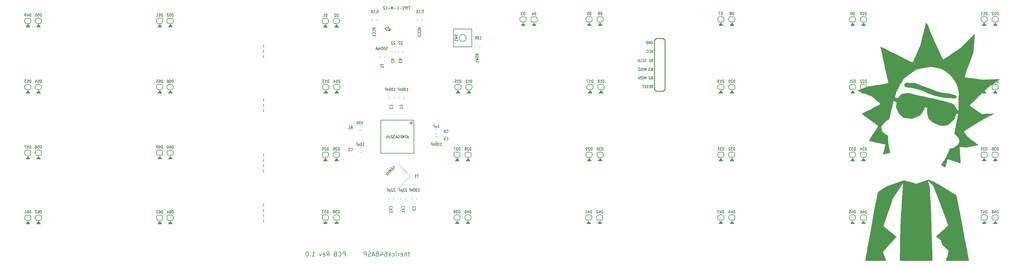
<source format=gbr>
G04 #@! TF.GenerationSoftware,KiCad,Pcbnew,(5.1.2-1)-1*
G04 #@! TF.CreationDate,2020-05-14T19:55:08-05:00*
G04 #@! TF.ProjectId,therick64BASP,74686572-6963-46b3-9634-424153502e6b,rev?*
G04 #@! TF.SameCoordinates,Original*
G04 #@! TF.FileFunction,Legend,Bot*
G04 #@! TF.FilePolarity,Positive*
%FSLAX46Y46*%
G04 Gerber Fmt 4.6, Leading zero omitted, Abs format (unit mm)*
G04 Created by KiCad (PCBNEW (5.1.2-1)-1) date 2020-05-14 19:55:08*
%MOMM*%
%LPD*%
G04 APERTURE LIST*
%ADD10C,0.200000*%
%ADD11C,0.150000*%
%ADD12C,0.254000*%
%ADD13C,0.100000*%
%ADD14C,0.120000*%
%ADD15C,0.010000*%
%ADD16C,0.203200*%
G04 APERTURE END LIST*
D10*
X176943904Y-116191142D02*
X176467714Y-116191142D01*
X176765333Y-115774476D02*
X176765333Y-116845904D01*
X176705809Y-116964952D01*
X176586761Y-117024476D01*
X176467714Y-117024476D01*
X176051047Y-117024476D02*
X176051047Y-115774476D01*
X175515333Y-117024476D02*
X175515333Y-116369714D01*
X175574857Y-116250666D01*
X175693904Y-116191142D01*
X175872476Y-116191142D01*
X175991523Y-116250666D01*
X176051047Y-116310190D01*
X174443904Y-116964952D02*
X174562952Y-117024476D01*
X174801047Y-117024476D01*
X174920095Y-116964952D01*
X174979619Y-116845904D01*
X174979619Y-116369714D01*
X174920095Y-116250666D01*
X174801047Y-116191142D01*
X174562952Y-116191142D01*
X174443904Y-116250666D01*
X174384380Y-116369714D01*
X174384380Y-116488761D01*
X174979619Y-116607809D01*
X173848666Y-117024476D02*
X173848666Y-116191142D01*
X173848666Y-116429238D02*
X173789142Y-116310190D01*
X173729619Y-116250666D01*
X173610571Y-116191142D01*
X173491523Y-116191142D01*
X173074857Y-117024476D02*
X173074857Y-116191142D01*
X173074857Y-115774476D02*
X173134380Y-115834000D01*
X173074857Y-115893523D01*
X173015333Y-115834000D01*
X173074857Y-115774476D01*
X173074857Y-115893523D01*
X171943904Y-116964952D02*
X172062952Y-117024476D01*
X172301047Y-117024476D01*
X172420095Y-116964952D01*
X172479619Y-116905428D01*
X172539142Y-116786380D01*
X172539142Y-116429238D01*
X172479619Y-116310190D01*
X172420095Y-116250666D01*
X172301047Y-116191142D01*
X172062952Y-116191142D01*
X171943904Y-116250666D01*
X171408190Y-117024476D02*
X171408190Y-115774476D01*
X171289142Y-116548285D02*
X170932000Y-117024476D01*
X170932000Y-116191142D02*
X171408190Y-116667333D01*
X169860571Y-115774476D02*
X170098666Y-115774476D01*
X170217714Y-115834000D01*
X170277238Y-115893523D01*
X170396285Y-116072095D01*
X170455809Y-116310190D01*
X170455809Y-116786380D01*
X170396285Y-116905428D01*
X170336761Y-116964952D01*
X170217714Y-117024476D01*
X169979619Y-117024476D01*
X169860571Y-116964952D01*
X169801047Y-116905428D01*
X169741523Y-116786380D01*
X169741523Y-116488761D01*
X169801047Y-116369714D01*
X169860571Y-116310190D01*
X169979619Y-116250666D01*
X170217714Y-116250666D01*
X170336761Y-116310190D01*
X170396285Y-116369714D01*
X170455809Y-116488761D01*
X168670095Y-116191142D02*
X168670095Y-117024476D01*
X168967714Y-115714952D02*
X169265333Y-116607809D01*
X168491523Y-116607809D01*
X167598666Y-116369714D02*
X167420095Y-116429238D01*
X167360571Y-116488761D01*
X167301047Y-116607809D01*
X167301047Y-116786380D01*
X167360571Y-116905428D01*
X167420095Y-116964952D01*
X167539142Y-117024476D01*
X168015333Y-117024476D01*
X168015333Y-115774476D01*
X167598666Y-115774476D01*
X167479619Y-115834000D01*
X167420095Y-115893523D01*
X167360571Y-116012571D01*
X167360571Y-116131619D01*
X167420095Y-116250666D01*
X167479619Y-116310190D01*
X167598666Y-116369714D01*
X168015333Y-116369714D01*
X166824857Y-116667333D02*
X166229619Y-116667333D01*
X166943904Y-117024476D02*
X166527238Y-115774476D01*
X166110571Y-117024476D01*
X165753428Y-116964952D02*
X165574857Y-117024476D01*
X165277238Y-117024476D01*
X165158190Y-116964952D01*
X165098666Y-116905428D01*
X165039142Y-116786380D01*
X165039142Y-116667333D01*
X165098666Y-116548285D01*
X165158190Y-116488761D01*
X165277238Y-116429238D01*
X165515333Y-116369714D01*
X165634380Y-116310190D01*
X165693904Y-116250666D01*
X165753428Y-116131619D01*
X165753428Y-116012571D01*
X165693904Y-115893523D01*
X165634380Y-115834000D01*
X165515333Y-115774476D01*
X165217714Y-115774476D01*
X165039142Y-115834000D01*
X164503428Y-117024476D02*
X164503428Y-115774476D01*
X164027238Y-115774476D01*
X163908190Y-115834000D01*
X163848666Y-115893523D01*
X163789142Y-116012571D01*
X163789142Y-116191142D01*
X163848666Y-116310190D01*
X163908190Y-116369714D01*
X164027238Y-116429238D01*
X164503428Y-116429238D01*
X158435761Y-117024476D02*
X158435761Y-115774476D01*
X157959571Y-115774476D01*
X157840523Y-115834000D01*
X157781000Y-115893523D01*
X157721476Y-116012571D01*
X157721476Y-116191142D01*
X157781000Y-116310190D01*
X157840523Y-116369714D01*
X157959571Y-116429238D01*
X158435761Y-116429238D01*
X156471476Y-116905428D02*
X156531000Y-116964952D01*
X156709571Y-117024476D01*
X156828619Y-117024476D01*
X157007190Y-116964952D01*
X157126238Y-116845904D01*
X157185761Y-116726857D01*
X157245285Y-116488761D01*
X157245285Y-116310190D01*
X157185761Y-116072095D01*
X157126238Y-115953047D01*
X157007190Y-115834000D01*
X156828619Y-115774476D01*
X156709571Y-115774476D01*
X156531000Y-115834000D01*
X156471476Y-115893523D01*
X155519095Y-116369714D02*
X155340523Y-116429238D01*
X155281000Y-116488761D01*
X155221476Y-116607809D01*
X155221476Y-116786380D01*
X155281000Y-116905428D01*
X155340523Y-116964952D01*
X155459571Y-117024476D01*
X155935761Y-117024476D01*
X155935761Y-115774476D01*
X155519095Y-115774476D01*
X155400047Y-115834000D01*
X155340523Y-115893523D01*
X155281000Y-116012571D01*
X155281000Y-116131619D01*
X155340523Y-116250666D01*
X155400047Y-116310190D01*
X155519095Y-116369714D01*
X155935761Y-116369714D01*
X153019095Y-117024476D02*
X153435761Y-116429238D01*
X153733380Y-117024476D02*
X153733380Y-115774476D01*
X153257190Y-115774476D01*
X153138142Y-115834000D01*
X153078619Y-115893523D01*
X153019095Y-116012571D01*
X153019095Y-116191142D01*
X153078619Y-116310190D01*
X153138142Y-116369714D01*
X153257190Y-116429238D01*
X153733380Y-116429238D01*
X152007190Y-116964952D02*
X152126238Y-117024476D01*
X152364333Y-117024476D01*
X152483380Y-116964952D01*
X152542904Y-116845904D01*
X152542904Y-116369714D01*
X152483380Y-116250666D01*
X152364333Y-116191142D01*
X152126238Y-116191142D01*
X152007190Y-116250666D01*
X151947666Y-116369714D01*
X151947666Y-116488761D01*
X152542904Y-116607809D01*
X151531000Y-116191142D02*
X151233380Y-117024476D01*
X150935761Y-116191142D01*
X148852428Y-117024476D02*
X149566714Y-117024476D01*
X149209571Y-117024476D02*
X149209571Y-115774476D01*
X149328619Y-115953047D01*
X149447666Y-116072095D01*
X149566714Y-116131619D01*
X148316714Y-116905428D02*
X148257190Y-116964952D01*
X148316714Y-117024476D01*
X148376238Y-116964952D01*
X148316714Y-116905428D01*
X148316714Y-117024476D01*
X147483380Y-115774476D02*
X147364333Y-115774476D01*
X147245285Y-115834000D01*
X147185761Y-115893523D01*
X147126238Y-116012571D01*
X147066714Y-116250666D01*
X147066714Y-116548285D01*
X147126238Y-116786380D01*
X147185761Y-116905428D01*
X147245285Y-116964952D01*
X147364333Y-117024476D01*
X147483380Y-117024476D01*
X147602428Y-116964952D01*
X147661952Y-116905428D01*
X147721476Y-116786380D01*
X147781000Y-116548285D01*
X147781000Y-116250666D01*
X147721476Y-116012571D01*
X147661952Y-115893523D01*
X147602428Y-115834000D01*
X147483380Y-115774476D01*
D11*
X134899999Y-91960002D02*
X134899999Y-92720002D01*
X134899999Y-90440002D02*
X134899999Y-91200002D01*
X134899999Y-88920002D02*
X134899999Y-89680002D01*
X134899999Y-87400002D02*
X134899999Y-88160002D01*
X134899999Y-74480002D02*
X134899999Y-75240002D01*
X134899999Y-72960002D02*
X134899999Y-73720002D01*
X134899999Y-71440002D02*
X134899999Y-72200002D01*
X134899999Y-58900002D02*
X134899999Y-59660002D01*
X134899999Y-106400002D02*
X134899999Y-107160002D01*
X134899999Y-104880002D02*
X134899999Y-105640002D01*
X134899999Y-103360002D02*
X134899999Y-104120002D01*
X134899999Y-101840002D02*
X134899999Y-102600002D01*
X134899999Y-57380002D02*
X134899999Y-58140002D01*
X134899999Y-55860002D02*
X134899999Y-56620002D01*
X180661332Y-45893906D02*
X180994665Y-45893906D01*
X181027999Y-46274859D01*
X180994665Y-46236763D01*
X180927999Y-46198668D01*
X180761332Y-46198668D01*
X180694665Y-46236763D01*
X180661332Y-46274859D01*
X180627999Y-46351049D01*
X180627999Y-46541525D01*
X180661332Y-46617716D01*
X180694665Y-46655811D01*
X180761332Y-46693906D01*
X180927999Y-46693906D01*
X180994665Y-46655811D01*
X181027999Y-46617716D01*
X180327999Y-46617716D02*
X180294665Y-46655811D01*
X180327999Y-46693906D01*
X180361332Y-46655811D01*
X180327999Y-46617716D01*
X180327999Y-46693906D01*
X179627999Y-46693906D02*
X180027999Y-46693906D01*
X179827999Y-46693906D02*
X179827999Y-45893906D01*
X179894665Y-46008192D01*
X179961332Y-46084382D01*
X180027999Y-46122478D01*
X179327999Y-46693906D02*
X179327999Y-45893906D01*
X178927999Y-46693906D02*
X179227999Y-46236763D01*
X178927999Y-45893906D02*
X179327999Y-46351049D01*
X167580332Y-45893906D02*
X167913665Y-45893906D01*
X167946999Y-46274859D01*
X167913665Y-46236763D01*
X167846999Y-46198668D01*
X167680332Y-46198668D01*
X167613665Y-46236763D01*
X167580332Y-46274859D01*
X167546999Y-46351049D01*
X167546999Y-46541525D01*
X167580332Y-46617716D01*
X167613665Y-46655811D01*
X167680332Y-46693906D01*
X167846999Y-46693906D01*
X167913665Y-46655811D01*
X167946999Y-46617716D01*
X167246999Y-46617716D02*
X167213665Y-46655811D01*
X167246999Y-46693906D01*
X167280332Y-46655811D01*
X167246999Y-46617716D01*
X167246999Y-46693906D01*
X166546999Y-46693906D02*
X166946999Y-46693906D01*
X166746999Y-46693906D02*
X166746999Y-45893906D01*
X166813665Y-46008192D01*
X166880332Y-46084382D01*
X166946999Y-46122478D01*
X166246999Y-46693906D02*
X166246999Y-45893906D01*
X165846999Y-46693906D02*
X166146999Y-46236763D01*
X165846999Y-45893906D02*
X166246999Y-46351049D01*
X197225332Y-54315906D02*
X197625332Y-54315906D01*
X197425332Y-54315906D02*
X197425332Y-53515906D01*
X197491999Y-53630192D01*
X197558665Y-53706382D01*
X197625332Y-53744478D01*
X196791999Y-53515906D02*
X196725332Y-53515906D01*
X196658665Y-53554002D01*
X196625332Y-53592097D01*
X196591999Y-53668287D01*
X196558665Y-53820668D01*
X196558665Y-54011144D01*
X196591999Y-54163525D01*
X196625332Y-54239716D01*
X196658665Y-54277811D01*
X196725332Y-54315906D01*
X196791999Y-54315906D01*
X196858665Y-54277811D01*
X196891999Y-54239716D01*
X196925332Y-54163525D01*
X196958665Y-54011144D01*
X196958665Y-53820668D01*
X196925332Y-53668287D01*
X196891999Y-53592097D01*
X196858665Y-53554002D01*
X196791999Y-53515906D01*
X196258665Y-54315906D02*
X196258665Y-53515906D01*
X195858665Y-54315906D02*
X196158665Y-53858763D01*
X195858665Y-53515906D02*
X196258665Y-53973049D01*
X176108332Y-69174906D02*
X176508332Y-69174906D01*
X176308332Y-69174906D02*
X176308332Y-68374906D01*
X176374999Y-68489192D01*
X176441665Y-68565382D01*
X176508332Y-68603478D01*
X175674999Y-68374906D02*
X175608332Y-68374906D01*
X175541665Y-68413002D01*
X175508332Y-68451097D01*
X175474999Y-68527287D01*
X175441665Y-68679668D01*
X175441665Y-68870144D01*
X175474999Y-69022525D01*
X175508332Y-69098716D01*
X175541665Y-69136811D01*
X175608332Y-69174906D01*
X175674999Y-69174906D01*
X175741665Y-69136811D01*
X175774999Y-69098716D01*
X175808332Y-69022525D01*
X175841665Y-68870144D01*
X175841665Y-68679668D01*
X175808332Y-68527287D01*
X175774999Y-68451097D01*
X175741665Y-68413002D01*
X175674999Y-68374906D01*
X175008332Y-68374906D02*
X174941665Y-68374906D01*
X174874999Y-68413002D01*
X174841665Y-68451097D01*
X174808332Y-68527287D01*
X174774999Y-68679668D01*
X174774999Y-68870144D01*
X174808332Y-69022525D01*
X174841665Y-69098716D01*
X174874999Y-69136811D01*
X174941665Y-69174906D01*
X175008332Y-69174906D01*
X175074999Y-69136811D01*
X175108332Y-69098716D01*
X175141665Y-69022525D01*
X175174999Y-68870144D01*
X175174999Y-68679668D01*
X175141665Y-68527287D01*
X175108332Y-68451097D01*
X175074999Y-68413002D01*
X175008332Y-68374906D01*
X174474999Y-68641573D02*
X174474999Y-69174906D01*
X174474999Y-68717763D02*
X174441665Y-68679668D01*
X174374999Y-68641573D01*
X174274999Y-68641573D01*
X174208332Y-68679668D01*
X174174999Y-68755859D01*
X174174999Y-69174906D01*
X173608332Y-68755859D02*
X173841665Y-68755859D01*
X173841665Y-69174906D02*
X173841665Y-68374906D01*
X173508332Y-68374906D01*
X172561647Y-91727164D02*
X172844490Y-91444321D01*
X172703068Y-91585742D02*
X172137383Y-91020057D01*
X172265335Y-91053729D01*
X172366351Y-91060463D01*
X172440429Y-91040260D01*
X171571697Y-91585742D02*
X171665978Y-91491462D01*
X171740056Y-91471258D01*
X171790564Y-91474626D01*
X171918516Y-91508297D01*
X172049836Y-91592477D01*
X172265335Y-91807976D01*
X172295640Y-91885421D01*
X172299007Y-91935929D01*
X172278804Y-92010006D01*
X172184523Y-92104287D01*
X172110445Y-92124490D01*
X172059938Y-92121123D01*
X171982493Y-92090819D01*
X171847806Y-91956132D01*
X171817501Y-91878687D01*
X171814134Y-91828179D01*
X171834337Y-91754101D01*
X171928618Y-91659820D01*
X172002696Y-91639617D01*
X172053203Y-91642984D01*
X172130648Y-91673289D01*
X171878110Y-92410700D02*
X171312425Y-91845015D01*
X171551494Y-92414068D01*
X170982442Y-92174998D01*
X171548127Y-92740684D01*
X171312425Y-92976386D02*
X170746739Y-92410700D01*
X171016113Y-92680074D02*
X170733271Y-92962917D01*
X171029582Y-93259228D02*
X170463897Y-92693543D01*
X170463897Y-93070667D02*
X170204624Y-93329939D01*
X170841020Y-93447790D01*
X170581748Y-93707063D01*
X172749332Y-55076097D02*
X172715999Y-55038002D01*
X172649332Y-54999906D01*
X172482665Y-54999906D01*
X172415999Y-55038002D01*
X172382665Y-55076097D01*
X172349332Y-55152287D01*
X172349332Y-55228478D01*
X172382665Y-55342763D01*
X172782665Y-55799906D01*
X172349332Y-55799906D01*
X172082665Y-55076097D02*
X172049332Y-55038002D01*
X171982665Y-54999906D01*
X171815999Y-54999906D01*
X171749332Y-55038002D01*
X171715999Y-55076097D01*
X171682665Y-55152287D01*
X171682665Y-55228478D01*
X171715999Y-55342763D01*
X172115999Y-55799906D01*
X171682665Y-55799906D01*
X174908332Y-55076097D02*
X174874999Y-55038002D01*
X174808332Y-54999906D01*
X174641665Y-54999906D01*
X174574999Y-55038002D01*
X174541665Y-55076097D01*
X174508332Y-55152287D01*
X174508332Y-55228478D01*
X174541665Y-55342763D01*
X174941665Y-55799906D01*
X174508332Y-55799906D01*
X174241665Y-55076097D02*
X174208332Y-55038002D01*
X174141665Y-54999906D01*
X173974999Y-54999906D01*
X173908332Y-55038002D01*
X173874999Y-55076097D01*
X173841665Y-55152287D01*
X173841665Y-55228478D01*
X173874999Y-55342763D01*
X174274999Y-55799906D01*
X173841665Y-55799906D01*
X172425332Y-69174906D02*
X172825332Y-69174906D01*
X172625332Y-69174906D02*
X172625332Y-68374906D01*
X172691999Y-68489192D01*
X172758665Y-68565382D01*
X172825332Y-68603478D01*
X171991999Y-68374906D02*
X171925332Y-68374906D01*
X171858665Y-68413002D01*
X171825332Y-68451097D01*
X171791999Y-68527287D01*
X171758665Y-68679668D01*
X171758665Y-68870144D01*
X171791999Y-69022525D01*
X171825332Y-69098716D01*
X171858665Y-69136811D01*
X171925332Y-69174906D01*
X171991999Y-69174906D01*
X172058665Y-69136811D01*
X172091999Y-69098716D01*
X172125332Y-69022525D01*
X172158665Y-68870144D01*
X172158665Y-68679668D01*
X172125332Y-68527287D01*
X172091999Y-68451097D01*
X172058665Y-68413002D01*
X171991999Y-68374906D01*
X171325332Y-68374906D02*
X171258665Y-68374906D01*
X171191999Y-68413002D01*
X171158665Y-68451097D01*
X171125332Y-68527287D01*
X171091999Y-68679668D01*
X171091999Y-68870144D01*
X171125332Y-69022525D01*
X171158665Y-69098716D01*
X171191999Y-69136811D01*
X171258665Y-69174906D01*
X171325332Y-69174906D01*
X171391999Y-69136811D01*
X171425332Y-69098716D01*
X171458665Y-69022525D01*
X171491999Y-68870144D01*
X171491999Y-68679668D01*
X171458665Y-68527287D01*
X171425332Y-68451097D01*
X171391999Y-68413002D01*
X171325332Y-68374906D01*
X170791999Y-68641573D02*
X170791999Y-69174906D01*
X170791999Y-68717763D02*
X170758665Y-68679668D01*
X170691999Y-68641573D01*
X170591999Y-68641573D01*
X170525332Y-68679668D01*
X170491999Y-68755859D01*
X170491999Y-69174906D01*
X169925332Y-68755859D02*
X170158665Y-68755859D01*
X170158665Y-69174906D02*
X170158665Y-68374906D01*
X169825332Y-68374906D01*
X185093665Y-79842906D02*
X185493665Y-79842906D01*
X185293665Y-79842906D02*
X185293665Y-79042906D01*
X185360332Y-79157192D01*
X185426999Y-79233382D01*
X185493665Y-79271478D01*
X184493665Y-79309573D02*
X184493665Y-79842906D01*
X184793665Y-79309573D02*
X184793665Y-79728621D01*
X184760332Y-79804811D01*
X184693665Y-79842906D01*
X184593665Y-79842906D01*
X184526999Y-79804811D01*
X184493665Y-79766716D01*
X183926999Y-79423859D02*
X184160332Y-79423859D01*
X184160332Y-79842906D02*
X184160332Y-79042906D01*
X183826999Y-79042906D01*
X185760332Y-85049906D02*
X186160332Y-85049906D01*
X185960332Y-85049906D02*
X185960332Y-84249906D01*
X186026999Y-84364192D01*
X186093665Y-84440382D01*
X186160332Y-84478478D01*
X185326999Y-84249906D02*
X185260332Y-84249906D01*
X185193665Y-84288002D01*
X185160332Y-84326097D01*
X185126999Y-84402287D01*
X185093665Y-84554668D01*
X185093665Y-84745144D01*
X185126999Y-84897525D01*
X185160332Y-84973716D01*
X185193665Y-85011811D01*
X185260332Y-85049906D01*
X185326999Y-85049906D01*
X185393665Y-85011811D01*
X185426999Y-84973716D01*
X185460332Y-84897525D01*
X185493665Y-84745144D01*
X185493665Y-84554668D01*
X185460332Y-84402287D01*
X185426999Y-84326097D01*
X185393665Y-84288002D01*
X185326999Y-84249906D01*
X184660332Y-84249906D02*
X184593665Y-84249906D01*
X184526999Y-84288002D01*
X184493665Y-84326097D01*
X184460332Y-84402287D01*
X184426999Y-84554668D01*
X184426999Y-84745144D01*
X184460332Y-84897525D01*
X184493665Y-84973716D01*
X184526999Y-85011811D01*
X184593665Y-85049906D01*
X184660332Y-85049906D01*
X184726999Y-85011811D01*
X184760332Y-84973716D01*
X184793665Y-84897525D01*
X184826999Y-84745144D01*
X184826999Y-84554668D01*
X184793665Y-84402287D01*
X184760332Y-84326097D01*
X184726999Y-84288002D01*
X184660332Y-84249906D01*
X184126999Y-84516573D02*
X184126999Y-85049906D01*
X184126999Y-84592763D02*
X184093665Y-84554668D01*
X184026999Y-84516573D01*
X183926999Y-84516573D01*
X183860332Y-84554668D01*
X183826999Y-84630859D01*
X183826999Y-85049906D01*
X183260332Y-84630859D02*
X183493665Y-84630859D01*
X183493665Y-85049906D02*
X183493665Y-84249906D01*
X183160332Y-84249906D01*
X163062332Y-78826906D02*
X163462332Y-78826906D01*
X163262332Y-78826906D02*
X163262332Y-78026906D01*
X163328999Y-78141192D01*
X163395665Y-78217382D01*
X163462332Y-78255478D01*
X162628999Y-78026906D02*
X162562332Y-78026906D01*
X162495665Y-78065002D01*
X162462332Y-78103097D01*
X162428999Y-78179287D01*
X162395665Y-78331668D01*
X162395665Y-78522144D01*
X162428999Y-78674525D01*
X162462332Y-78750716D01*
X162495665Y-78788811D01*
X162562332Y-78826906D01*
X162628999Y-78826906D01*
X162695665Y-78788811D01*
X162728999Y-78750716D01*
X162762332Y-78674525D01*
X162795665Y-78522144D01*
X162795665Y-78331668D01*
X162762332Y-78179287D01*
X162728999Y-78103097D01*
X162695665Y-78065002D01*
X162628999Y-78026906D01*
X162095665Y-78826906D02*
X162095665Y-78026906D01*
X161695665Y-78826906D02*
X161995665Y-78369763D01*
X161695665Y-78026906D02*
X162095665Y-78484049D01*
X163455999Y-85049906D02*
X163855999Y-85049906D01*
X163655999Y-85049906D02*
X163655999Y-84249906D01*
X163722665Y-84364192D01*
X163789332Y-84440382D01*
X163855999Y-84478478D01*
X163022665Y-84249906D02*
X162955999Y-84249906D01*
X162889332Y-84288002D01*
X162855999Y-84326097D01*
X162822665Y-84402287D01*
X162789332Y-84554668D01*
X162789332Y-84745144D01*
X162822665Y-84897525D01*
X162855999Y-84973716D01*
X162889332Y-85011811D01*
X162955999Y-85049906D01*
X163022665Y-85049906D01*
X163089332Y-85011811D01*
X163122665Y-84973716D01*
X163155999Y-84897525D01*
X163189332Y-84745144D01*
X163189332Y-84554668D01*
X163155999Y-84402287D01*
X163122665Y-84326097D01*
X163089332Y-84288002D01*
X163022665Y-84249906D01*
X162189332Y-84516573D02*
X162189332Y-85049906D01*
X162489332Y-84516573D02*
X162489332Y-84935621D01*
X162455999Y-85011811D01*
X162389332Y-85049906D01*
X162289332Y-85049906D01*
X162222665Y-85011811D01*
X162189332Y-84973716D01*
X161622665Y-84630859D02*
X161855999Y-84630859D01*
X161855999Y-85049906D02*
X161855999Y-84249906D01*
X161522665Y-84249906D01*
X172745999Y-97534097D02*
X172712665Y-97496002D01*
X172645999Y-97457906D01*
X172479332Y-97457906D01*
X172412665Y-97496002D01*
X172379332Y-97534097D01*
X172345999Y-97610287D01*
X172345999Y-97686478D01*
X172379332Y-97800763D01*
X172779332Y-98257906D01*
X172345999Y-98257906D01*
X172079332Y-97534097D02*
X172045999Y-97496002D01*
X171979332Y-97457906D01*
X171812665Y-97457906D01*
X171745999Y-97496002D01*
X171712665Y-97534097D01*
X171679332Y-97610287D01*
X171679332Y-97686478D01*
X171712665Y-97800763D01*
X172112665Y-98257906D01*
X171679332Y-98257906D01*
X171379332Y-97724573D02*
X171379332Y-98524573D01*
X171379332Y-97762668D02*
X171312665Y-97724573D01*
X171179332Y-97724573D01*
X171112665Y-97762668D01*
X171079332Y-97800763D01*
X171045999Y-97876954D01*
X171045999Y-98105525D01*
X171079332Y-98181716D01*
X171112665Y-98219811D01*
X171179332Y-98257906D01*
X171312665Y-98257906D01*
X171379332Y-98219811D01*
X170512665Y-97838859D02*
X170745999Y-97838859D01*
X170745999Y-98257906D02*
X170745999Y-97457906D01*
X170412665Y-97457906D01*
X176174999Y-97534097D02*
X176141665Y-97496002D01*
X176074999Y-97457906D01*
X175908332Y-97457906D01*
X175841665Y-97496002D01*
X175808332Y-97534097D01*
X175774999Y-97610287D01*
X175774999Y-97686478D01*
X175808332Y-97800763D01*
X176208332Y-98257906D01*
X175774999Y-98257906D01*
X175508332Y-97534097D02*
X175474999Y-97496002D01*
X175408332Y-97457906D01*
X175241665Y-97457906D01*
X175174999Y-97496002D01*
X175141665Y-97534097D01*
X175108332Y-97610287D01*
X175108332Y-97686478D01*
X175141665Y-97800763D01*
X175541665Y-98257906D01*
X175108332Y-98257906D01*
X174808332Y-97724573D02*
X174808332Y-98524573D01*
X174808332Y-97762668D02*
X174741665Y-97724573D01*
X174608332Y-97724573D01*
X174541665Y-97762668D01*
X174508332Y-97800763D01*
X174474999Y-97876954D01*
X174474999Y-98105525D01*
X174508332Y-98181716D01*
X174541665Y-98219811D01*
X174608332Y-98257906D01*
X174741665Y-98257906D01*
X174808332Y-98219811D01*
X173941665Y-97838859D02*
X174174999Y-97838859D01*
X174174999Y-98257906D02*
X174174999Y-97457906D01*
X173841665Y-97457906D01*
X179410332Y-98257906D02*
X179810332Y-98257906D01*
X179610332Y-98257906D02*
X179610332Y-97457906D01*
X179676999Y-97572192D01*
X179743665Y-97648382D01*
X179810332Y-97686478D01*
X178976999Y-97457906D02*
X178910332Y-97457906D01*
X178843665Y-97496002D01*
X178810332Y-97534097D01*
X178776999Y-97610287D01*
X178743665Y-97762668D01*
X178743665Y-97953144D01*
X178776999Y-98105525D01*
X178810332Y-98181716D01*
X178843665Y-98219811D01*
X178910332Y-98257906D01*
X178976999Y-98257906D01*
X179043665Y-98219811D01*
X179076999Y-98181716D01*
X179110332Y-98105525D01*
X179143665Y-97953144D01*
X179143665Y-97762668D01*
X179110332Y-97610287D01*
X179076999Y-97534097D01*
X179043665Y-97496002D01*
X178976999Y-97457906D01*
X178310332Y-97457906D02*
X178243665Y-97457906D01*
X178176999Y-97496002D01*
X178143665Y-97534097D01*
X178110332Y-97610287D01*
X178076999Y-97762668D01*
X178076999Y-97953144D01*
X178110332Y-98105525D01*
X178143665Y-98181716D01*
X178176999Y-98219811D01*
X178243665Y-98257906D01*
X178310332Y-98257906D01*
X178376999Y-98219811D01*
X178410332Y-98181716D01*
X178443665Y-98105525D01*
X178476999Y-97953144D01*
X178476999Y-97762668D01*
X178443665Y-97610287D01*
X178410332Y-97534097D01*
X178376999Y-97496002D01*
X178310332Y-97457906D01*
X177776999Y-97724573D02*
X177776999Y-98257906D01*
X177776999Y-97800763D02*
X177743665Y-97762668D01*
X177676999Y-97724573D01*
X177576999Y-97724573D01*
X177510332Y-97762668D01*
X177476999Y-97838859D01*
X177476999Y-98257906D01*
X176910332Y-97838859D02*
X177143665Y-97838859D01*
X177143665Y-98257906D02*
X177143665Y-97457906D01*
X176810332Y-97457906D01*
X170195665Y-56563906D02*
X170528999Y-56563906D01*
X170562332Y-56944859D01*
X170528999Y-56906763D01*
X170462332Y-56868668D01*
X170295665Y-56868668D01*
X170228999Y-56906763D01*
X170195665Y-56944859D01*
X170162332Y-57021049D01*
X170162332Y-57211525D01*
X170195665Y-57287716D01*
X170228999Y-57325811D01*
X170295665Y-57363906D01*
X170462332Y-57363906D01*
X170528999Y-57325811D01*
X170562332Y-57287716D01*
X169728999Y-56563906D02*
X169662332Y-56563906D01*
X169595665Y-56602002D01*
X169562332Y-56640097D01*
X169528999Y-56716287D01*
X169495665Y-56868668D01*
X169495665Y-57059144D01*
X169528999Y-57211525D01*
X169562332Y-57287716D01*
X169595665Y-57325811D01*
X169662332Y-57363906D01*
X169728999Y-57363906D01*
X169795665Y-57325811D01*
X169828999Y-57287716D01*
X169862332Y-57211525D01*
X169895665Y-57059144D01*
X169895665Y-56868668D01*
X169862332Y-56716287D01*
X169828999Y-56640097D01*
X169795665Y-56602002D01*
X169728999Y-56563906D01*
X169062332Y-56563906D02*
X168995665Y-56563906D01*
X168928999Y-56602002D01*
X168895665Y-56640097D01*
X168862332Y-56716287D01*
X168828999Y-56868668D01*
X168828999Y-57059144D01*
X168862332Y-57211525D01*
X168895665Y-57287716D01*
X168928999Y-57325811D01*
X168995665Y-57363906D01*
X169062332Y-57363906D01*
X169128999Y-57325811D01*
X169162332Y-57287716D01*
X169195665Y-57211525D01*
X169228999Y-57059144D01*
X169228999Y-56868668D01*
X169195665Y-56716287D01*
X169162332Y-56640097D01*
X169128999Y-56602002D01*
X169062332Y-56563906D01*
X168528999Y-57363906D02*
X168528999Y-56830573D01*
X168528999Y-56906763D02*
X168495665Y-56868668D01*
X168428999Y-56830573D01*
X168328999Y-56830573D01*
X168262332Y-56868668D01*
X168228999Y-56944859D01*
X168228999Y-57363906D01*
X168228999Y-56944859D02*
X168195665Y-56868668D01*
X168128999Y-56830573D01*
X168028999Y-56830573D01*
X167962332Y-56868668D01*
X167928999Y-56944859D01*
X167928999Y-57363906D01*
X167628999Y-57135335D02*
X167295665Y-57135335D01*
X167695665Y-57363906D02*
X167462332Y-56563906D01*
X167228999Y-57363906D01*
D12*
X250627200Y-54578000D02*
X250119200Y-54070000D01*
X250119200Y-54070000D02*
X248087200Y-54070000D01*
X248087200Y-54070000D02*
X247579200Y-54578000D01*
X247579200Y-54578000D02*
X247579200Y-68802000D01*
X247579200Y-68802000D02*
X248087200Y-69310000D01*
X248087200Y-69310000D02*
X250119200Y-69310000D01*
X250119200Y-69310000D02*
X250627200Y-68802000D01*
X250627200Y-68802000D02*
X250627200Y-54578000D01*
D13*
G36*
X345839999Y-49537577D02*
G01*
X345239999Y-50337577D01*
X346439999Y-50337577D01*
X345839999Y-49537577D01*
G37*
X345839999Y-49537577D02*
X345239999Y-50337577D01*
X346439999Y-50337577D01*
X345839999Y-49537577D01*
D10*
X346739999Y-48823339D02*
X346739999Y-48323377D01*
X346239999Y-49323377D02*
G75*
G03X346739999Y-48823377I0J500000D01*
G01*
X346739999Y-48323377D02*
G75*
G03X346239999Y-47823377I-500000J0D01*
G01*
X345439999Y-47823377D02*
X346239999Y-47823377D01*
X345439999Y-47823377D02*
G75*
G03X344939999Y-48323377I0J-500000D01*
G01*
X344939999Y-48323415D02*
X344939999Y-48823377D01*
X345439999Y-49323377D02*
X346239999Y-49323377D01*
X344939999Y-48823377D02*
G75*
G03X345439999Y-49323377I500000J0D01*
G01*
D13*
G36*
X107919999Y-106852202D02*
G01*
X107319999Y-107652202D01*
X108519999Y-107652202D01*
X107919999Y-106852202D01*
G37*
X107919999Y-106852202D02*
X107319999Y-107652202D01*
X108519999Y-107652202D01*
X107919999Y-106852202D01*
D10*
X108819999Y-106137964D02*
X108819999Y-105638002D01*
X108319999Y-106638002D02*
G75*
G03X108819999Y-106138002I0J500000D01*
G01*
X108819999Y-105638002D02*
G75*
G03X108319999Y-105138002I-500000J0D01*
G01*
X107519999Y-105138002D02*
X108319999Y-105138002D01*
X107519999Y-105138002D02*
G75*
G03X107019999Y-105638002I0J-500000D01*
G01*
X107019999Y-105638040D02*
X107019999Y-106138002D01*
X107519999Y-106638002D02*
X108319999Y-106638002D01*
X107019999Y-106138002D02*
G75*
G03X107519999Y-106638002I500000J0D01*
G01*
D13*
G36*
X104879999Y-106852202D02*
G01*
X104279999Y-107652202D01*
X105479999Y-107652202D01*
X104879999Y-106852202D01*
G37*
X104879999Y-106852202D02*
X104279999Y-107652202D01*
X105479999Y-107652202D01*
X104879999Y-106852202D01*
D10*
X105779999Y-106137964D02*
X105779999Y-105638002D01*
X105279999Y-106638002D02*
G75*
G03X105779999Y-106138002I0J500000D01*
G01*
X105779999Y-105638002D02*
G75*
G03X105279999Y-105138002I-500000J0D01*
G01*
X104479999Y-105138002D02*
X105279999Y-105138002D01*
X104479999Y-105138002D02*
G75*
G03X103979999Y-105638002I0J-500000D01*
G01*
X103979999Y-105638040D02*
X103979999Y-106138002D01*
X104479999Y-106638002D02*
X105279999Y-106638002D01*
X103979999Y-106138002D02*
G75*
G03X104479999Y-106638002I500000J0D01*
G01*
D13*
G36*
X69919999Y-106852202D02*
G01*
X69319999Y-107652202D01*
X70519999Y-107652202D01*
X69919999Y-106852202D01*
G37*
X69919999Y-106852202D02*
X69319999Y-107652202D01*
X70519999Y-107652202D01*
X69919999Y-106852202D01*
D10*
X70819999Y-106137964D02*
X70819999Y-105638002D01*
X70319999Y-106638002D02*
G75*
G03X70819999Y-106138002I0J500000D01*
G01*
X70819999Y-105638002D02*
G75*
G03X70319999Y-105138002I-500000J0D01*
G01*
X69519999Y-105138002D02*
X70319999Y-105138002D01*
X69519999Y-105138002D02*
G75*
G03X69019999Y-105638002I0J-500000D01*
G01*
X69019999Y-105638040D02*
X69019999Y-106138002D01*
X69519999Y-106638002D02*
X70319999Y-106638002D01*
X69019999Y-106138002D02*
G75*
G03X69519999Y-106638002I500000J0D01*
G01*
D13*
G36*
X66879999Y-106852202D02*
G01*
X66279999Y-107652202D01*
X67479999Y-107652202D01*
X66879999Y-106852202D01*
G37*
X66879999Y-106852202D02*
X66279999Y-107652202D01*
X67479999Y-107652202D01*
X66879999Y-106852202D01*
D10*
X67779999Y-106137964D02*
X67779999Y-105638002D01*
X67279999Y-106638002D02*
G75*
G03X67779999Y-106138002I0J500000D01*
G01*
X67779999Y-105638002D02*
G75*
G03X67279999Y-105138002I-500000J0D01*
G01*
X66479999Y-105138002D02*
X67279999Y-105138002D01*
X66479999Y-105138002D02*
G75*
G03X65979999Y-105638002I0J-500000D01*
G01*
X65979999Y-105638040D02*
X65979999Y-106138002D01*
X66479999Y-106638002D02*
X67279999Y-106638002D01*
X65979999Y-106138002D02*
G75*
G03X66479999Y-106638002I500000J0D01*
G01*
D13*
G36*
X107919999Y-88107202D02*
G01*
X107319999Y-88907202D01*
X108519999Y-88907202D01*
X107919999Y-88107202D01*
G37*
X107919999Y-88107202D02*
X107319999Y-88907202D01*
X108519999Y-88907202D01*
X107919999Y-88107202D01*
D10*
X108819999Y-87392964D02*
X108819999Y-86893002D01*
X108319999Y-87893002D02*
G75*
G03X108819999Y-87393002I0J500000D01*
G01*
X108819999Y-86893002D02*
G75*
G03X108319999Y-86393002I-500000J0D01*
G01*
X107519999Y-86393002D02*
X108319999Y-86393002D01*
X107519999Y-86393002D02*
G75*
G03X107019999Y-86893002I0J-500000D01*
G01*
X107019999Y-86893040D02*
X107019999Y-87393002D01*
X107519999Y-87893002D02*
X108319999Y-87893002D01*
X107019999Y-87393002D02*
G75*
G03X107519999Y-87893002I500000J0D01*
G01*
D13*
G36*
X104879999Y-88107202D02*
G01*
X104279999Y-88907202D01*
X105479999Y-88907202D01*
X104879999Y-88107202D01*
G37*
X104879999Y-88107202D02*
X104279999Y-88907202D01*
X105479999Y-88907202D01*
X104879999Y-88107202D01*
D10*
X105779999Y-87392964D02*
X105779999Y-86893002D01*
X105279999Y-87893002D02*
G75*
G03X105779999Y-87393002I0J500000D01*
G01*
X105779999Y-86893002D02*
G75*
G03X105279999Y-86393002I-500000J0D01*
G01*
X104479999Y-86393002D02*
X105279999Y-86393002D01*
X104479999Y-86393002D02*
G75*
G03X103979999Y-86893002I0J-500000D01*
G01*
X103979999Y-86893040D02*
X103979999Y-87393002D01*
X104479999Y-87893002D02*
X105279999Y-87893002D01*
X103979999Y-87393002D02*
G75*
G03X104479999Y-87893002I500000J0D01*
G01*
D13*
G36*
X69919999Y-88107202D02*
G01*
X69319999Y-88907202D01*
X70519999Y-88907202D01*
X69919999Y-88107202D01*
G37*
X69919999Y-88107202D02*
X69319999Y-88907202D01*
X70519999Y-88907202D01*
X69919999Y-88107202D01*
D10*
X70819999Y-87392964D02*
X70819999Y-86893002D01*
X70319999Y-87893002D02*
G75*
G03X70819999Y-87393002I0J500000D01*
G01*
X70819999Y-86893002D02*
G75*
G03X70319999Y-86393002I-500000J0D01*
G01*
X69519999Y-86393002D02*
X70319999Y-86393002D01*
X69519999Y-86393002D02*
G75*
G03X69019999Y-86893002I0J-500000D01*
G01*
X69019999Y-86893040D02*
X69019999Y-87393002D01*
X69519999Y-87893002D02*
X70319999Y-87893002D01*
X69019999Y-87393002D02*
G75*
G03X69519999Y-87893002I500000J0D01*
G01*
D13*
G36*
X66879999Y-88107202D02*
G01*
X66279999Y-88907202D01*
X67479999Y-88907202D01*
X66879999Y-88107202D01*
G37*
X66879999Y-88107202D02*
X66279999Y-88907202D01*
X67479999Y-88907202D01*
X66879999Y-88107202D01*
D10*
X67779999Y-87392964D02*
X67779999Y-86893002D01*
X67279999Y-87893002D02*
G75*
G03X67779999Y-87393002I0J500000D01*
G01*
X67779999Y-86893002D02*
G75*
G03X67279999Y-86393002I-500000J0D01*
G01*
X66479999Y-86393002D02*
X67279999Y-86393002D01*
X66479999Y-86393002D02*
G75*
G03X65979999Y-86893002I0J-500000D01*
G01*
X65979999Y-86893040D02*
X65979999Y-87393002D01*
X66479999Y-87893002D02*
X67279999Y-87893002D01*
X65979999Y-87393002D02*
G75*
G03X66479999Y-87893002I500000J0D01*
G01*
D13*
G36*
X107919999Y-69106202D02*
G01*
X107319999Y-69906202D01*
X108519999Y-69906202D01*
X107919999Y-69106202D01*
G37*
X107919999Y-69106202D02*
X107319999Y-69906202D01*
X108519999Y-69906202D01*
X107919999Y-69106202D01*
D10*
X108819999Y-68391964D02*
X108819999Y-67892002D01*
X108319999Y-68892002D02*
G75*
G03X108819999Y-68392002I0J500000D01*
G01*
X108819999Y-67892002D02*
G75*
G03X108319999Y-67392002I-500000J0D01*
G01*
X107519999Y-67392002D02*
X108319999Y-67392002D01*
X107519999Y-67392002D02*
G75*
G03X107019999Y-67892002I0J-500000D01*
G01*
X107019999Y-67892040D02*
X107019999Y-68392002D01*
X107519999Y-68892002D02*
X108319999Y-68892002D01*
X107019999Y-68392002D02*
G75*
G03X107519999Y-68892002I500000J0D01*
G01*
D13*
G36*
X104879999Y-69106202D02*
G01*
X104279999Y-69906202D01*
X105479999Y-69906202D01*
X104879999Y-69106202D01*
G37*
X104879999Y-69106202D02*
X104279999Y-69906202D01*
X105479999Y-69906202D01*
X104879999Y-69106202D01*
D10*
X105779999Y-68391964D02*
X105779999Y-67892002D01*
X105279999Y-68892002D02*
G75*
G03X105779999Y-68392002I0J500000D01*
G01*
X105779999Y-67892002D02*
G75*
G03X105279999Y-67392002I-500000J0D01*
G01*
X104479999Y-67392002D02*
X105279999Y-67392002D01*
X104479999Y-67392002D02*
G75*
G03X103979999Y-67892002I0J-500000D01*
G01*
X103979999Y-67892040D02*
X103979999Y-68392002D01*
X104479999Y-68892002D02*
X105279999Y-68892002D01*
X103979999Y-68392002D02*
G75*
G03X104479999Y-68892002I500000J0D01*
G01*
D13*
G36*
X69919999Y-69106202D02*
G01*
X69319999Y-69906202D01*
X70519999Y-69906202D01*
X69919999Y-69106202D01*
G37*
X69919999Y-69106202D02*
X69319999Y-69906202D01*
X70519999Y-69906202D01*
X69919999Y-69106202D01*
D10*
X70819999Y-68391964D02*
X70819999Y-67892002D01*
X70319999Y-68892002D02*
G75*
G03X70819999Y-68392002I0J500000D01*
G01*
X70819999Y-67892002D02*
G75*
G03X70319999Y-67392002I-500000J0D01*
G01*
X69519999Y-67392002D02*
X70319999Y-67392002D01*
X69519999Y-67392002D02*
G75*
G03X69019999Y-67892002I0J-500000D01*
G01*
X69019999Y-67892040D02*
X69019999Y-68392002D01*
X69519999Y-68892002D02*
X70319999Y-68892002D01*
X69019999Y-68392002D02*
G75*
G03X69519999Y-68892002I500000J0D01*
G01*
D13*
G36*
X66879999Y-69106202D02*
G01*
X66279999Y-69906202D01*
X67479999Y-69906202D01*
X66879999Y-69106202D01*
G37*
X66879999Y-69106202D02*
X66279999Y-69906202D01*
X67479999Y-69906202D01*
X66879999Y-69106202D01*
D10*
X67779999Y-68391964D02*
X67779999Y-67892002D01*
X67279999Y-68892002D02*
G75*
G03X67779999Y-68392002I0J500000D01*
G01*
X67779999Y-67892002D02*
G75*
G03X67279999Y-67392002I-500000J0D01*
G01*
X66479999Y-67392002D02*
X67279999Y-67392002D01*
X66479999Y-67392002D02*
G75*
G03X65979999Y-67892002I0J-500000D01*
G01*
X65979999Y-67892040D02*
X65979999Y-68392002D01*
X66479999Y-68892002D02*
X67279999Y-68892002D01*
X65979999Y-68392002D02*
G75*
G03X66479999Y-68892002I500000J0D01*
G01*
D13*
G36*
X107919999Y-49979202D02*
G01*
X107319999Y-50779202D01*
X108519999Y-50779202D01*
X107919999Y-49979202D01*
G37*
X107919999Y-49979202D02*
X107319999Y-50779202D01*
X108519999Y-50779202D01*
X107919999Y-49979202D01*
D10*
X108819999Y-49264964D02*
X108819999Y-48765002D01*
X108319999Y-49765002D02*
G75*
G03X108819999Y-49265002I0J500000D01*
G01*
X108819999Y-48765002D02*
G75*
G03X108319999Y-48265002I-500000J0D01*
G01*
X107519999Y-48265002D02*
X108319999Y-48265002D01*
X107519999Y-48265002D02*
G75*
G03X107019999Y-48765002I0J-500000D01*
G01*
X107019999Y-48765040D02*
X107019999Y-49265002D01*
X107519999Y-49765002D02*
X108319999Y-49765002D01*
X107019999Y-49265002D02*
G75*
G03X107519999Y-49765002I500000J0D01*
G01*
D13*
G36*
X104879999Y-49979202D02*
G01*
X104279999Y-50779202D01*
X105479999Y-50779202D01*
X104879999Y-49979202D01*
G37*
X104879999Y-49979202D02*
X104279999Y-50779202D01*
X105479999Y-50779202D01*
X104879999Y-49979202D01*
D10*
X105779999Y-49264964D02*
X105779999Y-48765002D01*
X105279999Y-49765002D02*
G75*
G03X105779999Y-49265002I0J500000D01*
G01*
X105779999Y-48765002D02*
G75*
G03X105279999Y-48265002I-500000J0D01*
G01*
X104479999Y-48265002D02*
X105279999Y-48265002D01*
X104479999Y-48265002D02*
G75*
G03X103979999Y-48765002I0J-500000D01*
G01*
X103979999Y-48765040D02*
X103979999Y-49265002D01*
X104479999Y-49765002D02*
X105279999Y-49765002D01*
X103979999Y-49265002D02*
G75*
G03X104479999Y-49765002I500000J0D01*
G01*
D13*
G36*
X69919999Y-49979202D02*
G01*
X69319999Y-50779202D01*
X70519999Y-50779202D01*
X69919999Y-49979202D01*
G37*
X69919999Y-49979202D02*
X69319999Y-50779202D01*
X70519999Y-50779202D01*
X69919999Y-49979202D01*
D10*
X70819999Y-49264964D02*
X70819999Y-48765002D01*
X70319999Y-49765002D02*
G75*
G03X70819999Y-49265002I0J500000D01*
G01*
X70819999Y-48765002D02*
G75*
G03X70319999Y-48265002I-500000J0D01*
G01*
X69519999Y-48265002D02*
X70319999Y-48265002D01*
X69519999Y-48265002D02*
G75*
G03X69019999Y-48765002I0J-500000D01*
G01*
X69019999Y-48765040D02*
X69019999Y-49265002D01*
X69519999Y-49765002D02*
X70319999Y-49765002D01*
X69019999Y-49265002D02*
G75*
G03X69519999Y-49765002I500000J0D01*
G01*
D13*
G36*
X66879999Y-49979202D02*
G01*
X66279999Y-50779202D01*
X67479999Y-50779202D01*
X66879999Y-49979202D01*
G37*
X66879999Y-49979202D02*
X66279999Y-50779202D01*
X67479999Y-50779202D01*
X66879999Y-49979202D01*
D10*
X67779999Y-49264964D02*
X67779999Y-48765002D01*
X67279999Y-49765002D02*
G75*
G03X67779999Y-49265002I0J500000D01*
G01*
X67779999Y-48765002D02*
G75*
G03X67279999Y-48265002I-500000J0D01*
G01*
X66479999Y-48265002D02*
X67279999Y-48265002D01*
X66479999Y-48265002D02*
G75*
G03X65979999Y-48765002I0J-500000D01*
G01*
X65979999Y-48765040D02*
X65979999Y-49265002D01*
X66479999Y-49765002D02*
X67279999Y-49765002D01*
X65979999Y-49265002D02*
G75*
G03X66479999Y-49765002I500000J0D01*
G01*
D11*
X194879999Y-56560002D02*
X194879999Y-51360002D01*
X194879999Y-51360002D02*
X189679999Y-51360002D01*
X189679999Y-51360002D02*
X189679999Y-56560002D01*
X189679999Y-56560002D02*
X194879999Y-56560002D01*
X193279999Y-53960002D02*
G75*
G03X193279999Y-53960002I-1000000J0D01*
G01*
D13*
G36*
X171354999Y-51188002D02*
G01*
X171354999Y-51938002D01*
X170604999Y-51938002D01*
X171354999Y-51188002D01*
G37*
X171354999Y-51188002D02*
X171354999Y-51938002D01*
X170604999Y-51938002D01*
X171354999Y-51188002D01*
G36*
X345839999Y-106814577D02*
G01*
X345239999Y-107614577D01*
X346439999Y-107614577D01*
X345839999Y-106814577D01*
G37*
X345839999Y-106814577D02*
X345239999Y-107614577D01*
X346439999Y-107614577D01*
X345839999Y-106814577D01*
D10*
X346739999Y-106100339D02*
X346739999Y-105600377D01*
X346239999Y-106600377D02*
G75*
G03X346739999Y-106100377I0J500000D01*
G01*
X346739999Y-105600377D02*
G75*
G03X346239999Y-105100377I-500000J0D01*
G01*
X345439999Y-105100377D02*
X346239999Y-105100377D01*
X345439999Y-105100377D02*
G75*
G03X344939999Y-105600377I0J-500000D01*
G01*
X344939999Y-105600415D02*
X344939999Y-106100377D01*
X345439999Y-106600377D02*
X346239999Y-106600377D01*
X344939999Y-106100377D02*
G75*
G03X345439999Y-106600377I500000J0D01*
G01*
D13*
G36*
X342664999Y-106814577D02*
G01*
X342064999Y-107614577D01*
X343264999Y-107614577D01*
X342664999Y-106814577D01*
G37*
X342664999Y-106814577D02*
X342064999Y-107614577D01*
X343264999Y-107614577D01*
X342664999Y-106814577D01*
D10*
X343564999Y-106100339D02*
X343564999Y-105600377D01*
X343064999Y-106600377D02*
G75*
G03X343564999Y-106100377I0J500000D01*
G01*
X343564999Y-105600377D02*
G75*
G03X343064999Y-105100377I-500000J0D01*
G01*
X342264999Y-105100377D02*
X343064999Y-105100377D01*
X342264999Y-105100377D02*
G75*
G03X341764999Y-105600377I0J-500000D01*
G01*
X341764999Y-105600415D02*
X341764999Y-106100377D01*
X342264999Y-106600377D02*
X343064999Y-106600377D01*
X341764999Y-106100377D02*
G75*
G03X342264999Y-106600377I500000J0D01*
G01*
D13*
G36*
X307866999Y-106814577D02*
G01*
X307266999Y-107614577D01*
X308466999Y-107614577D01*
X307866999Y-106814577D01*
G37*
X307866999Y-106814577D02*
X307266999Y-107614577D01*
X308466999Y-107614577D01*
X307866999Y-106814577D01*
D10*
X308766999Y-106100339D02*
X308766999Y-105600377D01*
X308266999Y-106600377D02*
G75*
G03X308766999Y-106100377I0J500000D01*
G01*
X308766999Y-105600377D02*
G75*
G03X308266999Y-105100377I-500000J0D01*
G01*
X307466999Y-105100377D02*
X308266999Y-105100377D01*
X307466999Y-105100377D02*
G75*
G03X306966999Y-105600377I0J-500000D01*
G01*
X306966999Y-105600415D02*
X306966999Y-106100377D01*
X307466999Y-106600377D02*
X308266999Y-106600377D01*
X306966999Y-106100377D02*
G75*
G03X307466999Y-106600377I500000J0D01*
G01*
D13*
G36*
X304691999Y-106814577D02*
G01*
X304091999Y-107614577D01*
X305291999Y-107614577D01*
X304691999Y-106814577D01*
G37*
X304691999Y-106814577D02*
X304091999Y-107614577D01*
X305291999Y-107614577D01*
X304691999Y-106814577D01*
D10*
X305591999Y-106100339D02*
X305591999Y-105600377D01*
X305091999Y-106600377D02*
G75*
G03X305591999Y-106100377I0J500000D01*
G01*
X305591999Y-105600377D02*
G75*
G03X305091999Y-105100377I-500000J0D01*
G01*
X304291999Y-105100377D02*
X305091999Y-105100377D01*
X304291999Y-105100377D02*
G75*
G03X303791999Y-105600377I0J-500000D01*
G01*
X303791999Y-105600415D02*
X303791999Y-106100377D01*
X304291999Y-106600377D02*
X305091999Y-106600377D01*
X303791999Y-106100377D02*
G75*
G03X304291999Y-106600377I500000J0D01*
G01*
D13*
G36*
X269893999Y-106814577D02*
G01*
X269293999Y-107614577D01*
X270493999Y-107614577D01*
X269893999Y-106814577D01*
G37*
X269893999Y-106814577D02*
X269293999Y-107614577D01*
X270493999Y-107614577D01*
X269893999Y-106814577D01*
D10*
X270793999Y-106100339D02*
X270793999Y-105600377D01*
X270293999Y-106600377D02*
G75*
G03X270793999Y-106100377I0J500000D01*
G01*
X270793999Y-105600377D02*
G75*
G03X270293999Y-105100377I-500000J0D01*
G01*
X269493999Y-105100377D02*
X270293999Y-105100377D01*
X269493999Y-105100377D02*
G75*
G03X268993999Y-105600377I0J-500000D01*
G01*
X268993999Y-105600415D02*
X268993999Y-106100377D01*
X269493999Y-106600377D02*
X270293999Y-106600377D01*
X268993999Y-106100377D02*
G75*
G03X269493999Y-106600377I500000J0D01*
G01*
D13*
G36*
X266718999Y-106814577D02*
G01*
X266118999Y-107614577D01*
X267318999Y-107614577D01*
X266718999Y-106814577D01*
G37*
X266718999Y-106814577D02*
X266118999Y-107614577D01*
X267318999Y-107614577D01*
X266718999Y-106814577D01*
D10*
X267618999Y-106100339D02*
X267618999Y-105600377D01*
X267118999Y-106600377D02*
G75*
G03X267618999Y-106100377I0J500000D01*
G01*
X267618999Y-105600377D02*
G75*
G03X267118999Y-105100377I-500000J0D01*
G01*
X266318999Y-105100377D02*
X267118999Y-105100377D01*
X266318999Y-105100377D02*
G75*
G03X265818999Y-105600377I0J-500000D01*
G01*
X265818999Y-105600415D02*
X265818999Y-106100377D01*
X266318999Y-106600377D02*
X267118999Y-106600377D01*
X265818999Y-106100377D02*
G75*
G03X266318999Y-106600377I500000J0D01*
G01*
D13*
G36*
X231793999Y-106814577D02*
G01*
X231193999Y-107614577D01*
X232393999Y-107614577D01*
X231793999Y-106814577D01*
G37*
X231793999Y-106814577D02*
X231193999Y-107614577D01*
X232393999Y-107614577D01*
X231793999Y-106814577D01*
D10*
X232693999Y-106100339D02*
X232693999Y-105600377D01*
X232193999Y-106600377D02*
G75*
G03X232693999Y-106100377I0J500000D01*
G01*
X232693999Y-105600377D02*
G75*
G03X232193999Y-105100377I-500000J0D01*
G01*
X231393999Y-105100377D02*
X232193999Y-105100377D01*
X231393999Y-105100377D02*
G75*
G03X230893999Y-105600377I0J-500000D01*
G01*
X230893999Y-105600415D02*
X230893999Y-106100377D01*
X231393999Y-106600377D02*
X232193999Y-106600377D01*
X230893999Y-106100377D02*
G75*
G03X231393999Y-106600377I500000J0D01*
G01*
D13*
G36*
X228618999Y-106814577D02*
G01*
X228018999Y-107614577D01*
X229218999Y-107614577D01*
X228618999Y-106814577D01*
G37*
X228618999Y-106814577D02*
X228018999Y-107614577D01*
X229218999Y-107614577D01*
X228618999Y-106814577D01*
D10*
X229518999Y-106100339D02*
X229518999Y-105600377D01*
X229018999Y-106600377D02*
G75*
G03X229518999Y-106100377I0J500000D01*
G01*
X229518999Y-105600377D02*
G75*
G03X229018999Y-105100377I-500000J0D01*
G01*
X228218999Y-105100377D02*
X229018999Y-105100377D01*
X228218999Y-105100377D02*
G75*
G03X227718999Y-105600377I0J-500000D01*
G01*
X227718999Y-105600415D02*
X227718999Y-106100377D01*
X228218999Y-106600377D02*
X229018999Y-106600377D01*
X227718999Y-106100377D02*
G75*
G03X228218999Y-106600377I500000J0D01*
G01*
D13*
G36*
X193820999Y-106814577D02*
G01*
X193220999Y-107614577D01*
X194420999Y-107614577D01*
X193820999Y-106814577D01*
G37*
X193820999Y-106814577D02*
X193220999Y-107614577D01*
X194420999Y-107614577D01*
X193820999Y-106814577D01*
D10*
X194720999Y-106100339D02*
X194720999Y-105600377D01*
X194220999Y-106600377D02*
G75*
G03X194720999Y-106100377I0J500000D01*
G01*
X194720999Y-105600377D02*
G75*
G03X194220999Y-105100377I-500000J0D01*
G01*
X193420999Y-105100377D02*
X194220999Y-105100377D01*
X193420999Y-105100377D02*
G75*
G03X192920999Y-105600377I0J-500000D01*
G01*
X192920999Y-105600415D02*
X192920999Y-106100377D01*
X193420999Y-106600377D02*
X194220999Y-106600377D01*
X192920999Y-106100377D02*
G75*
G03X193420999Y-106600377I500000J0D01*
G01*
D13*
G36*
X190645999Y-106814577D02*
G01*
X190045999Y-107614577D01*
X191245999Y-107614577D01*
X190645999Y-106814577D01*
G37*
X190645999Y-106814577D02*
X190045999Y-107614577D01*
X191245999Y-107614577D01*
X190645999Y-106814577D01*
D10*
X191545999Y-106100339D02*
X191545999Y-105600377D01*
X191045999Y-106600377D02*
G75*
G03X191545999Y-106100377I0J500000D01*
G01*
X191545999Y-105600377D02*
G75*
G03X191045999Y-105100377I-500000J0D01*
G01*
X190245999Y-105100377D02*
X191045999Y-105100377D01*
X190245999Y-105100377D02*
G75*
G03X189745999Y-105600377I0J-500000D01*
G01*
X189745999Y-105600415D02*
X189745999Y-106100377D01*
X190245999Y-106600377D02*
X191045999Y-106600377D01*
X189745999Y-106100377D02*
G75*
G03X190245999Y-106600377I500000J0D01*
G01*
D13*
G36*
X155847999Y-106814577D02*
G01*
X155247999Y-107614577D01*
X156447999Y-107614577D01*
X155847999Y-106814577D01*
G37*
X155847999Y-106814577D02*
X155247999Y-107614577D01*
X156447999Y-107614577D01*
X155847999Y-106814577D01*
D10*
X156747999Y-106100339D02*
X156747999Y-105600377D01*
X156247999Y-106600377D02*
G75*
G03X156747999Y-106100377I0J500000D01*
G01*
X156747999Y-105600377D02*
G75*
G03X156247999Y-105100377I-500000J0D01*
G01*
X155447999Y-105100377D02*
X156247999Y-105100377D01*
X155447999Y-105100377D02*
G75*
G03X154947999Y-105600377I0J-500000D01*
G01*
X154947999Y-105600415D02*
X154947999Y-106100377D01*
X155447999Y-106600377D02*
X156247999Y-106600377D01*
X154947999Y-106100377D02*
G75*
G03X155447999Y-106600377I500000J0D01*
G01*
D13*
G36*
X152673804Y-106814577D02*
G01*
X152073804Y-107614577D01*
X153273804Y-107614577D01*
X152673804Y-106814577D01*
G37*
X152673804Y-106814577D02*
X152073804Y-107614577D01*
X153273804Y-107614577D01*
X152673804Y-106814577D01*
D10*
X153573804Y-106100339D02*
X153573804Y-105600377D01*
X153073804Y-106600377D02*
G75*
G03X153573804Y-106100377I0J500000D01*
G01*
X153573804Y-105600377D02*
G75*
G03X153073804Y-105100377I-500000J0D01*
G01*
X152273804Y-105100377D02*
X153073804Y-105100377D01*
X152273804Y-105100377D02*
G75*
G03X151773804Y-105600377I0J-500000D01*
G01*
X151773804Y-105600415D02*
X151773804Y-106100377D01*
X152273804Y-106600377D02*
X153073804Y-106600377D01*
X151773804Y-106100377D02*
G75*
G03X152273804Y-106600377I500000J0D01*
G01*
D13*
G36*
X345839999Y-88653577D02*
G01*
X345239999Y-89453577D01*
X346439999Y-89453577D01*
X345839999Y-88653577D01*
G37*
X345839999Y-88653577D02*
X345239999Y-89453577D01*
X346439999Y-89453577D01*
X345839999Y-88653577D01*
D10*
X346739999Y-87939339D02*
X346739999Y-87439377D01*
X346239999Y-88439377D02*
G75*
G03X346739999Y-87939377I0J500000D01*
G01*
X346739999Y-87439377D02*
G75*
G03X346239999Y-86939377I-500000J0D01*
G01*
X345439999Y-86939377D02*
X346239999Y-86939377D01*
X345439999Y-86939377D02*
G75*
G03X344939999Y-87439377I0J-500000D01*
G01*
X344939999Y-87439415D02*
X344939999Y-87939377D01*
X345439999Y-88439377D02*
X346239999Y-88439377D01*
X344939999Y-87939377D02*
G75*
G03X345439999Y-88439377I500000J0D01*
G01*
D13*
G36*
X342664999Y-88653577D02*
G01*
X342064999Y-89453577D01*
X343264999Y-89453577D01*
X342664999Y-88653577D01*
G37*
X342664999Y-88653577D02*
X342064999Y-89453577D01*
X343264999Y-89453577D01*
X342664999Y-88653577D01*
D10*
X343564999Y-87939339D02*
X343564999Y-87439377D01*
X343064999Y-88439377D02*
G75*
G03X343564999Y-87939377I0J500000D01*
G01*
X343564999Y-87439377D02*
G75*
G03X343064999Y-86939377I-500000J0D01*
G01*
X342264999Y-86939377D02*
X343064999Y-86939377D01*
X342264999Y-86939377D02*
G75*
G03X341764999Y-87439377I0J-500000D01*
G01*
X341764999Y-87439415D02*
X341764999Y-87939377D01*
X342264999Y-88439377D02*
X343064999Y-88439377D01*
X341764999Y-87939377D02*
G75*
G03X342264999Y-88439377I500000J0D01*
G01*
D13*
G36*
X307866999Y-88653577D02*
G01*
X307266999Y-89453577D01*
X308466999Y-89453577D01*
X307866999Y-88653577D01*
G37*
X307866999Y-88653577D02*
X307266999Y-89453577D01*
X308466999Y-89453577D01*
X307866999Y-88653577D01*
D10*
X308766999Y-87939339D02*
X308766999Y-87439377D01*
X308266999Y-88439377D02*
G75*
G03X308766999Y-87939377I0J500000D01*
G01*
X308766999Y-87439377D02*
G75*
G03X308266999Y-86939377I-500000J0D01*
G01*
X307466999Y-86939377D02*
X308266999Y-86939377D01*
X307466999Y-86939377D02*
G75*
G03X306966999Y-87439377I0J-500000D01*
G01*
X306966999Y-87439415D02*
X306966999Y-87939377D01*
X307466999Y-88439377D02*
X308266999Y-88439377D01*
X306966999Y-87939377D02*
G75*
G03X307466999Y-88439377I500000J0D01*
G01*
D13*
G36*
X304691999Y-88653577D02*
G01*
X304091999Y-89453577D01*
X305291999Y-89453577D01*
X304691999Y-88653577D01*
G37*
X304691999Y-88653577D02*
X304091999Y-89453577D01*
X305291999Y-89453577D01*
X304691999Y-88653577D01*
D10*
X305591999Y-87939339D02*
X305591999Y-87439377D01*
X305091999Y-88439377D02*
G75*
G03X305591999Y-87939377I0J500000D01*
G01*
X305591999Y-87439377D02*
G75*
G03X305091999Y-86939377I-500000J0D01*
G01*
X304291999Y-86939377D02*
X305091999Y-86939377D01*
X304291999Y-86939377D02*
G75*
G03X303791999Y-87439377I0J-500000D01*
G01*
X303791999Y-87439415D02*
X303791999Y-87939377D01*
X304291999Y-88439377D02*
X305091999Y-88439377D01*
X303791999Y-87939377D02*
G75*
G03X304291999Y-88439377I500000J0D01*
G01*
D13*
G36*
X269893999Y-88653577D02*
G01*
X269293999Y-89453577D01*
X270493999Y-89453577D01*
X269893999Y-88653577D01*
G37*
X269893999Y-88653577D02*
X269293999Y-89453577D01*
X270493999Y-89453577D01*
X269893999Y-88653577D01*
D10*
X270793999Y-87939339D02*
X270793999Y-87439377D01*
X270293999Y-88439377D02*
G75*
G03X270793999Y-87939377I0J500000D01*
G01*
X270793999Y-87439377D02*
G75*
G03X270293999Y-86939377I-500000J0D01*
G01*
X269493999Y-86939377D02*
X270293999Y-86939377D01*
X269493999Y-86939377D02*
G75*
G03X268993999Y-87439377I0J-500000D01*
G01*
X268993999Y-87439415D02*
X268993999Y-87939377D01*
X269493999Y-88439377D02*
X270293999Y-88439377D01*
X268993999Y-87939377D02*
G75*
G03X269493999Y-88439377I500000J0D01*
G01*
D13*
G36*
X266718999Y-88653577D02*
G01*
X266118999Y-89453577D01*
X267318999Y-89453577D01*
X266718999Y-88653577D01*
G37*
X266718999Y-88653577D02*
X266118999Y-89453577D01*
X267318999Y-89453577D01*
X266718999Y-88653577D01*
D10*
X267618999Y-87939339D02*
X267618999Y-87439377D01*
X267118999Y-88439377D02*
G75*
G03X267618999Y-87939377I0J500000D01*
G01*
X267618999Y-87439377D02*
G75*
G03X267118999Y-86939377I-500000J0D01*
G01*
X266318999Y-86939377D02*
X267118999Y-86939377D01*
X266318999Y-86939377D02*
G75*
G03X265818999Y-87439377I0J-500000D01*
G01*
X265818999Y-87439415D02*
X265818999Y-87939377D01*
X266318999Y-88439377D02*
X267118999Y-88439377D01*
X265818999Y-87939377D02*
G75*
G03X266318999Y-88439377I500000J0D01*
G01*
D13*
G36*
X231920999Y-88653577D02*
G01*
X231320999Y-89453577D01*
X232520999Y-89453577D01*
X231920999Y-88653577D01*
G37*
X231920999Y-88653577D02*
X231320999Y-89453577D01*
X232520999Y-89453577D01*
X231920999Y-88653577D01*
D10*
X232820999Y-87939339D02*
X232820999Y-87439377D01*
X232320999Y-88439377D02*
G75*
G03X232820999Y-87939377I0J500000D01*
G01*
X232820999Y-87439377D02*
G75*
G03X232320999Y-86939377I-500000J0D01*
G01*
X231520999Y-86939377D02*
X232320999Y-86939377D01*
X231520999Y-86939377D02*
G75*
G03X231020999Y-87439377I0J-500000D01*
G01*
X231020999Y-87439415D02*
X231020999Y-87939377D01*
X231520999Y-88439377D02*
X232320999Y-88439377D01*
X231020999Y-87939377D02*
G75*
G03X231520999Y-88439377I500000J0D01*
G01*
D13*
G36*
X228745999Y-88653577D02*
G01*
X228145999Y-89453577D01*
X229345999Y-89453577D01*
X228745999Y-88653577D01*
G37*
X228745999Y-88653577D02*
X228145999Y-89453577D01*
X229345999Y-89453577D01*
X228745999Y-88653577D01*
D10*
X229645999Y-87939339D02*
X229645999Y-87439377D01*
X229145999Y-88439377D02*
G75*
G03X229645999Y-87939377I0J500000D01*
G01*
X229645999Y-87439377D02*
G75*
G03X229145999Y-86939377I-500000J0D01*
G01*
X228345999Y-86939377D02*
X229145999Y-86939377D01*
X228345999Y-86939377D02*
G75*
G03X227845999Y-87439377I0J-500000D01*
G01*
X227845999Y-87439415D02*
X227845999Y-87939377D01*
X228345999Y-88439377D02*
X229145999Y-88439377D01*
X227845999Y-87939377D02*
G75*
G03X228345999Y-88439377I500000J0D01*
G01*
D13*
G36*
X193820999Y-88653577D02*
G01*
X193220999Y-89453577D01*
X194420999Y-89453577D01*
X193820999Y-88653577D01*
G37*
X193820999Y-88653577D02*
X193220999Y-89453577D01*
X194420999Y-89453577D01*
X193820999Y-88653577D01*
D10*
X194720999Y-87939339D02*
X194720999Y-87439377D01*
X194220999Y-88439377D02*
G75*
G03X194720999Y-87939377I0J500000D01*
G01*
X194720999Y-87439377D02*
G75*
G03X194220999Y-86939377I-500000J0D01*
G01*
X193420999Y-86939377D02*
X194220999Y-86939377D01*
X193420999Y-86939377D02*
G75*
G03X192920999Y-87439377I0J-500000D01*
G01*
X192920999Y-87439415D02*
X192920999Y-87939377D01*
X193420999Y-88439377D02*
X194220999Y-88439377D01*
X192920999Y-87939377D02*
G75*
G03X193420999Y-88439377I500000J0D01*
G01*
D13*
G36*
X190645999Y-88653577D02*
G01*
X190045999Y-89453577D01*
X191245999Y-89453577D01*
X190645999Y-88653577D01*
G37*
X190645999Y-88653577D02*
X190045999Y-89453577D01*
X191245999Y-89453577D01*
X190645999Y-88653577D01*
D10*
X191545999Y-87939339D02*
X191545999Y-87439377D01*
X191045999Y-88439377D02*
G75*
G03X191545999Y-87939377I0J500000D01*
G01*
X191545999Y-87439377D02*
G75*
G03X191045999Y-86939377I-500000J0D01*
G01*
X190245999Y-86939377D02*
X191045999Y-86939377D01*
X190245999Y-86939377D02*
G75*
G03X189745999Y-87439377I0J-500000D01*
G01*
X189745999Y-87439415D02*
X189745999Y-87939377D01*
X190245999Y-88439377D02*
X191045999Y-88439377D01*
X189745999Y-87939377D02*
G75*
G03X190245999Y-88439377I500000J0D01*
G01*
D13*
G36*
X155847999Y-88653577D02*
G01*
X155247999Y-89453577D01*
X156447999Y-89453577D01*
X155847999Y-88653577D01*
G37*
X155847999Y-88653577D02*
X155247999Y-89453577D01*
X156447999Y-89453577D01*
X155847999Y-88653577D01*
D10*
X156747999Y-87939339D02*
X156747999Y-87439377D01*
X156247999Y-88439377D02*
G75*
G03X156747999Y-87939377I0J500000D01*
G01*
X156747999Y-87439377D02*
G75*
G03X156247999Y-86939377I-500000J0D01*
G01*
X155447999Y-86939377D02*
X156247999Y-86939377D01*
X155447999Y-86939377D02*
G75*
G03X154947999Y-87439377I0J-500000D01*
G01*
X154947999Y-87439415D02*
X154947999Y-87939377D01*
X155447999Y-88439377D02*
X156247999Y-88439377D01*
X154947999Y-87939377D02*
G75*
G03X155447999Y-88439377I500000J0D01*
G01*
D13*
G36*
X152672999Y-88653577D02*
G01*
X152072999Y-89453577D01*
X153272999Y-89453577D01*
X152672999Y-88653577D01*
G37*
X152672999Y-88653577D02*
X152072999Y-89453577D01*
X153272999Y-89453577D01*
X152672999Y-88653577D01*
D10*
X153572999Y-87939339D02*
X153572999Y-87439377D01*
X153072999Y-88439377D02*
G75*
G03X153572999Y-87939377I0J500000D01*
G01*
X153572999Y-87439377D02*
G75*
G03X153072999Y-86939377I-500000J0D01*
G01*
X152272999Y-86939377D02*
X153072999Y-86939377D01*
X152272999Y-86939377D02*
G75*
G03X151772999Y-87439377I0J-500000D01*
G01*
X151772999Y-87439415D02*
X151772999Y-87939377D01*
X152272999Y-88439377D02*
X153072999Y-88439377D01*
X151772999Y-87939377D02*
G75*
G03X152272999Y-88439377I500000J0D01*
G01*
D13*
G36*
X345839999Y-69095577D02*
G01*
X345239999Y-69895577D01*
X346439999Y-69895577D01*
X345839999Y-69095577D01*
G37*
X345839999Y-69095577D02*
X345239999Y-69895577D01*
X346439999Y-69895577D01*
X345839999Y-69095577D01*
D10*
X346739999Y-68381339D02*
X346739999Y-67881377D01*
X346239999Y-68881377D02*
G75*
G03X346739999Y-68381377I0J500000D01*
G01*
X346739999Y-67881377D02*
G75*
G03X346239999Y-67381377I-500000J0D01*
G01*
X345439999Y-67381377D02*
X346239999Y-67381377D01*
X345439999Y-67381377D02*
G75*
G03X344939999Y-67881377I0J-500000D01*
G01*
X344939999Y-67881415D02*
X344939999Y-68381377D01*
X345439999Y-68881377D02*
X346239999Y-68881377D01*
X344939999Y-68381377D02*
G75*
G03X345439999Y-68881377I500000J0D01*
G01*
D13*
G36*
X342664999Y-69095577D02*
G01*
X342064999Y-69895577D01*
X343264999Y-69895577D01*
X342664999Y-69095577D01*
G37*
X342664999Y-69095577D02*
X342064999Y-69895577D01*
X343264999Y-69895577D01*
X342664999Y-69095577D01*
D10*
X343564999Y-68381339D02*
X343564999Y-67881377D01*
X343064999Y-68881377D02*
G75*
G03X343564999Y-68381377I0J500000D01*
G01*
X343564999Y-67881377D02*
G75*
G03X343064999Y-67381377I-500000J0D01*
G01*
X342264999Y-67381377D02*
X343064999Y-67381377D01*
X342264999Y-67381377D02*
G75*
G03X341764999Y-67881377I0J-500000D01*
G01*
X341764999Y-67881415D02*
X341764999Y-68381377D01*
X342264999Y-68881377D02*
X343064999Y-68881377D01*
X341764999Y-68381377D02*
G75*
G03X342264999Y-68881377I500000J0D01*
G01*
D13*
G36*
X307866999Y-69095577D02*
G01*
X307266999Y-69895577D01*
X308466999Y-69895577D01*
X307866999Y-69095577D01*
G37*
X307866999Y-69095577D02*
X307266999Y-69895577D01*
X308466999Y-69895577D01*
X307866999Y-69095577D01*
D10*
X308766999Y-68381339D02*
X308766999Y-67881377D01*
X308266999Y-68881377D02*
G75*
G03X308766999Y-68381377I0J500000D01*
G01*
X308766999Y-67881377D02*
G75*
G03X308266999Y-67381377I-500000J0D01*
G01*
X307466999Y-67381377D02*
X308266999Y-67381377D01*
X307466999Y-67381377D02*
G75*
G03X306966999Y-67881377I0J-500000D01*
G01*
X306966999Y-67881415D02*
X306966999Y-68381377D01*
X307466999Y-68881377D02*
X308266999Y-68881377D01*
X306966999Y-68381377D02*
G75*
G03X307466999Y-68881377I500000J0D01*
G01*
D13*
G36*
X304691999Y-69095577D02*
G01*
X304091999Y-69895577D01*
X305291999Y-69895577D01*
X304691999Y-69095577D01*
G37*
X304691999Y-69095577D02*
X304091999Y-69895577D01*
X305291999Y-69895577D01*
X304691999Y-69095577D01*
D10*
X305591999Y-68381339D02*
X305591999Y-67881377D01*
X305091999Y-68881377D02*
G75*
G03X305591999Y-68381377I0J500000D01*
G01*
X305591999Y-67881377D02*
G75*
G03X305091999Y-67381377I-500000J0D01*
G01*
X304291999Y-67381377D02*
X305091999Y-67381377D01*
X304291999Y-67381377D02*
G75*
G03X303791999Y-67881377I0J-500000D01*
G01*
X303791999Y-67881415D02*
X303791999Y-68381377D01*
X304291999Y-68881377D02*
X305091999Y-68881377D01*
X303791999Y-68381377D02*
G75*
G03X304291999Y-68881377I500000J0D01*
G01*
D13*
G36*
X269893999Y-69095577D02*
G01*
X269293999Y-69895577D01*
X270493999Y-69895577D01*
X269893999Y-69095577D01*
G37*
X269893999Y-69095577D02*
X269293999Y-69895577D01*
X270493999Y-69895577D01*
X269893999Y-69095577D01*
D10*
X270793999Y-68381339D02*
X270793999Y-67881377D01*
X270293999Y-68881377D02*
G75*
G03X270793999Y-68381377I0J500000D01*
G01*
X270793999Y-67881377D02*
G75*
G03X270293999Y-67381377I-500000J0D01*
G01*
X269493999Y-67381377D02*
X270293999Y-67381377D01*
X269493999Y-67381377D02*
G75*
G03X268993999Y-67881377I0J-500000D01*
G01*
X268993999Y-67881415D02*
X268993999Y-68381377D01*
X269493999Y-68881377D02*
X270293999Y-68881377D01*
X268993999Y-68381377D02*
G75*
G03X269493999Y-68881377I500000J0D01*
G01*
D13*
G36*
X266718999Y-69095577D02*
G01*
X266118999Y-69895577D01*
X267318999Y-69895577D01*
X266718999Y-69095577D01*
G37*
X266718999Y-69095577D02*
X266118999Y-69895577D01*
X267318999Y-69895577D01*
X266718999Y-69095577D01*
D10*
X267618999Y-68381339D02*
X267618999Y-67881377D01*
X267118999Y-68881377D02*
G75*
G03X267618999Y-68381377I0J500000D01*
G01*
X267618999Y-67881377D02*
G75*
G03X267118999Y-67381377I-500000J0D01*
G01*
X266318999Y-67381377D02*
X267118999Y-67381377D01*
X266318999Y-67381377D02*
G75*
G03X265818999Y-67881377I0J-500000D01*
G01*
X265818999Y-67881415D02*
X265818999Y-68381377D01*
X266318999Y-68881377D02*
X267118999Y-68881377D01*
X265818999Y-68381377D02*
G75*
G03X266318999Y-68881377I500000J0D01*
G01*
D13*
G36*
X232174999Y-69095577D02*
G01*
X231574999Y-69895577D01*
X232774999Y-69895577D01*
X232174999Y-69095577D01*
G37*
X232174999Y-69095577D02*
X231574999Y-69895577D01*
X232774999Y-69895577D01*
X232174999Y-69095577D01*
D10*
X233074999Y-68381339D02*
X233074999Y-67881377D01*
X232574999Y-68881377D02*
G75*
G03X233074999Y-68381377I0J500000D01*
G01*
X233074999Y-67881377D02*
G75*
G03X232574999Y-67381377I-500000J0D01*
G01*
X231774999Y-67381377D02*
X232574999Y-67381377D01*
X231774999Y-67381377D02*
G75*
G03X231274999Y-67881377I0J-500000D01*
G01*
X231274999Y-67881415D02*
X231274999Y-68381377D01*
X231774999Y-68881377D02*
X232574999Y-68881377D01*
X231274999Y-68381377D02*
G75*
G03X231774999Y-68881377I500000J0D01*
G01*
D13*
G36*
X228999999Y-69095577D02*
G01*
X228399999Y-69895577D01*
X229599999Y-69895577D01*
X228999999Y-69095577D01*
G37*
X228999999Y-69095577D02*
X228399999Y-69895577D01*
X229599999Y-69895577D01*
X228999999Y-69095577D01*
D10*
X229899999Y-68381339D02*
X229899999Y-67881377D01*
X229399999Y-68881377D02*
G75*
G03X229899999Y-68381377I0J500000D01*
G01*
X229899999Y-67881377D02*
G75*
G03X229399999Y-67381377I-500000J0D01*
G01*
X228599999Y-67381377D02*
X229399999Y-67381377D01*
X228599999Y-67381377D02*
G75*
G03X228099999Y-67881377I0J-500000D01*
G01*
X228099999Y-67881415D02*
X228099999Y-68381377D01*
X228599999Y-68881377D02*
X229399999Y-68881377D01*
X228099999Y-68381377D02*
G75*
G03X228599999Y-68881377I500000J0D01*
G01*
D13*
G36*
X194074999Y-69095577D02*
G01*
X193474999Y-69895577D01*
X194674999Y-69895577D01*
X194074999Y-69095577D01*
G37*
X194074999Y-69095577D02*
X193474999Y-69895577D01*
X194674999Y-69895577D01*
X194074999Y-69095577D01*
D10*
X194974999Y-68381339D02*
X194974999Y-67881377D01*
X194474999Y-68881377D02*
G75*
G03X194974999Y-68381377I0J500000D01*
G01*
X194974999Y-67881377D02*
G75*
G03X194474999Y-67381377I-500000J0D01*
G01*
X193674999Y-67381377D02*
X194474999Y-67381377D01*
X193674999Y-67381377D02*
G75*
G03X193174999Y-67881377I0J-500000D01*
G01*
X193174999Y-67881415D02*
X193174999Y-68381377D01*
X193674999Y-68881377D02*
X194474999Y-68881377D01*
X193174999Y-68381377D02*
G75*
G03X193674999Y-68881377I500000J0D01*
G01*
D13*
G36*
X190899999Y-69095577D02*
G01*
X190299999Y-69895577D01*
X191499999Y-69895577D01*
X190899999Y-69095577D01*
G37*
X190899999Y-69095577D02*
X190299999Y-69895577D01*
X191499999Y-69895577D01*
X190899999Y-69095577D01*
D10*
X191799999Y-68381339D02*
X191799999Y-67881377D01*
X191299999Y-68881377D02*
G75*
G03X191799999Y-68381377I0J500000D01*
G01*
X191799999Y-67881377D02*
G75*
G03X191299999Y-67381377I-500000J0D01*
G01*
X190499999Y-67381377D02*
X191299999Y-67381377D01*
X190499999Y-67381377D02*
G75*
G03X189999999Y-67881377I0J-500000D01*
G01*
X189999999Y-67881415D02*
X189999999Y-68381377D01*
X190499999Y-68881377D02*
X191299999Y-68881377D01*
X189999999Y-68381377D02*
G75*
G03X190499999Y-68881377I500000J0D01*
G01*
D13*
G36*
X155974999Y-69095577D02*
G01*
X155374999Y-69895577D01*
X156574999Y-69895577D01*
X155974999Y-69095577D01*
G37*
X155974999Y-69095577D02*
X155374999Y-69895577D01*
X156574999Y-69895577D01*
X155974999Y-69095577D01*
D10*
X156874999Y-68381339D02*
X156874999Y-67881377D01*
X156374999Y-68881377D02*
G75*
G03X156874999Y-68381377I0J500000D01*
G01*
X156874999Y-67881377D02*
G75*
G03X156374999Y-67381377I-500000J0D01*
G01*
X155574999Y-67381377D02*
X156374999Y-67381377D01*
X155574999Y-67381377D02*
G75*
G03X155074999Y-67881377I0J-500000D01*
G01*
X155074999Y-67881415D02*
X155074999Y-68381377D01*
X155574999Y-68881377D02*
X156374999Y-68881377D01*
X155074999Y-68381377D02*
G75*
G03X155574999Y-68881377I500000J0D01*
G01*
D13*
G36*
X152799999Y-69095577D02*
G01*
X152199999Y-69895577D01*
X153399999Y-69895577D01*
X152799999Y-69095577D01*
G37*
X152799999Y-69095577D02*
X152199999Y-69895577D01*
X153399999Y-69895577D01*
X152799999Y-69095577D01*
D10*
X153699999Y-68381339D02*
X153699999Y-67881377D01*
X153199999Y-68881377D02*
G75*
G03X153699999Y-68381377I0J500000D01*
G01*
X153699999Y-67881377D02*
G75*
G03X153199999Y-67381377I-500000J0D01*
G01*
X152399999Y-67381377D02*
X153199999Y-67381377D01*
X152399999Y-67381377D02*
G75*
G03X151899999Y-67881377I0J-500000D01*
G01*
X151899999Y-67881415D02*
X151899999Y-68381377D01*
X152399999Y-68881377D02*
X153199999Y-68881377D01*
X151899999Y-68381377D02*
G75*
G03X152399999Y-68881377I500000J0D01*
G01*
D13*
G36*
X342664999Y-49537577D02*
G01*
X342064999Y-50337577D01*
X343264999Y-50337577D01*
X342664999Y-49537577D01*
G37*
X342664999Y-49537577D02*
X342064999Y-50337577D01*
X343264999Y-50337577D01*
X342664999Y-49537577D01*
D10*
X343564999Y-48823339D02*
X343564999Y-48323377D01*
X343064999Y-49323377D02*
G75*
G03X343564999Y-48823377I0J500000D01*
G01*
X343564999Y-48323377D02*
G75*
G03X343064999Y-47823377I-500000J0D01*
G01*
X342264999Y-47823377D02*
X343064999Y-47823377D01*
X342264999Y-47823377D02*
G75*
G03X341764999Y-48323377I0J-500000D01*
G01*
X341764999Y-48323415D02*
X341764999Y-48823377D01*
X342264999Y-49323377D02*
X343064999Y-49323377D01*
X341764999Y-48823377D02*
G75*
G03X342264999Y-49323377I500000J0D01*
G01*
D13*
G36*
X307866999Y-49537577D02*
G01*
X307266999Y-50337577D01*
X308466999Y-50337577D01*
X307866999Y-49537577D01*
G37*
X307866999Y-49537577D02*
X307266999Y-50337577D01*
X308466999Y-50337577D01*
X307866999Y-49537577D01*
D10*
X308766999Y-48823339D02*
X308766999Y-48323377D01*
X308266999Y-49323377D02*
G75*
G03X308766999Y-48823377I0J500000D01*
G01*
X308766999Y-48323377D02*
G75*
G03X308266999Y-47823377I-500000J0D01*
G01*
X307466999Y-47823377D02*
X308266999Y-47823377D01*
X307466999Y-47823377D02*
G75*
G03X306966999Y-48323377I0J-500000D01*
G01*
X306966999Y-48323415D02*
X306966999Y-48823377D01*
X307466999Y-49323377D02*
X308266999Y-49323377D01*
X306966999Y-48823377D02*
G75*
G03X307466999Y-49323377I500000J0D01*
G01*
D13*
G36*
X304691999Y-49537577D02*
G01*
X304091999Y-50337577D01*
X305291999Y-50337577D01*
X304691999Y-49537577D01*
G37*
X304691999Y-49537577D02*
X304091999Y-50337577D01*
X305291999Y-50337577D01*
X304691999Y-49537577D01*
D10*
X305591999Y-48823339D02*
X305591999Y-48323377D01*
X305091999Y-49323377D02*
G75*
G03X305591999Y-48823377I0J500000D01*
G01*
X305591999Y-48323377D02*
G75*
G03X305091999Y-47823377I-500000J0D01*
G01*
X304291999Y-47823377D02*
X305091999Y-47823377D01*
X304291999Y-47823377D02*
G75*
G03X303791999Y-48323377I0J-500000D01*
G01*
X303791999Y-48323415D02*
X303791999Y-48823377D01*
X304291999Y-49323377D02*
X305091999Y-49323377D01*
X303791999Y-48823377D02*
G75*
G03X304291999Y-49323377I500000J0D01*
G01*
D13*
G36*
X269893999Y-49537577D02*
G01*
X269293999Y-50337577D01*
X270493999Y-50337577D01*
X269893999Y-49537577D01*
G37*
X269893999Y-49537577D02*
X269293999Y-50337577D01*
X270493999Y-50337577D01*
X269893999Y-49537577D01*
D10*
X270793999Y-48823339D02*
X270793999Y-48323377D01*
X270293999Y-49323377D02*
G75*
G03X270793999Y-48823377I0J500000D01*
G01*
X270793999Y-48323377D02*
G75*
G03X270293999Y-47823377I-500000J0D01*
G01*
X269493999Y-47823377D02*
X270293999Y-47823377D01*
X269493999Y-47823377D02*
G75*
G03X268993999Y-48323377I0J-500000D01*
G01*
X268993999Y-48323415D02*
X268993999Y-48823377D01*
X269493999Y-49323377D02*
X270293999Y-49323377D01*
X268993999Y-48823377D02*
G75*
G03X269493999Y-49323377I500000J0D01*
G01*
D13*
G36*
X266718999Y-49537577D02*
G01*
X266118999Y-50337577D01*
X267318999Y-50337577D01*
X266718999Y-49537577D01*
G37*
X266718999Y-49537577D02*
X266118999Y-50337577D01*
X267318999Y-50337577D01*
X266718999Y-49537577D01*
D10*
X267618999Y-48823339D02*
X267618999Y-48323377D01*
X267118999Y-49323377D02*
G75*
G03X267618999Y-48823377I0J500000D01*
G01*
X267618999Y-48323377D02*
G75*
G03X267118999Y-47823377I-500000J0D01*
G01*
X266318999Y-47823377D02*
X267118999Y-47823377D01*
X266318999Y-47823377D02*
G75*
G03X265818999Y-48323377I0J-500000D01*
G01*
X265818999Y-48323415D02*
X265818999Y-48823377D01*
X266318999Y-49323377D02*
X267118999Y-49323377D01*
X265818999Y-48823377D02*
G75*
G03X266318999Y-49323377I500000J0D01*
G01*
D13*
G36*
X231920999Y-49537577D02*
G01*
X231320999Y-50337577D01*
X232520999Y-50337577D01*
X231920999Y-49537577D01*
G37*
X231920999Y-49537577D02*
X231320999Y-50337577D01*
X232520999Y-50337577D01*
X231920999Y-49537577D01*
D10*
X232820999Y-48823339D02*
X232820999Y-48323377D01*
X232320999Y-49323377D02*
G75*
G03X232820999Y-48823377I0J500000D01*
G01*
X232820999Y-48323377D02*
G75*
G03X232320999Y-47823377I-500000J0D01*
G01*
X231520999Y-47823377D02*
X232320999Y-47823377D01*
X231520999Y-47823377D02*
G75*
G03X231020999Y-48323377I0J-500000D01*
G01*
X231020999Y-48323415D02*
X231020999Y-48823377D01*
X231520999Y-49323377D02*
X232320999Y-49323377D01*
X231020999Y-48823377D02*
G75*
G03X231520999Y-49323377I500000J0D01*
G01*
D13*
G36*
X228745999Y-49537577D02*
G01*
X228145999Y-50337577D01*
X229345999Y-50337577D01*
X228745999Y-49537577D01*
G37*
X228745999Y-49537577D02*
X228145999Y-50337577D01*
X229345999Y-50337577D01*
X228745999Y-49537577D01*
D10*
X229645999Y-48823339D02*
X229645999Y-48323377D01*
X229145999Y-49323377D02*
G75*
G03X229645999Y-48823377I0J500000D01*
G01*
X229645999Y-48323377D02*
G75*
G03X229145999Y-47823377I-500000J0D01*
G01*
X228345999Y-47823377D02*
X229145999Y-47823377D01*
X228345999Y-47823377D02*
G75*
G03X227845999Y-48323377I0J-500000D01*
G01*
X227845999Y-48323415D02*
X227845999Y-48823377D01*
X228345999Y-49323377D02*
X229145999Y-49323377D01*
X227845999Y-48823377D02*
G75*
G03X228345999Y-49323377I500000J0D01*
G01*
D13*
G36*
X212870999Y-49585202D02*
G01*
X212270999Y-50385202D01*
X213470999Y-50385202D01*
X212870999Y-49585202D01*
G37*
X212870999Y-49585202D02*
X212270999Y-50385202D01*
X213470999Y-50385202D01*
X212870999Y-49585202D01*
D10*
X213770999Y-48870964D02*
X213770999Y-48371002D01*
X213270999Y-49371002D02*
G75*
G03X213770999Y-48871002I0J500000D01*
G01*
X213770999Y-48371002D02*
G75*
G03X213270999Y-47871002I-500000J0D01*
G01*
X212470999Y-47871002D02*
X213270999Y-47871002D01*
X212470999Y-47871002D02*
G75*
G03X211970999Y-48371002I0J-500000D01*
G01*
X211970999Y-48371040D02*
X211970999Y-48871002D01*
X212470999Y-49371002D02*
X213270999Y-49371002D01*
X211970999Y-48871002D02*
G75*
G03X212470999Y-49371002I500000J0D01*
G01*
D13*
G36*
X209695999Y-49585202D02*
G01*
X209095999Y-50385202D01*
X210295999Y-50385202D01*
X209695999Y-49585202D01*
G37*
X209695999Y-49585202D02*
X209095999Y-50385202D01*
X210295999Y-50385202D01*
X209695999Y-49585202D01*
D10*
X210595999Y-48870964D02*
X210595999Y-48371002D01*
X210095999Y-49371002D02*
G75*
G03X210595999Y-48871002I0J500000D01*
G01*
X210595999Y-48371002D02*
G75*
G03X210095999Y-47871002I-500000J0D01*
G01*
X209295999Y-47871002D02*
X210095999Y-47871002D01*
X209295999Y-47871002D02*
G75*
G03X208795999Y-48371002I0J-500000D01*
G01*
X208795999Y-48371040D02*
X208795999Y-48871002D01*
X209295999Y-49371002D02*
X210095999Y-49371002D01*
X208795999Y-48871002D02*
G75*
G03X209295999Y-49371002I500000J0D01*
G01*
D13*
G36*
X155847999Y-50045577D02*
G01*
X155247999Y-50845577D01*
X156447999Y-50845577D01*
X155847999Y-50045577D01*
G37*
X155847999Y-50045577D02*
X155247999Y-50845577D01*
X156447999Y-50845577D01*
X155847999Y-50045577D01*
D10*
X156747999Y-49331339D02*
X156747999Y-48831377D01*
X156247999Y-49831377D02*
G75*
G03X156747999Y-49331377I0J500000D01*
G01*
X156747999Y-48831377D02*
G75*
G03X156247999Y-48331377I-500000J0D01*
G01*
X155447999Y-48331377D02*
X156247999Y-48331377D01*
X155447999Y-48331377D02*
G75*
G03X154947999Y-48831377I0J-500000D01*
G01*
X154947999Y-48831415D02*
X154947999Y-49331377D01*
X155447999Y-49831377D02*
X156247999Y-49831377D01*
X154947999Y-49331377D02*
G75*
G03X155447999Y-49831377I500000J0D01*
G01*
D13*
G36*
X152672999Y-50045577D02*
G01*
X152072999Y-50845577D01*
X153272999Y-50845577D01*
X152672999Y-50045577D01*
G37*
X152672999Y-50045577D02*
X152072999Y-50845577D01*
X153272999Y-50845577D01*
X152672999Y-50045577D01*
D10*
X153572999Y-49331339D02*
X153572999Y-48831377D01*
X153072999Y-49831377D02*
G75*
G03X153572999Y-49331377I0J500000D01*
G01*
X153572999Y-48831377D02*
G75*
G03X153072999Y-48331377I-500000J0D01*
G01*
X152272999Y-48331377D02*
X153072999Y-48331377D01*
X152272999Y-48331377D02*
G75*
G03X151772999Y-48831377I0J-500000D01*
G01*
X151772999Y-48831415D02*
X151772999Y-49331377D01*
X152272999Y-49831377D02*
X153072999Y-49831377D01*
X151772999Y-49331377D02*
G75*
G03X152272999Y-49831377I500000J0D01*
G01*
D14*
X167464999Y-48570750D02*
X167464999Y-49093254D01*
X166044999Y-48570750D02*
X166044999Y-49093254D01*
X180545999Y-48570750D02*
X180545999Y-49093254D01*
X179125999Y-48570750D02*
X179125999Y-49093254D01*
X195759000Y-56649252D02*
X195759000Y-56126748D01*
X197179000Y-56649252D02*
X197179000Y-56126748D01*
X173940499Y-71435254D02*
X173940499Y-70912750D01*
X175360499Y-71435254D02*
X175360499Y-70912750D01*
X168345999Y-59803254D02*
X168345999Y-59280750D01*
X169765999Y-59803254D02*
X169765999Y-59280750D01*
X177137678Y-93886804D02*
X173319301Y-97705181D01*
X173955697Y-90704823D02*
X177137678Y-93886804D01*
X162476247Y-79152002D02*
X162998751Y-79152002D01*
X162476247Y-80572002D02*
X162998751Y-80572002D01*
X184415747Y-80295002D02*
X184938251Y-80295002D01*
X184415747Y-81715002D02*
X184938251Y-81715002D01*
X171016999Y-71435254D02*
X171016999Y-70912750D01*
X172436999Y-71435254D02*
X172436999Y-70912750D01*
X173679999Y-58184254D02*
X173679999Y-57661750D01*
X175099999Y-58184254D02*
X175099999Y-57661750D01*
X171436999Y-58184254D02*
X171436999Y-57661750D01*
X172856999Y-58184254D02*
X172856999Y-57661750D01*
X172305999Y-100143750D02*
X172305999Y-100666254D01*
X170885999Y-100143750D02*
X170885999Y-100666254D01*
X175861999Y-100143750D02*
X175861999Y-100666254D01*
X174441999Y-100143750D02*
X174441999Y-100666254D01*
X162967251Y-86922002D02*
X162444747Y-86922002D01*
X162967251Y-85502002D02*
X162444747Y-85502002D01*
X184415747Y-82400002D02*
X184938251Y-82400002D01*
X184415747Y-83820002D02*
X184938251Y-83820002D01*
X179028999Y-100143750D02*
X179028999Y-100666254D01*
X177608999Y-100143750D02*
X177608999Y-100666254D01*
D15*
G36*
X319890901Y-67176126D02*
G01*
X319612777Y-67449084D01*
X319726786Y-67739327D01*
X319776738Y-67859340D01*
X319831359Y-67950144D01*
X319909010Y-68018285D01*
X320028047Y-68070307D01*
X320206830Y-68112758D01*
X320463716Y-68152181D01*
X320817064Y-68195124D01*
X321092898Y-68226416D01*
X321790352Y-68324631D01*
X322517938Y-68462603D01*
X323250464Y-68633260D01*
X323962736Y-68829531D01*
X324629561Y-69044344D01*
X325225748Y-69270627D01*
X325726103Y-69501310D01*
X325826749Y-69555224D01*
X326503907Y-69888377D01*
X327297629Y-70204155D01*
X328198274Y-70499352D01*
X329196197Y-70770763D01*
X330112999Y-70980215D01*
X330484549Y-71052277D01*
X330874257Y-71114652D01*
X331301073Y-71169319D01*
X331783948Y-71218258D01*
X332341830Y-71263447D01*
X332993670Y-71306864D01*
X333550140Y-71339153D01*
X334256781Y-71378203D01*
X334482798Y-71179758D01*
X334708815Y-70981312D01*
X334576500Y-70757056D01*
X334515095Y-70658296D01*
X334450936Y-70582428D01*
X334363435Y-70519955D01*
X334232007Y-70461379D01*
X334036063Y-70397204D01*
X333755017Y-70317933D01*
X333442356Y-70233865D01*
X332965136Y-70123715D01*
X332404646Y-70027391D01*
X331742623Y-69941927D01*
X331457154Y-69911325D01*
X330976791Y-69859630D01*
X330590923Y-69810489D01*
X330267330Y-69757979D01*
X329973789Y-69696179D01*
X329678079Y-69619169D01*
X329369587Y-69527693D01*
X328995450Y-69405587D01*
X328600894Y-69265396D01*
X328234609Y-69125027D01*
X327961932Y-69009983D01*
X327771146Y-68928539D01*
X327478185Y-68810077D01*
X327100148Y-68661209D01*
X326654130Y-68488548D01*
X326157229Y-68298706D01*
X325626542Y-68098294D01*
X325079165Y-67893924D01*
X325005057Y-67866442D01*
X322627615Y-66985509D01*
X321398320Y-66944339D01*
X320169024Y-66903169D01*
X319890901Y-67176126D01*
X319890901Y-67176126D01*
G37*
X319890901Y-67176126D02*
X319612777Y-67449084D01*
X319726786Y-67739327D01*
X319776738Y-67859340D01*
X319831359Y-67950144D01*
X319909010Y-68018285D01*
X320028047Y-68070307D01*
X320206830Y-68112758D01*
X320463716Y-68152181D01*
X320817064Y-68195124D01*
X321092898Y-68226416D01*
X321790352Y-68324631D01*
X322517938Y-68462603D01*
X323250464Y-68633260D01*
X323962736Y-68829531D01*
X324629561Y-69044344D01*
X325225748Y-69270627D01*
X325726103Y-69501310D01*
X325826749Y-69555224D01*
X326503907Y-69888377D01*
X327297629Y-70204155D01*
X328198274Y-70499352D01*
X329196197Y-70770763D01*
X330112999Y-70980215D01*
X330484549Y-71052277D01*
X330874257Y-71114652D01*
X331301073Y-71169319D01*
X331783948Y-71218258D01*
X332341830Y-71263447D01*
X332993670Y-71306864D01*
X333550140Y-71339153D01*
X334256781Y-71378203D01*
X334482798Y-71179758D01*
X334708815Y-70981312D01*
X334576500Y-70757056D01*
X334515095Y-70658296D01*
X334450936Y-70582428D01*
X334363435Y-70519955D01*
X334232007Y-70461379D01*
X334036063Y-70397204D01*
X333755017Y-70317933D01*
X333442356Y-70233865D01*
X332965136Y-70123715D01*
X332404646Y-70027391D01*
X331742623Y-69941927D01*
X331457154Y-69911325D01*
X330976791Y-69859630D01*
X330590923Y-69810489D01*
X330267330Y-69757979D01*
X329973789Y-69696179D01*
X329678079Y-69619169D01*
X329369587Y-69527693D01*
X328995450Y-69405587D01*
X328600894Y-69265396D01*
X328234609Y-69125027D01*
X327961932Y-69009983D01*
X327771146Y-68928539D01*
X327478185Y-68810077D01*
X327100148Y-68661209D01*
X326654130Y-68488548D01*
X326157229Y-68298706D01*
X325626542Y-68098294D01*
X325079165Y-67893924D01*
X325005057Y-67866442D01*
X322627615Y-66985509D01*
X321398320Y-66944339D01*
X320169024Y-66903169D01*
X319890901Y-67176126D01*
G36*
X325862402Y-49727198D02*
G01*
X325826749Y-49749094D01*
X325812216Y-49815636D01*
X325770494Y-49993827D01*
X325704406Y-50271911D01*
X325616773Y-50638135D01*
X325510415Y-51080744D01*
X325388153Y-51587982D01*
X325252808Y-52148094D01*
X325107201Y-52749327D01*
X325065896Y-52919649D01*
X324305042Y-56056110D01*
X323208521Y-58568510D01*
X322941667Y-59175471D01*
X322701579Y-59712576D01*
X322491887Y-60172110D01*
X322316220Y-60546355D01*
X322178208Y-60827595D01*
X322081482Y-61008116D01*
X322029671Y-61080201D01*
X322026414Y-61081205D01*
X321957707Y-61053239D01*
X321784360Y-60972094D01*
X321514996Y-60842048D01*
X321158236Y-60667375D01*
X320722703Y-60452351D01*
X320217019Y-60201251D01*
X319649805Y-59918350D01*
X319029684Y-59607923D01*
X318365278Y-59274246D01*
X317665209Y-58921595D01*
X317340562Y-58757709D01*
X316501345Y-58334129D01*
X315768425Y-57965063D01*
X315134993Y-57647266D01*
X314594239Y-57377496D01*
X314139354Y-57152508D01*
X313763528Y-56969057D01*
X313459953Y-56823901D01*
X313221819Y-56713794D01*
X313042317Y-56635494D01*
X312914638Y-56585755D01*
X312831972Y-56561334D01*
X312787509Y-56558987D01*
X312774442Y-56575470D01*
X312775438Y-56582834D01*
X312821776Y-56783492D01*
X312889658Y-57083515D01*
X312976673Y-57471902D01*
X313080411Y-57937650D01*
X313198460Y-58469757D01*
X313328409Y-59057221D01*
X313467846Y-59689040D01*
X313614360Y-60354212D01*
X313765540Y-61041734D01*
X313918974Y-61740605D01*
X314072252Y-62439823D01*
X314222963Y-63128385D01*
X314368694Y-63795290D01*
X314507034Y-64429535D01*
X314635574Y-65020118D01*
X314751900Y-65556037D01*
X314853602Y-66026290D01*
X314938269Y-66419875D01*
X315003489Y-66725789D01*
X315046851Y-66933031D01*
X315065944Y-67030599D01*
X315066573Y-67036844D01*
X315001915Y-67050543D01*
X314823875Y-67082375D01*
X314544467Y-67130333D01*
X314175702Y-67192410D01*
X313729592Y-67266600D01*
X313218149Y-67350897D01*
X312653386Y-67443293D01*
X312047314Y-67541782D01*
X311933568Y-67560196D01*
X308820219Y-68063891D01*
X307544484Y-68619470D01*
X307172829Y-68782772D01*
X306843825Y-68930102D01*
X306574172Y-69053753D01*
X306380567Y-69146019D01*
X306279711Y-69199191D01*
X306269016Y-69208151D01*
X306326224Y-69237726D01*
X306488504Y-69306486D01*
X306742040Y-69408958D01*
X307073013Y-69539668D01*
X307467606Y-69693145D01*
X307912002Y-69863916D01*
X308242092Y-69989594D01*
X310214901Y-70737937D01*
X311512075Y-71852516D01*
X311854857Y-72148594D01*
X312163661Y-72418291D01*
X312425994Y-72650455D01*
X312629363Y-72833934D01*
X312761273Y-72957575D01*
X312809232Y-73010227D01*
X312809249Y-73010465D01*
X312755160Y-73050253D01*
X312602210Y-73140897D01*
X312364376Y-73274976D01*
X312055635Y-73445066D01*
X311689965Y-73643743D01*
X311281342Y-73863585D01*
X310843742Y-74097167D01*
X310391144Y-74337068D01*
X309937524Y-74575862D01*
X309496860Y-74806128D01*
X309083127Y-75020442D01*
X308710303Y-75211380D01*
X308392366Y-75371519D01*
X308143291Y-75493436D01*
X308062624Y-75531436D01*
X307803496Y-75655320D01*
X307593307Y-75763344D01*
X307455225Y-75843089D01*
X307411749Y-75880276D01*
X307461835Y-75925740D01*
X307605275Y-76037186D01*
X307831843Y-76207109D01*
X308131315Y-76428006D01*
X308493464Y-76692370D01*
X308908066Y-76992699D01*
X309364895Y-77321487D01*
X309792999Y-77627892D01*
X310278685Y-77976077D01*
X310731073Y-78303191D01*
X311139926Y-78601629D01*
X311495007Y-78863786D01*
X311786080Y-79082060D01*
X312002909Y-79248846D01*
X312135255Y-79356541D01*
X312173709Y-79396323D01*
X312139785Y-79462913D01*
X312043293Y-79623531D01*
X311891782Y-79866318D01*
X311692801Y-80179411D01*
X311453901Y-80550952D01*
X311182629Y-80969078D01*
X310886537Y-81421930D01*
X310816540Y-81528502D01*
X310517011Y-81985465D01*
X310241402Y-82408464D01*
X309997101Y-82785971D01*
X309791493Y-83106456D01*
X309631966Y-83358392D01*
X309525906Y-83530250D01*
X309480699Y-83610503D01*
X309479740Y-83614870D01*
X309544029Y-83633333D01*
X309718690Y-83676201D01*
X309990120Y-83740322D01*
X310344716Y-83822546D01*
X310768875Y-83919722D01*
X311248995Y-84028700D01*
X311771473Y-84146329D01*
X311858927Y-84165929D01*
X312387089Y-84284664D01*
X312875196Y-84395240D01*
X313309627Y-84494506D01*
X313676761Y-84579315D01*
X313962976Y-84646514D01*
X314154651Y-84692955D01*
X314238164Y-84715488D01*
X314240583Y-84716668D01*
X314231236Y-84781650D01*
X314192801Y-84951581D01*
X314129645Y-85208897D01*
X314046133Y-85536032D01*
X313946630Y-85915421D01*
X313888749Y-86132252D01*
X313782169Y-86531617D01*
X313688493Y-86887346D01*
X313612204Y-87182029D01*
X313557782Y-87398258D01*
X313529707Y-87518623D01*
X313527058Y-87537614D01*
X313590134Y-87528812D01*
X313750741Y-87495319D01*
X313983206Y-87443250D01*
X314261852Y-87378723D01*
X314561005Y-87307855D01*
X314854991Y-87236763D01*
X315118134Y-87171564D01*
X315324760Y-87118375D01*
X315449195Y-87083313D01*
X315473381Y-87073900D01*
X315472588Y-87003801D01*
X315432645Y-86866037D01*
X315424544Y-86844203D01*
X315392191Y-86724858D01*
X315343532Y-86500515D01*
X315282511Y-86191550D01*
X315213073Y-85818341D01*
X315139162Y-85401263D01*
X315094037Y-85136818D01*
X314999125Y-84551810D01*
X314929001Y-84068398D01*
X314881096Y-83664159D01*
X314852843Y-83316670D01*
X314841674Y-83003508D01*
X314841249Y-82929375D01*
X314841249Y-82225364D01*
X313983999Y-81589698D01*
X313700843Y-81378648D01*
X313457126Y-81194928D01*
X313269568Y-81051307D01*
X313154885Y-80960557D01*
X313126749Y-80934820D01*
X313118472Y-80868050D01*
X313096058Y-80702098D01*
X313063134Y-80463532D01*
X313031287Y-80235552D01*
X312935824Y-79555496D01*
X313512799Y-78826795D01*
X313757578Y-78523205D01*
X313953768Y-78297596D01*
X314127479Y-78125241D01*
X314304822Y-77981412D01*
X314511907Y-77841381D01*
X314632349Y-77766536D01*
X314869485Y-77612508D01*
X315066169Y-77467788D01*
X315195589Y-77353004D01*
X315229893Y-77306865D01*
X315259668Y-77209493D01*
X315312546Y-77007896D01*
X315383681Y-76721738D01*
X315468227Y-76370679D01*
X315561336Y-75974382D01*
X315605835Y-75781752D01*
X315748538Y-75165633D01*
X315888906Y-74568954D01*
X316023798Y-74004362D01*
X316150074Y-73484506D01*
X316264593Y-73022035D01*
X316364215Y-72629598D01*
X316445799Y-72319842D01*
X316506203Y-72105416D01*
X316542288Y-71998969D01*
X316547177Y-71990672D01*
X316609091Y-72009794D01*
X316739678Y-72099026D01*
X316915193Y-72241371D01*
X316993725Y-72310329D01*
X317399692Y-72674565D01*
X317341657Y-73357655D01*
X317283623Y-74040746D01*
X317660844Y-74865069D01*
X318038065Y-75689393D01*
X319381499Y-76936903D01*
X320670743Y-77092552D01*
X321959986Y-77248201D01*
X323034686Y-76800726D01*
X324109385Y-76353252D01*
X324644228Y-75657960D01*
X324975987Y-75200137D01*
X325222024Y-74797601D01*
X325386836Y-74451460D01*
X325482104Y-74219126D01*
X325558652Y-74036320D01*
X325604532Y-73931412D01*
X325611672Y-73917546D01*
X325677121Y-73919223D01*
X325827054Y-73947819D01*
X325955879Y-73978684D01*
X326283015Y-74062526D01*
X326235231Y-74699889D01*
X326213220Y-74989688D01*
X326200384Y-75204436D01*
X326200523Y-75375776D01*
X326217442Y-75535352D01*
X326254941Y-75714807D01*
X326316823Y-75945783D01*
X326406890Y-76259924D01*
X326434033Y-76354386D01*
X326670430Y-77178752D01*
X327166358Y-77721375D01*
X327662285Y-78263998D01*
X328792392Y-78774434D01*
X329922499Y-79284871D01*
X330938499Y-79213150D01*
X331954499Y-79141430D01*
X332621249Y-78682467D01*
X332928881Y-78464176D01*
X333163987Y-78276182D01*
X333362928Y-78083600D01*
X333562067Y-77851550D01*
X333774567Y-77576065D01*
X334006892Y-77256148D01*
X334176851Y-76990546D01*
X334306750Y-76738915D01*
X334418895Y-76460915D01*
X334467138Y-76323439D01*
X334555425Y-76066924D01*
X334628644Y-75859506D01*
X334677264Y-75727888D01*
X334691322Y-75695416D01*
X334754041Y-75705624D01*
X334891205Y-75757953D01*
X334964721Y-75790666D01*
X335138250Y-75894586D01*
X335197053Y-75989799D01*
X335195100Y-76004002D01*
X335160244Y-76153262D01*
X335105840Y-76405354D01*
X335036294Y-76738387D01*
X334956010Y-77130472D01*
X334869395Y-77559719D01*
X334780853Y-78004238D01*
X334694791Y-78442141D01*
X334615614Y-78851537D01*
X334547727Y-79210537D01*
X334525240Y-79332288D01*
X334448931Y-79744021D01*
X334369069Y-80166324D01*
X334293077Y-80560498D01*
X334228378Y-80887842D01*
X334202443Y-81015038D01*
X334076297Y-81623752D01*
X334611011Y-82131752D01*
X334856516Y-82371293D01*
X335029688Y-82561356D01*
X335154771Y-82734935D01*
X335256012Y-82925020D01*
X335342749Y-83127477D01*
X335539772Y-83615202D01*
X335327313Y-84206977D01*
X335114853Y-84798752D01*
X334447201Y-85286433D01*
X334168843Y-85487575D01*
X333962604Y-85626697D01*
X333798950Y-85717913D01*
X333648348Y-85775334D01*
X333481263Y-85813072D01*
X333281640Y-85843368D01*
X333042515Y-85881467D01*
X332855027Y-85920379D01*
X332752467Y-85952945D01*
X332744260Y-85958936D01*
X332707723Y-86034215D01*
X332638885Y-86202850D01*
X332548149Y-86438590D01*
X332461624Y-86672002D01*
X332247554Y-87212687D01*
X331989656Y-87789337D01*
X331703228Y-88372533D01*
X331403570Y-88932855D01*
X331105980Y-89440886D01*
X330825760Y-89867206D01*
X330736486Y-89989205D01*
X330557162Y-90229306D01*
X330412258Y-90429683D01*
X330315660Y-90570657D01*
X330281256Y-90632550D01*
X330281743Y-90633613D01*
X330341471Y-90671686D01*
X330484440Y-90761732D01*
X330686218Y-90888382D01*
X330826205Y-90976084D01*
X331348910Y-91303347D01*
X331454532Y-90940299D01*
X331513060Y-90737806D01*
X331595595Y-90450520D01*
X331691421Y-90115811D01*
X331789824Y-89771047D01*
X331795322Y-89751752D01*
X331907834Y-89379575D01*
X332003588Y-89109862D01*
X332079495Y-88950583D01*
X332121999Y-88908295D01*
X332203437Y-88923445D01*
X332389128Y-88975038D01*
X332663258Y-89058134D01*
X333010011Y-89167797D01*
X333413572Y-89299088D01*
X333858125Y-89447070D01*
X333988366Y-89491017D01*
X334437429Y-89642182D01*
X334845981Y-89778146D01*
X335199009Y-89894038D01*
X335481502Y-89984987D01*
X335678448Y-90046123D01*
X335774834Y-90072573D01*
X335781935Y-90072983D01*
X335783198Y-90007744D01*
X335777963Y-89833563D01*
X335767159Y-89568280D01*
X335751712Y-89229735D01*
X335732551Y-88835769D01*
X335710602Y-88404222D01*
X335686794Y-87952934D01*
X335662055Y-87499747D01*
X335637311Y-87062499D01*
X335613490Y-86659032D01*
X335591521Y-86307186D01*
X335572330Y-86024801D01*
X335569315Y-85983700D01*
X335529903Y-85454148D01*
X337923499Y-85541834D01*
X339352249Y-85210076D01*
X339761744Y-85113531D01*
X340129906Y-85023949D01*
X340438633Y-84945964D01*
X340669820Y-84884206D01*
X340805362Y-84843310D01*
X340832715Y-84831269D01*
X340799626Y-84781703D01*
X340677353Y-84670581D01*
X340480409Y-84509670D01*
X340223305Y-84310739D01*
X339920552Y-84085556D01*
X339848465Y-84033084D01*
X339349456Y-83671032D01*
X338940674Y-83372632D01*
X338609605Y-83126879D01*
X338343738Y-82922769D01*
X338130559Y-82749298D01*
X337957555Y-82595461D01*
X337812213Y-82450253D01*
X337682020Y-82302671D01*
X337554464Y-82141710D01*
X337417031Y-81956365D01*
X337294155Y-81786722D01*
X337101029Y-81513946D01*
X336939953Y-81275675D01*
X336823490Y-81091362D01*
X336764204Y-80980458D01*
X336759668Y-80959214D01*
X336815890Y-80914006D01*
X336968716Y-80807858D01*
X337207455Y-80647781D01*
X337521417Y-80440787D01*
X337899913Y-80193887D01*
X338332253Y-79914092D01*
X338807748Y-79608413D01*
X339256999Y-79321272D01*
X339917924Y-78901694D01*
X340492755Y-78541167D01*
X341001058Y-78228275D01*
X341462396Y-77951604D01*
X341896336Y-77699737D01*
X342322441Y-77461260D01*
X342760275Y-77224758D01*
X343229404Y-76978814D01*
X343586682Y-76795029D01*
X344030754Y-76567029D01*
X344435385Y-76357478D01*
X344787523Y-76173277D01*
X345074117Y-76021327D01*
X345282116Y-75908528D01*
X345398470Y-75841781D01*
X345418746Y-75826331D01*
X345352299Y-75823217D01*
X345175556Y-75825111D01*
X344905100Y-75831553D01*
X344557517Y-75842086D01*
X344149392Y-75856253D01*
X343697310Y-75873597D01*
X343678599Y-75874348D01*
X341959571Y-75943484D01*
X340179660Y-74724047D01*
X339759199Y-74434832D01*
X339374149Y-74167759D01*
X339036586Y-73931373D01*
X338758583Y-73734225D01*
X338552215Y-73584860D01*
X338429557Y-73491828D01*
X338399749Y-73464010D01*
X338443570Y-73413055D01*
X338569674Y-73280918D01*
X338770025Y-73075701D01*
X339036586Y-72805502D01*
X339361321Y-72478422D01*
X339736192Y-72102562D01*
X340153164Y-71686022D01*
X340604199Y-71236902D01*
X340955685Y-70887830D01*
X342295433Y-69558752D01*
X335368721Y-69558752D01*
X335315421Y-71590752D01*
X335302268Y-72122948D01*
X335290818Y-72646398D01*
X335281448Y-73138951D01*
X335274531Y-73578452D01*
X335270443Y-73942751D01*
X335269557Y-74209694D01*
X335270044Y-74273627D01*
X335271029Y-74543767D01*
X335267433Y-74759146D01*
X335259966Y-74893218D01*
X335252591Y-74924502D01*
X335190111Y-74892975D01*
X335052487Y-74810808D01*
X334891585Y-74709801D01*
X334744297Y-74610226D01*
X334632767Y-74513151D01*
X334538255Y-74392097D01*
X334442020Y-74220587D01*
X334325325Y-73972141D01*
X334250307Y-73803687D01*
X333944660Y-73112274D01*
X333076580Y-72814322D01*
X332474166Y-72620724D01*
X331754073Y-72412558D01*
X330924528Y-72191872D01*
X329993759Y-71960714D01*
X328969996Y-71721133D01*
X327861465Y-71475178D01*
X326773522Y-71244968D01*
X326141190Y-71112213D01*
X325467806Y-70967575D01*
X324782501Y-70817531D01*
X324114406Y-70668558D01*
X323492653Y-70527132D01*
X322946373Y-70399730D01*
X322631207Y-70324004D01*
X322172688Y-70214224D01*
X321743649Y-70115660D01*
X321362756Y-70032273D01*
X321048674Y-69968027D01*
X320820067Y-69926884D01*
X320695601Y-69912807D01*
X320694457Y-69912826D01*
X320543656Y-69924966D01*
X320300002Y-69954646D01*
X319995745Y-69997557D01*
X319663140Y-70049393D01*
X319624719Y-70055701D01*
X318788439Y-70193752D01*
X318299216Y-70749377D01*
X318098298Y-70968670D01*
X317919865Y-71147149D01*
X317784163Y-71265588D01*
X317714068Y-71305002D01*
X317579020Y-71293262D01*
X317388042Y-71263207D01*
X317178440Y-71222582D01*
X316987517Y-71179133D01*
X316852578Y-71140605D01*
X316809749Y-71117237D01*
X316828956Y-71047082D01*
X316882166Y-70877107D01*
X316962765Y-70627820D01*
X317064139Y-70319732D01*
X317152932Y-70053130D01*
X317263911Y-69728624D01*
X317367767Y-69445647D01*
X317475007Y-69182002D01*
X317596139Y-68915492D01*
X317741672Y-68623921D01*
X317922114Y-68285092D01*
X318147972Y-67876807D01*
X318369388Y-67483544D01*
X318602731Y-67072263D01*
X318821128Y-66689891D01*
X319015235Y-66352588D01*
X319175709Y-66076512D01*
X319293206Y-65877821D01*
X319358381Y-65772674D01*
X319360482Y-65769609D01*
X319438558Y-65693318D01*
X319607278Y-65553058D01*
X319853898Y-65358610D01*
X320165673Y-65119761D01*
X320529859Y-64846294D01*
X320933711Y-64547993D01*
X321285456Y-64291771D01*
X323092610Y-62983577D01*
X327157706Y-62220751D01*
X328571853Y-62472112D01*
X329985999Y-62723472D01*
X330880453Y-63188362D01*
X331418896Y-63489397D01*
X331900615Y-63808618D01*
X332351936Y-64167673D01*
X332799184Y-64588206D01*
X333268687Y-65091864D01*
X333453858Y-65304252D01*
X333966609Y-65965563D01*
X334389833Y-66658594D01*
X334736825Y-67409455D01*
X335020880Y-68244253D01*
X335103112Y-68542752D01*
X335368721Y-69558752D01*
X342295433Y-69558752D01*
X343511620Y-68352252D01*
X345337984Y-67120093D01*
X345763787Y-66831674D01*
X346152991Y-66565825D01*
X346493807Y-66330773D01*
X346774443Y-66134744D01*
X346983109Y-65985964D01*
X347108016Y-65892659D01*
X347139548Y-65863133D01*
X347072732Y-65860092D01*
X346892924Y-65862069D01*
X346614016Y-65868649D01*
X346249901Y-65879413D01*
X345814469Y-65893947D01*
X345321613Y-65911832D01*
X344785225Y-65932653D01*
X344678123Y-65936963D01*
X342241499Y-66035595D01*
X339796749Y-65718521D01*
X339122973Y-65631129D01*
X338564346Y-65558408D01*
X338110085Y-65498585D01*
X337749410Y-65449888D01*
X337471538Y-65410541D01*
X337265687Y-65378774D01*
X337121076Y-65352811D01*
X337026923Y-65330880D01*
X336972445Y-65311207D01*
X336946862Y-65292020D01*
X336939390Y-65271544D01*
X336939249Y-65248546D01*
X336960217Y-65175497D01*
X337020609Y-64993732D01*
X337116657Y-64713968D01*
X337244593Y-64346918D01*
X337400648Y-63903297D01*
X337581056Y-63393820D01*
X337782048Y-62829202D01*
X337999855Y-62220158D01*
X338210804Y-61632720D01*
X339482358Y-58098595D01*
X339704822Y-55453733D01*
X339751930Y-54888570D01*
X339794810Y-54364213D01*
X339832446Y-53893831D01*
X339863822Y-53490597D01*
X339887923Y-53167681D01*
X339903732Y-52938255D01*
X339910234Y-52815491D01*
X339909642Y-52798196D01*
X339863231Y-52840046D01*
X339737502Y-52964068D01*
X339541428Y-53161146D01*
X339283981Y-53422164D01*
X338974134Y-53738002D01*
X338620860Y-54099546D01*
X338233131Y-54497676D01*
X337930260Y-54809502D01*
X335968521Y-56831482D01*
X333455642Y-58521531D01*
X332948629Y-58861674D01*
X332471807Y-59179924D01*
X332035898Y-59469242D01*
X331651623Y-59722588D01*
X331329704Y-59932921D01*
X331080863Y-60093201D01*
X330915823Y-60196390D01*
X330845382Y-60235427D01*
X330811052Y-60211927D01*
X330751627Y-60126131D01*
X330664085Y-59971842D01*
X330545403Y-59742858D01*
X330392560Y-59432980D01*
X330202535Y-59036009D01*
X329972305Y-58545745D01*
X329698850Y-57955989D01*
X329379147Y-57260540D01*
X329130783Y-56717513D01*
X328775001Y-55938233D01*
X328466964Y-55262973D01*
X328201650Y-54680236D01*
X327974038Y-54178523D01*
X327779105Y-53746336D01*
X327611831Y-53372176D01*
X327467192Y-53044546D01*
X327340167Y-52751946D01*
X327225734Y-52482880D01*
X327118872Y-52225847D01*
X327014558Y-51969351D01*
X326907771Y-51701892D01*
X326793489Y-51411973D01*
X326666690Y-51088095D01*
X326620197Y-50969126D01*
X326455779Y-50551082D01*
X326328724Y-50237157D01*
X326231516Y-50012668D01*
X326156640Y-49862927D01*
X326096582Y-49773249D01*
X326043827Y-49728947D01*
X325990859Y-49715336D01*
X325978452Y-49715002D01*
X325862402Y-49727198D01*
X325862402Y-49727198D01*
G37*
X325862402Y-49727198D02*
X325826749Y-49749094D01*
X325812216Y-49815636D01*
X325770494Y-49993827D01*
X325704406Y-50271911D01*
X325616773Y-50638135D01*
X325510415Y-51080744D01*
X325388153Y-51587982D01*
X325252808Y-52148094D01*
X325107201Y-52749327D01*
X325065896Y-52919649D01*
X324305042Y-56056110D01*
X323208521Y-58568510D01*
X322941667Y-59175471D01*
X322701579Y-59712576D01*
X322491887Y-60172110D01*
X322316220Y-60546355D01*
X322178208Y-60827595D01*
X322081482Y-61008116D01*
X322029671Y-61080201D01*
X322026414Y-61081205D01*
X321957707Y-61053239D01*
X321784360Y-60972094D01*
X321514996Y-60842048D01*
X321158236Y-60667375D01*
X320722703Y-60452351D01*
X320217019Y-60201251D01*
X319649805Y-59918350D01*
X319029684Y-59607923D01*
X318365278Y-59274246D01*
X317665209Y-58921595D01*
X317340562Y-58757709D01*
X316501345Y-58334129D01*
X315768425Y-57965063D01*
X315134993Y-57647266D01*
X314594239Y-57377496D01*
X314139354Y-57152508D01*
X313763528Y-56969057D01*
X313459953Y-56823901D01*
X313221819Y-56713794D01*
X313042317Y-56635494D01*
X312914638Y-56585755D01*
X312831972Y-56561334D01*
X312787509Y-56558987D01*
X312774442Y-56575470D01*
X312775438Y-56582834D01*
X312821776Y-56783492D01*
X312889658Y-57083515D01*
X312976673Y-57471902D01*
X313080411Y-57937650D01*
X313198460Y-58469757D01*
X313328409Y-59057221D01*
X313467846Y-59689040D01*
X313614360Y-60354212D01*
X313765540Y-61041734D01*
X313918974Y-61740605D01*
X314072252Y-62439823D01*
X314222963Y-63128385D01*
X314368694Y-63795290D01*
X314507034Y-64429535D01*
X314635574Y-65020118D01*
X314751900Y-65556037D01*
X314853602Y-66026290D01*
X314938269Y-66419875D01*
X315003489Y-66725789D01*
X315046851Y-66933031D01*
X315065944Y-67030599D01*
X315066573Y-67036844D01*
X315001915Y-67050543D01*
X314823875Y-67082375D01*
X314544467Y-67130333D01*
X314175702Y-67192410D01*
X313729592Y-67266600D01*
X313218149Y-67350897D01*
X312653386Y-67443293D01*
X312047314Y-67541782D01*
X311933568Y-67560196D01*
X308820219Y-68063891D01*
X307544484Y-68619470D01*
X307172829Y-68782772D01*
X306843825Y-68930102D01*
X306574172Y-69053753D01*
X306380567Y-69146019D01*
X306279711Y-69199191D01*
X306269016Y-69208151D01*
X306326224Y-69237726D01*
X306488504Y-69306486D01*
X306742040Y-69408958D01*
X307073013Y-69539668D01*
X307467606Y-69693145D01*
X307912002Y-69863916D01*
X308242092Y-69989594D01*
X310214901Y-70737937D01*
X311512075Y-71852516D01*
X311854857Y-72148594D01*
X312163661Y-72418291D01*
X312425994Y-72650455D01*
X312629363Y-72833934D01*
X312761273Y-72957575D01*
X312809232Y-73010227D01*
X312809249Y-73010465D01*
X312755160Y-73050253D01*
X312602210Y-73140897D01*
X312364376Y-73274976D01*
X312055635Y-73445066D01*
X311689965Y-73643743D01*
X311281342Y-73863585D01*
X310843742Y-74097167D01*
X310391144Y-74337068D01*
X309937524Y-74575862D01*
X309496860Y-74806128D01*
X309083127Y-75020442D01*
X308710303Y-75211380D01*
X308392366Y-75371519D01*
X308143291Y-75493436D01*
X308062624Y-75531436D01*
X307803496Y-75655320D01*
X307593307Y-75763344D01*
X307455225Y-75843089D01*
X307411749Y-75880276D01*
X307461835Y-75925740D01*
X307605275Y-76037186D01*
X307831843Y-76207109D01*
X308131315Y-76428006D01*
X308493464Y-76692370D01*
X308908066Y-76992699D01*
X309364895Y-77321487D01*
X309792999Y-77627892D01*
X310278685Y-77976077D01*
X310731073Y-78303191D01*
X311139926Y-78601629D01*
X311495007Y-78863786D01*
X311786080Y-79082060D01*
X312002909Y-79248846D01*
X312135255Y-79356541D01*
X312173709Y-79396323D01*
X312139785Y-79462913D01*
X312043293Y-79623531D01*
X311891782Y-79866318D01*
X311692801Y-80179411D01*
X311453901Y-80550952D01*
X311182629Y-80969078D01*
X310886537Y-81421930D01*
X310816540Y-81528502D01*
X310517011Y-81985465D01*
X310241402Y-82408464D01*
X309997101Y-82785971D01*
X309791493Y-83106456D01*
X309631966Y-83358392D01*
X309525906Y-83530250D01*
X309480699Y-83610503D01*
X309479740Y-83614870D01*
X309544029Y-83633333D01*
X309718690Y-83676201D01*
X309990120Y-83740322D01*
X310344716Y-83822546D01*
X310768875Y-83919722D01*
X311248995Y-84028700D01*
X311771473Y-84146329D01*
X311858927Y-84165929D01*
X312387089Y-84284664D01*
X312875196Y-84395240D01*
X313309627Y-84494506D01*
X313676761Y-84579315D01*
X313962976Y-84646514D01*
X314154651Y-84692955D01*
X314238164Y-84715488D01*
X314240583Y-84716668D01*
X314231236Y-84781650D01*
X314192801Y-84951581D01*
X314129645Y-85208897D01*
X314046133Y-85536032D01*
X313946630Y-85915421D01*
X313888749Y-86132252D01*
X313782169Y-86531617D01*
X313688493Y-86887346D01*
X313612204Y-87182029D01*
X313557782Y-87398258D01*
X313529707Y-87518623D01*
X313527058Y-87537614D01*
X313590134Y-87528812D01*
X313750741Y-87495319D01*
X313983206Y-87443250D01*
X314261852Y-87378723D01*
X314561005Y-87307855D01*
X314854991Y-87236763D01*
X315118134Y-87171564D01*
X315324760Y-87118375D01*
X315449195Y-87083313D01*
X315473381Y-87073900D01*
X315472588Y-87003801D01*
X315432645Y-86866037D01*
X315424544Y-86844203D01*
X315392191Y-86724858D01*
X315343532Y-86500515D01*
X315282511Y-86191550D01*
X315213073Y-85818341D01*
X315139162Y-85401263D01*
X315094037Y-85136818D01*
X314999125Y-84551810D01*
X314929001Y-84068398D01*
X314881096Y-83664159D01*
X314852843Y-83316670D01*
X314841674Y-83003508D01*
X314841249Y-82929375D01*
X314841249Y-82225364D01*
X313983999Y-81589698D01*
X313700843Y-81378648D01*
X313457126Y-81194928D01*
X313269568Y-81051307D01*
X313154885Y-80960557D01*
X313126749Y-80934820D01*
X313118472Y-80868050D01*
X313096058Y-80702098D01*
X313063134Y-80463532D01*
X313031287Y-80235552D01*
X312935824Y-79555496D01*
X313512799Y-78826795D01*
X313757578Y-78523205D01*
X313953768Y-78297596D01*
X314127479Y-78125241D01*
X314304822Y-77981412D01*
X314511907Y-77841381D01*
X314632349Y-77766536D01*
X314869485Y-77612508D01*
X315066169Y-77467788D01*
X315195589Y-77353004D01*
X315229893Y-77306865D01*
X315259668Y-77209493D01*
X315312546Y-77007896D01*
X315383681Y-76721738D01*
X315468227Y-76370679D01*
X315561336Y-75974382D01*
X315605835Y-75781752D01*
X315748538Y-75165633D01*
X315888906Y-74568954D01*
X316023798Y-74004362D01*
X316150074Y-73484506D01*
X316264593Y-73022035D01*
X316364215Y-72629598D01*
X316445799Y-72319842D01*
X316506203Y-72105416D01*
X316542288Y-71998969D01*
X316547177Y-71990672D01*
X316609091Y-72009794D01*
X316739678Y-72099026D01*
X316915193Y-72241371D01*
X316993725Y-72310329D01*
X317399692Y-72674565D01*
X317341657Y-73357655D01*
X317283623Y-74040746D01*
X317660844Y-74865069D01*
X318038065Y-75689393D01*
X319381499Y-76936903D01*
X320670743Y-77092552D01*
X321959986Y-77248201D01*
X323034686Y-76800726D01*
X324109385Y-76353252D01*
X324644228Y-75657960D01*
X324975987Y-75200137D01*
X325222024Y-74797601D01*
X325386836Y-74451460D01*
X325482104Y-74219126D01*
X325558652Y-74036320D01*
X325604532Y-73931412D01*
X325611672Y-73917546D01*
X325677121Y-73919223D01*
X325827054Y-73947819D01*
X325955879Y-73978684D01*
X326283015Y-74062526D01*
X326235231Y-74699889D01*
X326213220Y-74989688D01*
X326200384Y-75204436D01*
X326200523Y-75375776D01*
X326217442Y-75535352D01*
X326254941Y-75714807D01*
X326316823Y-75945783D01*
X326406890Y-76259924D01*
X326434033Y-76354386D01*
X326670430Y-77178752D01*
X327166358Y-77721375D01*
X327662285Y-78263998D01*
X328792392Y-78774434D01*
X329922499Y-79284871D01*
X330938499Y-79213150D01*
X331954499Y-79141430D01*
X332621249Y-78682467D01*
X332928881Y-78464176D01*
X333163987Y-78276182D01*
X333362928Y-78083600D01*
X333562067Y-77851550D01*
X333774567Y-77576065D01*
X334006892Y-77256148D01*
X334176851Y-76990546D01*
X334306750Y-76738915D01*
X334418895Y-76460915D01*
X334467138Y-76323439D01*
X334555425Y-76066924D01*
X334628644Y-75859506D01*
X334677264Y-75727888D01*
X334691322Y-75695416D01*
X334754041Y-75705624D01*
X334891205Y-75757953D01*
X334964721Y-75790666D01*
X335138250Y-75894586D01*
X335197053Y-75989799D01*
X335195100Y-76004002D01*
X335160244Y-76153262D01*
X335105840Y-76405354D01*
X335036294Y-76738387D01*
X334956010Y-77130472D01*
X334869395Y-77559719D01*
X334780853Y-78004238D01*
X334694791Y-78442141D01*
X334615614Y-78851537D01*
X334547727Y-79210537D01*
X334525240Y-79332288D01*
X334448931Y-79744021D01*
X334369069Y-80166324D01*
X334293077Y-80560498D01*
X334228378Y-80887842D01*
X334202443Y-81015038D01*
X334076297Y-81623752D01*
X334611011Y-82131752D01*
X334856516Y-82371293D01*
X335029688Y-82561356D01*
X335154771Y-82734935D01*
X335256012Y-82925020D01*
X335342749Y-83127477D01*
X335539772Y-83615202D01*
X335327313Y-84206977D01*
X335114853Y-84798752D01*
X334447201Y-85286433D01*
X334168843Y-85487575D01*
X333962604Y-85626697D01*
X333798950Y-85717913D01*
X333648348Y-85775334D01*
X333481263Y-85813072D01*
X333281640Y-85843368D01*
X333042515Y-85881467D01*
X332855027Y-85920379D01*
X332752467Y-85952945D01*
X332744260Y-85958936D01*
X332707723Y-86034215D01*
X332638885Y-86202850D01*
X332548149Y-86438590D01*
X332461624Y-86672002D01*
X332247554Y-87212687D01*
X331989656Y-87789337D01*
X331703228Y-88372533D01*
X331403570Y-88932855D01*
X331105980Y-89440886D01*
X330825760Y-89867206D01*
X330736486Y-89989205D01*
X330557162Y-90229306D01*
X330412258Y-90429683D01*
X330315660Y-90570657D01*
X330281256Y-90632550D01*
X330281743Y-90633613D01*
X330341471Y-90671686D01*
X330484440Y-90761732D01*
X330686218Y-90888382D01*
X330826205Y-90976084D01*
X331348910Y-91303347D01*
X331454532Y-90940299D01*
X331513060Y-90737806D01*
X331595595Y-90450520D01*
X331691421Y-90115811D01*
X331789824Y-89771047D01*
X331795322Y-89751752D01*
X331907834Y-89379575D01*
X332003588Y-89109862D01*
X332079495Y-88950583D01*
X332121999Y-88908295D01*
X332203437Y-88923445D01*
X332389128Y-88975038D01*
X332663258Y-89058134D01*
X333010011Y-89167797D01*
X333413572Y-89299088D01*
X333858125Y-89447070D01*
X333988366Y-89491017D01*
X334437429Y-89642182D01*
X334845981Y-89778146D01*
X335199009Y-89894038D01*
X335481502Y-89984987D01*
X335678448Y-90046123D01*
X335774834Y-90072573D01*
X335781935Y-90072983D01*
X335783198Y-90007744D01*
X335777963Y-89833563D01*
X335767159Y-89568280D01*
X335751712Y-89229735D01*
X335732551Y-88835769D01*
X335710602Y-88404222D01*
X335686794Y-87952934D01*
X335662055Y-87499747D01*
X335637311Y-87062499D01*
X335613490Y-86659032D01*
X335591521Y-86307186D01*
X335572330Y-86024801D01*
X335569315Y-85983700D01*
X335529903Y-85454148D01*
X337923499Y-85541834D01*
X339352249Y-85210076D01*
X339761744Y-85113531D01*
X340129906Y-85023949D01*
X340438633Y-84945964D01*
X340669820Y-84884206D01*
X340805362Y-84843310D01*
X340832715Y-84831269D01*
X340799626Y-84781703D01*
X340677353Y-84670581D01*
X340480409Y-84509670D01*
X340223305Y-84310739D01*
X339920552Y-84085556D01*
X339848465Y-84033084D01*
X339349456Y-83671032D01*
X338940674Y-83372632D01*
X338609605Y-83126879D01*
X338343738Y-82922769D01*
X338130559Y-82749298D01*
X337957555Y-82595461D01*
X337812213Y-82450253D01*
X337682020Y-82302671D01*
X337554464Y-82141710D01*
X337417031Y-81956365D01*
X337294155Y-81786722D01*
X337101029Y-81513946D01*
X336939953Y-81275675D01*
X336823490Y-81091362D01*
X336764204Y-80980458D01*
X336759668Y-80959214D01*
X336815890Y-80914006D01*
X336968716Y-80807858D01*
X337207455Y-80647781D01*
X337521417Y-80440787D01*
X337899913Y-80193887D01*
X338332253Y-79914092D01*
X338807748Y-79608413D01*
X339256999Y-79321272D01*
X339917924Y-78901694D01*
X340492755Y-78541167D01*
X341001058Y-78228275D01*
X341462396Y-77951604D01*
X341896336Y-77699737D01*
X342322441Y-77461260D01*
X342760275Y-77224758D01*
X343229404Y-76978814D01*
X343586682Y-76795029D01*
X344030754Y-76567029D01*
X344435385Y-76357478D01*
X344787523Y-76173277D01*
X345074117Y-76021327D01*
X345282116Y-75908528D01*
X345398470Y-75841781D01*
X345418746Y-75826331D01*
X345352299Y-75823217D01*
X345175556Y-75825111D01*
X344905100Y-75831553D01*
X344557517Y-75842086D01*
X344149392Y-75856253D01*
X343697310Y-75873597D01*
X343678599Y-75874348D01*
X341959571Y-75943484D01*
X340179660Y-74724047D01*
X339759199Y-74434832D01*
X339374149Y-74167759D01*
X339036586Y-73931373D01*
X338758583Y-73734225D01*
X338552215Y-73584860D01*
X338429557Y-73491828D01*
X338399749Y-73464010D01*
X338443570Y-73413055D01*
X338569674Y-73280918D01*
X338770025Y-73075701D01*
X339036586Y-72805502D01*
X339361321Y-72478422D01*
X339736192Y-72102562D01*
X340153164Y-71686022D01*
X340604199Y-71236902D01*
X340955685Y-70887830D01*
X342295433Y-69558752D01*
X335368721Y-69558752D01*
X335315421Y-71590752D01*
X335302268Y-72122948D01*
X335290818Y-72646398D01*
X335281448Y-73138951D01*
X335274531Y-73578452D01*
X335270443Y-73942751D01*
X335269557Y-74209694D01*
X335270044Y-74273627D01*
X335271029Y-74543767D01*
X335267433Y-74759146D01*
X335259966Y-74893218D01*
X335252591Y-74924502D01*
X335190111Y-74892975D01*
X335052487Y-74810808D01*
X334891585Y-74709801D01*
X334744297Y-74610226D01*
X334632767Y-74513151D01*
X334538255Y-74392097D01*
X334442020Y-74220587D01*
X334325325Y-73972141D01*
X334250307Y-73803687D01*
X333944660Y-73112274D01*
X333076580Y-72814322D01*
X332474166Y-72620724D01*
X331754073Y-72412558D01*
X330924528Y-72191872D01*
X329993759Y-71960714D01*
X328969996Y-71721133D01*
X327861465Y-71475178D01*
X326773522Y-71244968D01*
X326141190Y-71112213D01*
X325467806Y-70967575D01*
X324782501Y-70817531D01*
X324114406Y-70668558D01*
X323492653Y-70527132D01*
X322946373Y-70399730D01*
X322631207Y-70324004D01*
X322172688Y-70214224D01*
X321743649Y-70115660D01*
X321362756Y-70032273D01*
X321048674Y-69968027D01*
X320820067Y-69926884D01*
X320695601Y-69912807D01*
X320694457Y-69912826D01*
X320543656Y-69924966D01*
X320300002Y-69954646D01*
X319995745Y-69997557D01*
X319663140Y-70049393D01*
X319624719Y-70055701D01*
X318788439Y-70193752D01*
X318299216Y-70749377D01*
X318098298Y-70968670D01*
X317919865Y-71147149D01*
X317784163Y-71265588D01*
X317714068Y-71305002D01*
X317579020Y-71293262D01*
X317388042Y-71263207D01*
X317178440Y-71222582D01*
X316987517Y-71179133D01*
X316852578Y-71140605D01*
X316809749Y-71117237D01*
X316828956Y-71047082D01*
X316882166Y-70877107D01*
X316962765Y-70627820D01*
X317064139Y-70319732D01*
X317152932Y-70053130D01*
X317263911Y-69728624D01*
X317367767Y-69445647D01*
X317475007Y-69182002D01*
X317596139Y-68915492D01*
X317741672Y-68623921D01*
X317922114Y-68285092D01*
X318147972Y-67876807D01*
X318369388Y-67483544D01*
X318602731Y-67072263D01*
X318821128Y-66689891D01*
X319015235Y-66352588D01*
X319175709Y-66076512D01*
X319293206Y-65877821D01*
X319358381Y-65772674D01*
X319360482Y-65769609D01*
X319438558Y-65693318D01*
X319607278Y-65553058D01*
X319853898Y-65358610D01*
X320165673Y-65119761D01*
X320529859Y-64846294D01*
X320933711Y-64547993D01*
X321285456Y-64291771D01*
X323092610Y-62983577D01*
X327157706Y-62220751D01*
X328571853Y-62472112D01*
X329985999Y-62723472D01*
X330880453Y-63188362D01*
X331418896Y-63489397D01*
X331900615Y-63808618D01*
X332351936Y-64167673D01*
X332799184Y-64588206D01*
X333268687Y-65091864D01*
X333453858Y-65304252D01*
X333966609Y-65965563D01*
X334389833Y-66658594D01*
X334736825Y-67409455D01*
X335020880Y-68244253D01*
X335103112Y-68542752D01*
X335368721Y-69558752D01*
X342295433Y-69558752D01*
X343511620Y-68352252D01*
X345337984Y-67120093D01*
X345763787Y-66831674D01*
X346152991Y-66565825D01*
X346493807Y-66330773D01*
X346774443Y-66134744D01*
X346983109Y-65985964D01*
X347108016Y-65892659D01*
X347139548Y-65863133D01*
X347072732Y-65860092D01*
X346892924Y-65862069D01*
X346614016Y-65868649D01*
X346249901Y-65879413D01*
X345814469Y-65893947D01*
X345321613Y-65911832D01*
X344785225Y-65932653D01*
X344678123Y-65936963D01*
X342241499Y-66035595D01*
X339796749Y-65718521D01*
X339122973Y-65631129D01*
X338564346Y-65558408D01*
X338110085Y-65498585D01*
X337749410Y-65449888D01*
X337471538Y-65410541D01*
X337265687Y-65378774D01*
X337121076Y-65352811D01*
X337026923Y-65330880D01*
X336972445Y-65311207D01*
X336946862Y-65292020D01*
X336939390Y-65271544D01*
X336939249Y-65248546D01*
X336960217Y-65175497D01*
X337020609Y-64993732D01*
X337116657Y-64713968D01*
X337244593Y-64346918D01*
X337400648Y-63903297D01*
X337581056Y-63393820D01*
X337782048Y-62829202D01*
X337999855Y-62220158D01*
X338210804Y-61632720D01*
X339482358Y-58098595D01*
X339704822Y-55453733D01*
X339751930Y-54888570D01*
X339794810Y-54364213D01*
X339832446Y-53893831D01*
X339863822Y-53490597D01*
X339887923Y-53167681D01*
X339903732Y-52938255D01*
X339910234Y-52815491D01*
X339909642Y-52798196D01*
X339863231Y-52840046D01*
X339737502Y-52964068D01*
X339541428Y-53161146D01*
X339283981Y-53422164D01*
X338974134Y-53738002D01*
X338620860Y-54099546D01*
X338233131Y-54497676D01*
X337930260Y-54809502D01*
X335968521Y-56831482D01*
X333455642Y-58521531D01*
X332948629Y-58861674D01*
X332471807Y-59179924D01*
X332035898Y-59469242D01*
X331651623Y-59722588D01*
X331329704Y-59932921D01*
X331080863Y-60093201D01*
X330915823Y-60196390D01*
X330845382Y-60235427D01*
X330811052Y-60211927D01*
X330751627Y-60126131D01*
X330664085Y-59971842D01*
X330545403Y-59742858D01*
X330392560Y-59432980D01*
X330202535Y-59036009D01*
X329972305Y-58545745D01*
X329698850Y-57955989D01*
X329379147Y-57260540D01*
X329130783Y-56717513D01*
X328775001Y-55938233D01*
X328466964Y-55262973D01*
X328201650Y-54680236D01*
X327974038Y-54178523D01*
X327779105Y-53746336D01*
X327611831Y-53372176D01*
X327467192Y-53044546D01*
X327340167Y-52751946D01*
X327225734Y-52482880D01*
X327118872Y-52225847D01*
X327014558Y-51969351D01*
X326907771Y-51701892D01*
X326793489Y-51411973D01*
X326666690Y-51088095D01*
X326620197Y-50969126D01*
X326455779Y-50551082D01*
X326328724Y-50237157D01*
X326231516Y-50012668D01*
X326156640Y-49862927D01*
X326096582Y-49773249D01*
X326043827Y-49728947D01*
X325990859Y-49715336D01*
X325978452Y-49715002D01*
X325862402Y-49727198D01*
G36*
X326335474Y-94969191D02*
G01*
X326323795Y-94991616D01*
X326259871Y-95027393D01*
X326090755Y-95095144D01*
X325832536Y-95189166D01*
X325501305Y-95303761D01*
X325113153Y-95433226D01*
X324702227Y-95566111D01*
X323102199Y-96075992D01*
X321368849Y-95621291D01*
X320919484Y-95502024D01*
X320511193Y-95391003D01*
X320159864Y-95292761D01*
X319881389Y-95211832D01*
X319691657Y-95152752D01*
X319606559Y-95120053D01*
X319603749Y-95117627D01*
X319538955Y-95127252D01*
X319367274Y-95175211D01*
X319101499Y-95257343D01*
X318754423Y-95369490D01*
X318338840Y-95507492D01*
X317867542Y-95667189D01*
X317353323Y-95844422D01*
X317142450Y-95917906D01*
X314712901Y-96767148D01*
X313427700Y-97571818D01*
X313062736Y-97801206D01*
X312731334Y-98011173D01*
X312449523Y-98191429D01*
X312233327Y-98331686D01*
X312098775Y-98421654D01*
X312063051Y-98447961D01*
X312022052Y-98534502D01*
X311966421Y-98720365D01*
X311902958Y-98979691D01*
X311838466Y-99286625D01*
X311827717Y-99342593D01*
X311733324Y-99843617D01*
X311620133Y-100448796D01*
X311490381Y-101145921D01*
X311346304Y-101922784D01*
X311190138Y-102767177D01*
X311024119Y-103666891D01*
X310850483Y-104609718D01*
X310671466Y-105583448D01*
X310489305Y-106575874D01*
X310306235Y-107574788D01*
X310124494Y-108567979D01*
X309946315Y-109543241D01*
X309773937Y-110488364D01*
X309609595Y-111391141D01*
X309455526Y-112239362D01*
X309313964Y-113020819D01*
X309187148Y-113723304D01*
X309077312Y-114334608D01*
X308986692Y-114842523D01*
X308932072Y-115151752D01*
X308828213Y-115742402D01*
X308730129Y-116298035D01*
X308640182Y-116805420D01*
X308560737Y-117251328D01*
X308494155Y-117622530D01*
X308442799Y-117905794D01*
X308409033Y-118087892D01*
X308396203Y-118152127D01*
X308361830Y-118295002D01*
X311315790Y-118295002D01*
X311914644Y-118294070D01*
X312472811Y-118291401D01*
X312977827Y-118287184D01*
X313417228Y-118281607D01*
X313778549Y-118274861D01*
X314049326Y-118267133D01*
X314217094Y-118258614D01*
X314269749Y-118250195D01*
X314249837Y-118179069D01*
X314194316Y-118006993D01*
X314109515Y-117752891D01*
X314001759Y-117435690D01*
X313877376Y-117074315D01*
X313857000Y-117015519D01*
X313730133Y-116645339D01*
X313619061Y-116312738D01*
X313530185Y-116037590D01*
X313469908Y-115839771D01*
X313444631Y-115739156D01*
X313444250Y-115734107D01*
X313485824Y-115669583D01*
X313604803Y-115521488D01*
X313792569Y-115299682D01*
X314040507Y-115014028D01*
X314340000Y-114674384D01*
X314682432Y-114290612D01*
X315059185Y-113872573D01*
X315365124Y-113535870D01*
X315762178Y-113099757D01*
X316132069Y-112692228D01*
X316466151Y-112322898D01*
X316755780Y-112001384D01*
X316992310Y-111737300D01*
X317167096Y-111540262D01*
X317271492Y-111419887D01*
X317298479Y-111385462D01*
X317253332Y-111337469D01*
X317119307Y-111219681D01*
X316907198Y-111041001D01*
X316627804Y-110810335D01*
X316291919Y-110536589D01*
X315910342Y-110228667D01*
X315493867Y-109895474D01*
X315441104Y-109853457D01*
X315020064Y-109516034D01*
X314632147Y-109200721D01*
X314288280Y-108916739D01*
X313999389Y-108673308D01*
X313776402Y-108479646D01*
X313630245Y-108344974D01*
X313571847Y-108278511D01*
X313571249Y-108275769D01*
X313591408Y-108201811D01*
X313649604Y-108017976D01*
X313742421Y-107734434D01*
X313866443Y-107361351D01*
X314018252Y-106908897D01*
X314194431Y-106387238D01*
X314391563Y-105806543D01*
X314606232Y-105176980D01*
X314835019Y-104508716D01*
X314938325Y-104207813D01*
X316305401Y-100229252D01*
X317716450Y-98107460D01*
X318090902Y-97545022D01*
X318401618Y-97080035D01*
X318654697Y-96703873D01*
X318856237Y-96407910D01*
X319012336Y-96183518D01*
X319129092Y-96022074D01*
X319212603Y-95914950D01*
X319268968Y-95853520D01*
X319304284Y-95829159D01*
X319324388Y-95832973D01*
X319324288Y-95899080D01*
X319314591Y-96078616D01*
X319296244Y-96358452D01*
X319270193Y-96725455D01*
X319237385Y-97166494D01*
X319198767Y-97668439D01*
X319155286Y-98218156D01*
X319128462Y-98550622D01*
X319084747Y-99114563D01*
X319036411Y-99784101D01*
X318984799Y-100537971D01*
X318931255Y-101354911D01*
X318877125Y-102213656D01*
X318823753Y-103092943D01*
X318772485Y-103971509D01*
X318724664Y-104828090D01*
X318688938Y-105499752D01*
X318639014Y-106479269D01*
X318596434Y-107356940D01*
X318560443Y-108157167D01*
X318530289Y-108904358D01*
X318505218Y-109622915D01*
X318484476Y-110337246D01*
X318467311Y-111071754D01*
X318452969Y-111850845D01*
X318440697Y-112698924D01*
X318429741Y-113640397D01*
X318425797Y-114024627D01*
X318383236Y-118295002D01*
X327668249Y-118295002D01*
X327668075Y-117707627D01*
X327666061Y-117523734D01*
X327660362Y-117228524D01*
X327651382Y-116837613D01*
X327639526Y-116366617D01*
X327625200Y-115831152D01*
X327608807Y-115246835D01*
X327590752Y-114629282D01*
X327573858Y-114072252D01*
X327552582Y-113374303D01*
X327528754Y-112578015D01*
X327503205Y-111712004D01*
X327476763Y-110804885D01*
X327450259Y-109885274D01*
X327424524Y-108981787D01*
X327400386Y-108123040D01*
X327381385Y-107436502D01*
X327357023Y-106624964D01*
X327326517Y-105731757D01*
X327291144Y-104787634D01*
X327252179Y-103823346D01*
X327210902Y-102869648D01*
X327168587Y-101957291D01*
X327126514Y-101117029D01*
X327094503Y-100528241D01*
X326906051Y-97207730D01*
X326614511Y-96189672D01*
X326519752Y-95849734D01*
X326442137Y-95553672D01*
X326386740Y-95322352D01*
X326358636Y-95176639D01*
X326358306Y-95136279D01*
X326422371Y-95157439D01*
X326560397Y-95256814D01*
X326757749Y-95421627D01*
X326999789Y-95639100D01*
X327271881Y-95896458D01*
X327559387Y-96180923D01*
X327586225Y-96208137D01*
X328043951Y-96673252D01*
X330173850Y-102339173D01*
X330478610Y-103150768D01*
X330770332Y-103929356D01*
X331045939Y-104666628D01*
X331302354Y-105354272D01*
X331536500Y-105983979D01*
X331745298Y-106547438D01*
X331925671Y-107036340D01*
X332074542Y-107442374D01*
X332188833Y-107757231D01*
X332265467Y-107972599D01*
X332301366Y-108080170D01*
X332303749Y-108090562D01*
X332257479Y-108150643D01*
X332125815Y-108283827D01*
X331919480Y-108480206D01*
X331649196Y-108729872D01*
X331325687Y-109022917D01*
X330959675Y-109349434D01*
X330573374Y-109689465D01*
X330176805Y-110037545D01*
X329812223Y-110359918D01*
X329490312Y-110646955D01*
X329221754Y-110889029D01*
X329017230Y-111076512D01*
X328887424Y-111199776D01*
X328842999Y-111249000D01*
X328889626Y-111303746D01*
X329017460Y-111421766D01*
X329208432Y-111587126D01*
X329444474Y-111783896D01*
X329514476Y-111841064D01*
X330185953Y-112387027D01*
X330387004Y-113039139D01*
X330588055Y-113691252D01*
X331509402Y-114510696D01*
X331810589Y-114784181D01*
X332066325Y-115027407D01*
X332263588Y-115227213D01*
X332389355Y-115370436D01*
X332430749Y-115441903D01*
X332414645Y-115526553D01*
X332370298Y-115711347D01*
X332303658Y-115974118D01*
X332220677Y-116292701D01*
X332127303Y-116644929D01*
X332029489Y-117008636D01*
X331933183Y-117361655D01*
X331844336Y-117681821D01*
X331768899Y-117946966D01*
X331712821Y-118134924D01*
X331687477Y-118210790D01*
X331699049Y-118229966D01*
X331755760Y-118246124D01*
X331866694Y-118259498D01*
X332040939Y-118270325D01*
X332287580Y-118278841D01*
X332615704Y-118285281D01*
X333034396Y-118289881D01*
X333552742Y-118292877D01*
X334179829Y-118294506D01*
X334924744Y-118295001D01*
X334932206Y-118295002D01*
X335672065Y-118294597D01*
X336294564Y-118293203D01*
X336809340Y-118290554D01*
X337226030Y-118286383D01*
X337554271Y-118280420D01*
X337803701Y-118272400D01*
X337983956Y-118262055D01*
X338104676Y-118249117D01*
X338175495Y-118233319D01*
X338206053Y-118214393D01*
X338209249Y-118204078D01*
X338197427Y-118113663D01*
X338163035Y-117908419D01*
X338107684Y-117596686D01*
X338032985Y-117186807D01*
X337940549Y-116687123D01*
X337831987Y-116105975D01*
X337708910Y-115451704D01*
X337572929Y-114732653D01*
X337425655Y-113957162D01*
X337268700Y-113133573D01*
X337103673Y-112270228D01*
X336932186Y-111375468D01*
X336755850Y-110457634D01*
X336576276Y-109525068D01*
X336395075Y-108586111D01*
X336213859Y-107649105D01*
X336034237Y-106722392D01*
X335857821Y-105814312D01*
X335686223Y-104933207D01*
X335521053Y-104087419D01*
X335363921Y-103285288D01*
X335216440Y-102535158D01*
X335080220Y-101845368D01*
X334956872Y-101224261D01*
X334848007Y-100680177D01*
X334755236Y-100221459D01*
X334680170Y-99856448D01*
X334624420Y-99593485D01*
X334589597Y-99440911D01*
X334578361Y-99404069D01*
X334509571Y-99357368D01*
X334342434Y-99251112D01*
X334087188Y-99091618D01*
X333754069Y-98885203D01*
X333353312Y-98638182D01*
X332895154Y-98356871D01*
X332389832Y-98047588D01*
X331847581Y-97716647D01*
X331543720Y-97531587D01*
X330853806Y-97112764D01*
X330260057Y-96754891D01*
X329751009Y-96451495D01*
X329315203Y-96196099D01*
X328941177Y-95982231D01*
X328617471Y-95803417D01*
X328332623Y-95653182D01*
X328075172Y-95525053D01*
X327833657Y-95412554D01*
X327648746Y-95331398D01*
X327194569Y-95144004D01*
X326843851Y-95016060D01*
X326588895Y-94945593D01*
X326422002Y-94930628D01*
X326335474Y-94969191D01*
X326335474Y-94969191D01*
G37*
X326335474Y-94969191D02*
X326323795Y-94991616D01*
X326259871Y-95027393D01*
X326090755Y-95095144D01*
X325832536Y-95189166D01*
X325501305Y-95303761D01*
X325113153Y-95433226D01*
X324702227Y-95566111D01*
X323102199Y-96075992D01*
X321368849Y-95621291D01*
X320919484Y-95502024D01*
X320511193Y-95391003D01*
X320159864Y-95292761D01*
X319881389Y-95211832D01*
X319691657Y-95152752D01*
X319606559Y-95120053D01*
X319603749Y-95117627D01*
X319538955Y-95127252D01*
X319367274Y-95175211D01*
X319101499Y-95257343D01*
X318754423Y-95369490D01*
X318338840Y-95507492D01*
X317867542Y-95667189D01*
X317353323Y-95844422D01*
X317142450Y-95917906D01*
X314712901Y-96767148D01*
X313427700Y-97571818D01*
X313062736Y-97801206D01*
X312731334Y-98011173D01*
X312449523Y-98191429D01*
X312233327Y-98331686D01*
X312098775Y-98421654D01*
X312063051Y-98447961D01*
X312022052Y-98534502D01*
X311966421Y-98720365D01*
X311902958Y-98979691D01*
X311838466Y-99286625D01*
X311827717Y-99342593D01*
X311733324Y-99843617D01*
X311620133Y-100448796D01*
X311490381Y-101145921D01*
X311346304Y-101922784D01*
X311190138Y-102767177D01*
X311024119Y-103666891D01*
X310850483Y-104609718D01*
X310671466Y-105583448D01*
X310489305Y-106575874D01*
X310306235Y-107574788D01*
X310124494Y-108567979D01*
X309946315Y-109543241D01*
X309773937Y-110488364D01*
X309609595Y-111391141D01*
X309455526Y-112239362D01*
X309313964Y-113020819D01*
X309187148Y-113723304D01*
X309077312Y-114334608D01*
X308986692Y-114842523D01*
X308932072Y-115151752D01*
X308828213Y-115742402D01*
X308730129Y-116298035D01*
X308640182Y-116805420D01*
X308560737Y-117251328D01*
X308494155Y-117622530D01*
X308442799Y-117905794D01*
X308409033Y-118087892D01*
X308396203Y-118152127D01*
X308361830Y-118295002D01*
X311315790Y-118295002D01*
X311914644Y-118294070D01*
X312472811Y-118291401D01*
X312977827Y-118287184D01*
X313417228Y-118281607D01*
X313778549Y-118274861D01*
X314049326Y-118267133D01*
X314217094Y-118258614D01*
X314269749Y-118250195D01*
X314249837Y-118179069D01*
X314194316Y-118006993D01*
X314109515Y-117752891D01*
X314001759Y-117435690D01*
X313877376Y-117074315D01*
X313857000Y-117015519D01*
X313730133Y-116645339D01*
X313619061Y-116312738D01*
X313530185Y-116037590D01*
X313469908Y-115839771D01*
X313444631Y-115739156D01*
X313444250Y-115734107D01*
X313485824Y-115669583D01*
X313604803Y-115521488D01*
X313792569Y-115299682D01*
X314040507Y-115014028D01*
X314340000Y-114674384D01*
X314682432Y-114290612D01*
X315059185Y-113872573D01*
X315365124Y-113535870D01*
X315762178Y-113099757D01*
X316132069Y-112692228D01*
X316466151Y-112322898D01*
X316755780Y-112001384D01*
X316992310Y-111737300D01*
X317167096Y-111540262D01*
X317271492Y-111419887D01*
X317298479Y-111385462D01*
X317253332Y-111337469D01*
X317119307Y-111219681D01*
X316907198Y-111041001D01*
X316627804Y-110810335D01*
X316291919Y-110536589D01*
X315910342Y-110228667D01*
X315493867Y-109895474D01*
X315441104Y-109853457D01*
X315020064Y-109516034D01*
X314632147Y-109200721D01*
X314288280Y-108916739D01*
X313999389Y-108673308D01*
X313776402Y-108479646D01*
X313630245Y-108344974D01*
X313571847Y-108278511D01*
X313571249Y-108275769D01*
X313591408Y-108201811D01*
X313649604Y-108017976D01*
X313742421Y-107734434D01*
X313866443Y-107361351D01*
X314018252Y-106908897D01*
X314194431Y-106387238D01*
X314391563Y-105806543D01*
X314606232Y-105176980D01*
X314835019Y-104508716D01*
X314938325Y-104207813D01*
X316305401Y-100229252D01*
X317716450Y-98107460D01*
X318090902Y-97545022D01*
X318401618Y-97080035D01*
X318654697Y-96703873D01*
X318856237Y-96407910D01*
X319012336Y-96183518D01*
X319129092Y-96022074D01*
X319212603Y-95914950D01*
X319268968Y-95853520D01*
X319304284Y-95829159D01*
X319324388Y-95832973D01*
X319324288Y-95899080D01*
X319314591Y-96078616D01*
X319296244Y-96358452D01*
X319270193Y-96725455D01*
X319237385Y-97166494D01*
X319198767Y-97668439D01*
X319155286Y-98218156D01*
X319128462Y-98550622D01*
X319084747Y-99114563D01*
X319036411Y-99784101D01*
X318984799Y-100537971D01*
X318931255Y-101354911D01*
X318877125Y-102213656D01*
X318823753Y-103092943D01*
X318772485Y-103971509D01*
X318724664Y-104828090D01*
X318688938Y-105499752D01*
X318639014Y-106479269D01*
X318596434Y-107356940D01*
X318560443Y-108157167D01*
X318530289Y-108904358D01*
X318505218Y-109622915D01*
X318484476Y-110337246D01*
X318467311Y-111071754D01*
X318452969Y-111850845D01*
X318440697Y-112698924D01*
X318429741Y-113640397D01*
X318425797Y-114024627D01*
X318383236Y-118295002D01*
X327668249Y-118295002D01*
X327668075Y-117707627D01*
X327666061Y-117523734D01*
X327660362Y-117228524D01*
X327651382Y-116837613D01*
X327639526Y-116366617D01*
X327625200Y-115831152D01*
X327608807Y-115246835D01*
X327590752Y-114629282D01*
X327573858Y-114072252D01*
X327552582Y-113374303D01*
X327528754Y-112578015D01*
X327503205Y-111712004D01*
X327476763Y-110804885D01*
X327450259Y-109885274D01*
X327424524Y-108981787D01*
X327400386Y-108123040D01*
X327381385Y-107436502D01*
X327357023Y-106624964D01*
X327326517Y-105731757D01*
X327291144Y-104787634D01*
X327252179Y-103823346D01*
X327210902Y-102869648D01*
X327168587Y-101957291D01*
X327126514Y-101117029D01*
X327094503Y-100528241D01*
X326906051Y-97207730D01*
X326614511Y-96189672D01*
X326519752Y-95849734D01*
X326442137Y-95553672D01*
X326386740Y-95322352D01*
X326358636Y-95176639D01*
X326358306Y-95136279D01*
X326422371Y-95157439D01*
X326560397Y-95256814D01*
X326757749Y-95421627D01*
X326999789Y-95639100D01*
X327271881Y-95896458D01*
X327559387Y-96180923D01*
X327586225Y-96208137D01*
X328043951Y-96673252D01*
X330173850Y-102339173D01*
X330478610Y-103150768D01*
X330770332Y-103929356D01*
X331045939Y-104666628D01*
X331302354Y-105354272D01*
X331536500Y-105983979D01*
X331745298Y-106547438D01*
X331925671Y-107036340D01*
X332074542Y-107442374D01*
X332188833Y-107757231D01*
X332265467Y-107972599D01*
X332301366Y-108080170D01*
X332303749Y-108090562D01*
X332257479Y-108150643D01*
X332125815Y-108283827D01*
X331919480Y-108480206D01*
X331649196Y-108729872D01*
X331325687Y-109022917D01*
X330959675Y-109349434D01*
X330573374Y-109689465D01*
X330176805Y-110037545D01*
X329812223Y-110359918D01*
X329490312Y-110646955D01*
X329221754Y-110889029D01*
X329017230Y-111076512D01*
X328887424Y-111199776D01*
X328842999Y-111249000D01*
X328889626Y-111303746D01*
X329017460Y-111421766D01*
X329208432Y-111587126D01*
X329444474Y-111783896D01*
X329514476Y-111841064D01*
X330185953Y-112387027D01*
X330387004Y-113039139D01*
X330588055Y-113691252D01*
X331509402Y-114510696D01*
X331810589Y-114784181D01*
X332066325Y-115027407D01*
X332263588Y-115227213D01*
X332389355Y-115370436D01*
X332430749Y-115441903D01*
X332414645Y-115526553D01*
X332370298Y-115711347D01*
X332303658Y-115974118D01*
X332220677Y-116292701D01*
X332127303Y-116644929D01*
X332029489Y-117008636D01*
X331933183Y-117361655D01*
X331844336Y-117681821D01*
X331768899Y-117946966D01*
X331712821Y-118134924D01*
X331687477Y-118210790D01*
X331699049Y-118229966D01*
X331755760Y-118246124D01*
X331866694Y-118259498D01*
X332040939Y-118270325D01*
X332287580Y-118278841D01*
X332615704Y-118285281D01*
X333034396Y-118289881D01*
X333552742Y-118292877D01*
X334179829Y-118294506D01*
X334924744Y-118295001D01*
X334932206Y-118295002D01*
X335672065Y-118294597D01*
X336294564Y-118293203D01*
X336809340Y-118290554D01*
X337226030Y-118286383D01*
X337554271Y-118280420D01*
X337803701Y-118272400D01*
X337983956Y-118262055D01*
X338104676Y-118249117D01*
X338175495Y-118233319D01*
X338206053Y-118214393D01*
X338209249Y-118204078D01*
X338197427Y-118113663D01*
X338163035Y-117908419D01*
X338107684Y-117596686D01*
X338032985Y-117186807D01*
X337940549Y-116687123D01*
X337831987Y-116105975D01*
X337708910Y-115451704D01*
X337572929Y-114732653D01*
X337425655Y-113957162D01*
X337268700Y-113133573D01*
X337103673Y-112270228D01*
X336932186Y-111375468D01*
X336755850Y-110457634D01*
X336576276Y-109525068D01*
X336395075Y-108586111D01*
X336213859Y-107649105D01*
X336034237Y-106722392D01*
X335857821Y-105814312D01*
X335686223Y-104933207D01*
X335521053Y-104087419D01*
X335363921Y-103285288D01*
X335216440Y-102535158D01*
X335080220Y-101845368D01*
X334956872Y-101224261D01*
X334848007Y-100680177D01*
X334755236Y-100221459D01*
X334680170Y-99856448D01*
X334624420Y-99593485D01*
X334589597Y-99440911D01*
X334578361Y-99404069D01*
X334509571Y-99357368D01*
X334342434Y-99251112D01*
X334087188Y-99091618D01*
X333754069Y-98885203D01*
X333353312Y-98638182D01*
X332895154Y-98356871D01*
X332389832Y-98047588D01*
X331847581Y-97716647D01*
X331543720Y-97531587D01*
X330853806Y-97112764D01*
X330260057Y-96754891D01*
X329751009Y-96451495D01*
X329315203Y-96196099D01*
X328941177Y-95982231D01*
X328617471Y-95803417D01*
X328332623Y-95653182D01*
X328075172Y-95525053D01*
X327833657Y-95412554D01*
X327648746Y-95331398D01*
X327194569Y-95144004D01*
X326843851Y-95016060D01*
X326588895Y-94945593D01*
X326422002Y-94930628D01*
X326335474Y-94969191D01*
D12*
X177720199Y-78505002D02*
G75*
G03X177720199Y-78505002I-282700J0D01*
G01*
D16*
X178237499Y-87305002D02*
X178237499Y-77705002D01*
X168637499Y-87305002D02*
X178237499Y-87305002D01*
X168637499Y-77705002D02*
X168637499Y-87305002D01*
X178237499Y-77705002D02*
X168637499Y-77705002D01*
D11*
X246681666Y-54927300D02*
X246748333Y-54889204D01*
X246848333Y-54889204D01*
X246948333Y-54927300D01*
X247015000Y-55003490D01*
X247048333Y-55079680D01*
X247081666Y-55232061D01*
X247081666Y-55346347D01*
X247048333Y-55498728D01*
X247015000Y-55574919D01*
X246948333Y-55651109D01*
X246848333Y-55689204D01*
X246781666Y-55689204D01*
X246681666Y-55651109D01*
X246648333Y-55613014D01*
X246648333Y-55346347D01*
X246781666Y-55346347D01*
X246348333Y-55689204D02*
X246348333Y-54889204D01*
X245948333Y-55689204D01*
X245948333Y-54889204D01*
X245615000Y-55689204D02*
X245615000Y-54889204D01*
X245448333Y-54889204D01*
X245348333Y-54927300D01*
X245281666Y-55003490D01*
X245248333Y-55079680D01*
X245215000Y-55232061D01*
X245215000Y-55346347D01*
X245248333Y-55498728D01*
X245281666Y-55574919D01*
X245348333Y-55651109D01*
X245448333Y-55689204D01*
X245615000Y-55689204D01*
X247148333Y-57429204D02*
X246915000Y-58229204D01*
X246681666Y-57429204D01*
X246048333Y-58153014D02*
X246081666Y-58191109D01*
X246181666Y-58229204D01*
X246248333Y-58229204D01*
X246348333Y-58191109D01*
X246415000Y-58114919D01*
X246448333Y-58038728D01*
X246481666Y-57886347D01*
X246481666Y-57772061D01*
X246448333Y-57619680D01*
X246415000Y-57543490D01*
X246348333Y-57467300D01*
X246248333Y-57429204D01*
X246181666Y-57429204D01*
X246081666Y-57467300D01*
X246048333Y-57505395D01*
X245348333Y-58153014D02*
X245381666Y-58191109D01*
X245481666Y-58229204D01*
X245548333Y-58229204D01*
X245648333Y-58191109D01*
X245715000Y-58114919D01*
X245748333Y-58038728D01*
X245781666Y-57886347D01*
X245781666Y-57772061D01*
X245748333Y-57619680D01*
X245715000Y-57543490D01*
X245648333Y-57467300D01*
X245548333Y-57429204D01*
X245481666Y-57429204D01*
X245381666Y-57467300D01*
X245348333Y-57505395D01*
X246661033Y-68401904D02*
X246894366Y-68020952D01*
X247061033Y-68401904D02*
X247061033Y-67601904D01*
X246794366Y-67601904D01*
X246727700Y-67640000D01*
X246694366Y-67678095D01*
X246661033Y-67754285D01*
X246661033Y-67868571D01*
X246694366Y-67944761D01*
X246727700Y-67982857D01*
X246794366Y-68020952D01*
X247061033Y-68020952D01*
X246361033Y-67982857D02*
X246127700Y-67982857D01*
X246027700Y-68401904D02*
X246361033Y-68401904D01*
X246361033Y-67601904D01*
X246027700Y-67601904D01*
X245761033Y-68363809D02*
X245661033Y-68401904D01*
X245494366Y-68401904D01*
X245427700Y-68363809D01*
X245394366Y-68325714D01*
X245361033Y-68249523D01*
X245361033Y-68173333D01*
X245394366Y-68097142D01*
X245427700Y-68059047D01*
X245494366Y-68020952D01*
X245627700Y-67982857D01*
X245694366Y-67944761D01*
X245727700Y-67906666D01*
X245761033Y-67830476D01*
X245761033Y-67754285D01*
X245727700Y-67678095D01*
X245694366Y-67640000D01*
X245627700Y-67601904D01*
X245461033Y-67601904D01*
X245361033Y-67640000D01*
X245061033Y-67982857D02*
X244827700Y-67982857D01*
X244727700Y-68401904D02*
X245061033Y-68401904D01*
X245061033Y-67601904D01*
X244727700Y-67601904D01*
X244527700Y-67601904D02*
X244127700Y-67601904D01*
X244327700Y-68401904D02*
X244327700Y-67601904D01*
X246815000Y-60477157D02*
X246715000Y-60515252D01*
X246681666Y-60553347D01*
X246648333Y-60629538D01*
X246648333Y-60743823D01*
X246681666Y-60820014D01*
X246715000Y-60858109D01*
X246781666Y-60896204D01*
X247048333Y-60896204D01*
X247048333Y-60096204D01*
X246815000Y-60096204D01*
X246748333Y-60134300D01*
X246715000Y-60172395D01*
X246681666Y-60248585D01*
X246681666Y-60324776D01*
X246715000Y-60400966D01*
X246748333Y-60439061D01*
X246815000Y-60477157D01*
X247048333Y-60477157D01*
X245981666Y-60896204D02*
X246381666Y-60896204D01*
X246181666Y-60896204D02*
X246181666Y-60096204D01*
X246248333Y-60210490D01*
X246315000Y-60286680D01*
X246381666Y-60324776D01*
X245181666Y-60858109D02*
X245081666Y-60896204D01*
X244915000Y-60896204D01*
X244848333Y-60858109D01*
X244815000Y-60820014D01*
X244781666Y-60743823D01*
X244781666Y-60667633D01*
X244815000Y-60591442D01*
X244848333Y-60553347D01*
X244915000Y-60515252D01*
X245048333Y-60477157D01*
X245115000Y-60439061D01*
X245148333Y-60400966D01*
X245181666Y-60324776D01*
X245181666Y-60248585D01*
X245148333Y-60172395D01*
X245115000Y-60134300D01*
X245048333Y-60096204D01*
X244881666Y-60096204D01*
X244781666Y-60134300D01*
X244081666Y-60820014D02*
X244115000Y-60858109D01*
X244215000Y-60896204D01*
X244281666Y-60896204D01*
X244381666Y-60858109D01*
X244448333Y-60781919D01*
X244481666Y-60705728D01*
X244515000Y-60553347D01*
X244515000Y-60439061D01*
X244481666Y-60286680D01*
X244448333Y-60210490D01*
X244381666Y-60134300D01*
X244281666Y-60096204D01*
X244215000Y-60096204D01*
X244115000Y-60134300D01*
X244081666Y-60172395D01*
X243448333Y-60896204D02*
X243781666Y-60896204D01*
X243781666Y-60096204D01*
X243215000Y-60896204D02*
X243215000Y-60096204D01*
X242815000Y-60896204D02*
X243115000Y-60439061D01*
X242815000Y-60096204D02*
X243215000Y-60553347D01*
X246827700Y-65442857D02*
X246727700Y-65480952D01*
X246694366Y-65519047D01*
X246661033Y-65595238D01*
X246661033Y-65709523D01*
X246694366Y-65785714D01*
X246727700Y-65823809D01*
X246794366Y-65861904D01*
X247061033Y-65861904D01*
X247061033Y-65061904D01*
X246827700Y-65061904D01*
X246761033Y-65100000D01*
X246727700Y-65138095D01*
X246694366Y-65214285D01*
X246694366Y-65290476D01*
X246727700Y-65366666D01*
X246761033Y-65404761D01*
X246827700Y-65442857D01*
X247061033Y-65442857D01*
X246394366Y-65138095D02*
X246361033Y-65100000D01*
X246294366Y-65061904D01*
X246127700Y-65061904D01*
X246061033Y-65100000D01*
X246027700Y-65138095D01*
X245994366Y-65214285D01*
X245994366Y-65290476D01*
X246027700Y-65404761D01*
X246427700Y-65861904D01*
X245994366Y-65861904D01*
X245161033Y-65861904D02*
X245161033Y-65061904D01*
X244927700Y-65633333D01*
X244694366Y-65061904D01*
X244694366Y-65861904D01*
X244227700Y-65061904D02*
X244094366Y-65061904D01*
X244027700Y-65100000D01*
X243961033Y-65176190D01*
X243927700Y-65328571D01*
X243927700Y-65595238D01*
X243961033Y-65747619D01*
X244027700Y-65823809D01*
X244094366Y-65861904D01*
X244227700Y-65861904D01*
X244294366Y-65823809D01*
X244361033Y-65747619D01*
X244394366Y-65595238D01*
X244394366Y-65328571D01*
X244361033Y-65176190D01*
X244294366Y-65100000D01*
X244227700Y-65061904D01*
X243661033Y-65823809D02*
X243561033Y-65861904D01*
X243394366Y-65861904D01*
X243327700Y-65823809D01*
X243294366Y-65785714D01*
X243261033Y-65709523D01*
X243261033Y-65633333D01*
X243294366Y-65557142D01*
X243327700Y-65519047D01*
X243394366Y-65480952D01*
X243527700Y-65442857D01*
X243594366Y-65404761D01*
X243627700Y-65366666D01*
X243661033Y-65290476D01*
X243661033Y-65214285D01*
X243627700Y-65138095D01*
X243594366Y-65100000D01*
X243527700Y-65061904D01*
X243361033Y-65061904D01*
X243261033Y-65100000D01*
X242961033Y-65861904D02*
X242961033Y-65061904D01*
X246827700Y-63029857D02*
X246727700Y-63067952D01*
X246694366Y-63106047D01*
X246661033Y-63182238D01*
X246661033Y-63296523D01*
X246694366Y-63372714D01*
X246727700Y-63410809D01*
X246794366Y-63448904D01*
X247061033Y-63448904D01*
X247061033Y-62648904D01*
X246827700Y-62648904D01*
X246761033Y-62687000D01*
X246727700Y-62725095D01*
X246694366Y-62801285D01*
X246694366Y-62877476D01*
X246727700Y-62953666D01*
X246761033Y-62991761D01*
X246827700Y-63029857D01*
X247061033Y-63029857D01*
X246427700Y-62648904D02*
X245994366Y-62648904D01*
X246227700Y-62953666D01*
X246127700Y-62953666D01*
X246061033Y-62991761D01*
X246027700Y-63029857D01*
X245994366Y-63106047D01*
X245994366Y-63296523D01*
X246027700Y-63372714D01*
X246061033Y-63410809D01*
X246127700Y-63448904D01*
X246327700Y-63448904D01*
X246394366Y-63410809D01*
X246427700Y-63372714D01*
X245161033Y-63448904D02*
X245161033Y-62648904D01*
X244927700Y-63220333D01*
X244694366Y-62648904D01*
X244694366Y-63448904D01*
X244361033Y-63448904D02*
X244361033Y-62648904D01*
X244061033Y-63410809D02*
X243961033Y-63448904D01*
X243794366Y-63448904D01*
X243727700Y-63410809D01*
X243694366Y-63372714D01*
X243661033Y-63296523D01*
X243661033Y-63220333D01*
X243694366Y-63144142D01*
X243727700Y-63106047D01*
X243794366Y-63067952D01*
X243927700Y-63029857D01*
X243994366Y-62991761D01*
X244027700Y-62953666D01*
X244061033Y-62877476D01*
X244061033Y-62801285D01*
X244027700Y-62725095D01*
X243994366Y-62687000D01*
X243927700Y-62648904D01*
X243761033Y-62648904D01*
X243661033Y-62687000D01*
X243227700Y-62648904D02*
X243094366Y-62648904D01*
X243027700Y-62687000D01*
X242961033Y-62763190D01*
X242927700Y-62915571D01*
X242927700Y-63182238D01*
X242961033Y-63334619D01*
X243027700Y-63410809D01*
X243094366Y-63448904D01*
X243227700Y-63448904D01*
X243294366Y-63410809D01*
X243361033Y-63334619D01*
X243394366Y-63182238D01*
X243394366Y-62915571D01*
X243361033Y-62763190D01*
X243294366Y-62687000D01*
X243227700Y-62648904D01*
X346689999Y-47283281D02*
X346689999Y-46483281D01*
X346523332Y-46483281D01*
X346423332Y-46521377D01*
X346356665Y-46597567D01*
X346323332Y-46673757D01*
X346289999Y-46826138D01*
X346289999Y-46940424D01*
X346323332Y-47092805D01*
X346356665Y-47168996D01*
X346423332Y-47245186D01*
X346523332Y-47283281D01*
X346689999Y-47283281D01*
X345623332Y-47283281D02*
X346023332Y-47283281D01*
X345823332Y-47283281D02*
X345823332Y-46483281D01*
X345889999Y-46597567D01*
X345956665Y-46673757D01*
X346023332Y-46711853D01*
X345356665Y-46559472D02*
X345323332Y-46521377D01*
X345256665Y-46483281D01*
X345089999Y-46483281D01*
X345023332Y-46521377D01*
X344989999Y-46559472D01*
X344956665Y-46635662D01*
X344956665Y-46711853D01*
X344989999Y-46826138D01*
X345389999Y-47283281D01*
X344956665Y-47283281D01*
X108769999Y-104597906D02*
X108769999Y-103797906D01*
X108603332Y-103797906D01*
X108503332Y-103836002D01*
X108436665Y-103912192D01*
X108403332Y-103988382D01*
X108369999Y-104140763D01*
X108369999Y-104255049D01*
X108403332Y-104407430D01*
X108436665Y-104483621D01*
X108503332Y-104559811D01*
X108603332Y-104597906D01*
X108769999Y-104597906D01*
X107769999Y-103797906D02*
X107903332Y-103797906D01*
X107969999Y-103836002D01*
X108003332Y-103874097D01*
X108069999Y-103988382D01*
X108103332Y-104140763D01*
X108103332Y-104445525D01*
X108069999Y-104521716D01*
X108036665Y-104559811D01*
X107969999Y-104597906D01*
X107836665Y-104597906D01*
X107769999Y-104559811D01*
X107736665Y-104521716D01*
X107703332Y-104445525D01*
X107703332Y-104255049D01*
X107736665Y-104178859D01*
X107769999Y-104140763D01*
X107836665Y-104102668D01*
X107969999Y-104102668D01*
X108036665Y-104140763D01*
X108069999Y-104178859D01*
X108103332Y-104255049D01*
X107103332Y-104064573D02*
X107103332Y-104597906D01*
X107269999Y-103759811D02*
X107436665Y-104331240D01*
X107003332Y-104331240D01*
X105729999Y-104597906D02*
X105729999Y-103797906D01*
X105563332Y-103797906D01*
X105463332Y-103836002D01*
X105396665Y-103912192D01*
X105363332Y-103988382D01*
X105329999Y-104140763D01*
X105329999Y-104255049D01*
X105363332Y-104407430D01*
X105396665Y-104483621D01*
X105463332Y-104559811D01*
X105563332Y-104597906D01*
X105729999Y-104597906D01*
X104729999Y-103797906D02*
X104863332Y-103797906D01*
X104929999Y-103836002D01*
X104963332Y-103874097D01*
X105029999Y-103988382D01*
X105063332Y-104140763D01*
X105063332Y-104445525D01*
X105029999Y-104521716D01*
X104996665Y-104559811D01*
X104929999Y-104597906D01*
X104796665Y-104597906D01*
X104729999Y-104559811D01*
X104696665Y-104521716D01*
X104663332Y-104445525D01*
X104663332Y-104255049D01*
X104696665Y-104178859D01*
X104729999Y-104140763D01*
X104796665Y-104102668D01*
X104929999Y-104102668D01*
X104996665Y-104140763D01*
X105029999Y-104178859D01*
X105063332Y-104255049D01*
X104429999Y-103797906D02*
X103996665Y-103797906D01*
X104229999Y-104102668D01*
X104129999Y-104102668D01*
X104063332Y-104140763D01*
X104029999Y-104178859D01*
X103996665Y-104255049D01*
X103996665Y-104445525D01*
X104029999Y-104521716D01*
X104063332Y-104559811D01*
X104129999Y-104597906D01*
X104329999Y-104597906D01*
X104396665Y-104559811D01*
X104429999Y-104521716D01*
X70769999Y-104597906D02*
X70769999Y-103797906D01*
X70603332Y-103797906D01*
X70503332Y-103836002D01*
X70436665Y-103912192D01*
X70403332Y-103988382D01*
X70369999Y-104140763D01*
X70369999Y-104255049D01*
X70403332Y-104407430D01*
X70436665Y-104483621D01*
X70503332Y-104559811D01*
X70603332Y-104597906D01*
X70769999Y-104597906D01*
X69769999Y-103797906D02*
X69903332Y-103797906D01*
X69969999Y-103836002D01*
X70003332Y-103874097D01*
X70069999Y-103988382D01*
X70103332Y-104140763D01*
X70103332Y-104445525D01*
X70069999Y-104521716D01*
X70036665Y-104559811D01*
X69969999Y-104597906D01*
X69836665Y-104597906D01*
X69769999Y-104559811D01*
X69736665Y-104521716D01*
X69703332Y-104445525D01*
X69703332Y-104255049D01*
X69736665Y-104178859D01*
X69769999Y-104140763D01*
X69836665Y-104102668D01*
X69969999Y-104102668D01*
X70036665Y-104140763D01*
X70069999Y-104178859D01*
X70103332Y-104255049D01*
X69436665Y-103874097D02*
X69403332Y-103836002D01*
X69336665Y-103797906D01*
X69169999Y-103797906D01*
X69103332Y-103836002D01*
X69069999Y-103874097D01*
X69036665Y-103950287D01*
X69036665Y-104026478D01*
X69069999Y-104140763D01*
X69469999Y-104597906D01*
X69036665Y-104597906D01*
X67729999Y-104597906D02*
X67729999Y-103797906D01*
X67563332Y-103797906D01*
X67463332Y-103836002D01*
X67396665Y-103912192D01*
X67363332Y-103988382D01*
X67329999Y-104140763D01*
X67329999Y-104255049D01*
X67363332Y-104407430D01*
X67396665Y-104483621D01*
X67463332Y-104559811D01*
X67563332Y-104597906D01*
X67729999Y-104597906D01*
X66729999Y-103797906D02*
X66863332Y-103797906D01*
X66929999Y-103836002D01*
X66963332Y-103874097D01*
X67029999Y-103988382D01*
X67063332Y-104140763D01*
X67063332Y-104445525D01*
X67029999Y-104521716D01*
X66996665Y-104559811D01*
X66929999Y-104597906D01*
X66796665Y-104597906D01*
X66729999Y-104559811D01*
X66696665Y-104521716D01*
X66663332Y-104445525D01*
X66663332Y-104255049D01*
X66696665Y-104178859D01*
X66729999Y-104140763D01*
X66796665Y-104102668D01*
X66929999Y-104102668D01*
X66996665Y-104140763D01*
X67029999Y-104178859D01*
X67063332Y-104255049D01*
X65996665Y-104597906D02*
X66396665Y-104597906D01*
X66196665Y-104597906D02*
X66196665Y-103797906D01*
X66263332Y-103912192D01*
X66329999Y-103988382D01*
X66396665Y-104026478D01*
X108769999Y-85852906D02*
X108769999Y-85052906D01*
X108603332Y-85052906D01*
X108503332Y-85091002D01*
X108436665Y-85167192D01*
X108403332Y-85243382D01*
X108369999Y-85395763D01*
X108369999Y-85510049D01*
X108403332Y-85662430D01*
X108436665Y-85738621D01*
X108503332Y-85814811D01*
X108603332Y-85852906D01*
X108769999Y-85852906D01*
X107769999Y-85052906D02*
X107903332Y-85052906D01*
X107969999Y-85091002D01*
X108003332Y-85129097D01*
X108069999Y-85243382D01*
X108103332Y-85395763D01*
X108103332Y-85700525D01*
X108069999Y-85776716D01*
X108036665Y-85814811D01*
X107969999Y-85852906D01*
X107836665Y-85852906D01*
X107769999Y-85814811D01*
X107736665Y-85776716D01*
X107703332Y-85700525D01*
X107703332Y-85510049D01*
X107736665Y-85433859D01*
X107769999Y-85395763D01*
X107836665Y-85357668D01*
X107969999Y-85357668D01*
X108036665Y-85395763D01*
X108069999Y-85433859D01*
X108103332Y-85510049D01*
X107269999Y-85052906D02*
X107203332Y-85052906D01*
X107136665Y-85091002D01*
X107103332Y-85129097D01*
X107069999Y-85205287D01*
X107036665Y-85357668D01*
X107036665Y-85548144D01*
X107069999Y-85700525D01*
X107103332Y-85776716D01*
X107136665Y-85814811D01*
X107203332Y-85852906D01*
X107269999Y-85852906D01*
X107336665Y-85814811D01*
X107369999Y-85776716D01*
X107403332Y-85700525D01*
X107436665Y-85548144D01*
X107436665Y-85357668D01*
X107403332Y-85205287D01*
X107369999Y-85129097D01*
X107336665Y-85091002D01*
X107269999Y-85052906D01*
X105729999Y-85852906D02*
X105729999Y-85052906D01*
X105563332Y-85052906D01*
X105463332Y-85091002D01*
X105396665Y-85167192D01*
X105363332Y-85243382D01*
X105329999Y-85395763D01*
X105329999Y-85510049D01*
X105363332Y-85662430D01*
X105396665Y-85738621D01*
X105463332Y-85814811D01*
X105563332Y-85852906D01*
X105729999Y-85852906D01*
X104696665Y-85052906D02*
X105029999Y-85052906D01*
X105063332Y-85433859D01*
X105029999Y-85395763D01*
X104963332Y-85357668D01*
X104796665Y-85357668D01*
X104729999Y-85395763D01*
X104696665Y-85433859D01*
X104663332Y-85510049D01*
X104663332Y-85700525D01*
X104696665Y-85776716D01*
X104729999Y-85814811D01*
X104796665Y-85852906D01*
X104963332Y-85852906D01*
X105029999Y-85814811D01*
X105063332Y-85776716D01*
X104329999Y-85852906D02*
X104196665Y-85852906D01*
X104129999Y-85814811D01*
X104096665Y-85776716D01*
X104029999Y-85662430D01*
X103996665Y-85510049D01*
X103996665Y-85205287D01*
X104029999Y-85129097D01*
X104063332Y-85091002D01*
X104129999Y-85052906D01*
X104263332Y-85052906D01*
X104329999Y-85091002D01*
X104363332Y-85129097D01*
X104396665Y-85205287D01*
X104396665Y-85395763D01*
X104363332Y-85471954D01*
X104329999Y-85510049D01*
X104263332Y-85548144D01*
X104129999Y-85548144D01*
X104063332Y-85510049D01*
X104029999Y-85471954D01*
X103996665Y-85395763D01*
X70769999Y-85852906D02*
X70769999Y-85052906D01*
X70603332Y-85052906D01*
X70503332Y-85091002D01*
X70436665Y-85167192D01*
X70403332Y-85243382D01*
X70369999Y-85395763D01*
X70369999Y-85510049D01*
X70403332Y-85662430D01*
X70436665Y-85738621D01*
X70503332Y-85814811D01*
X70603332Y-85852906D01*
X70769999Y-85852906D01*
X69736665Y-85052906D02*
X70069999Y-85052906D01*
X70103332Y-85433859D01*
X70069999Y-85395763D01*
X70003332Y-85357668D01*
X69836665Y-85357668D01*
X69769999Y-85395763D01*
X69736665Y-85433859D01*
X69703332Y-85510049D01*
X69703332Y-85700525D01*
X69736665Y-85776716D01*
X69769999Y-85814811D01*
X69836665Y-85852906D01*
X70003332Y-85852906D01*
X70069999Y-85814811D01*
X70103332Y-85776716D01*
X69303332Y-85395763D02*
X69369999Y-85357668D01*
X69403332Y-85319573D01*
X69436665Y-85243382D01*
X69436665Y-85205287D01*
X69403332Y-85129097D01*
X69369999Y-85091002D01*
X69303332Y-85052906D01*
X69169999Y-85052906D01*
X69103332Y-85091002D01*
X69069999Y-85129097D01*
X69036665Y-85205287D01*
X69036665Y-85243382D01*
X69069999Y-85319573D01*
X69103332Y-85357668D01*
X69169999Y-85395763D01*
X69303332Y-85395763D01*
X69369999Y-85433859D01*
X69403332Y-85471954D01*
X69436665Y-85548144D01*
X69436665Y-85700525D01*
X69403332Y-85776716D01*
X69369999Y-85814811D01*
X69303332Y-85852906D01*
X69169999Y-85852906D01*
X69103332Y-85814811D01*
X69069999Y-85776716D01*
X69036665Y-85700525D01*
X69036665Y-85548144D01*
X69069999Y-85471954D01*
X69103332Y-85433859D01*
X69169999Y-85395763D01*
X67729999Y-85852906D02*
X67729999Y-85052906D01*
X67563332Y-85052906D01*
X67463332Y-85091002D01*
X67396665Y-85167192D01*
X67363332Y-85243382D01*
X67329999Y-85395763D01*
X67329999Y-85510049D01*
X67363332Y-85662430D01*
X67396665Y-85738621D01*
X67463332Y-85814811D01*
X67563332Y-85852906D01*
X67729999Y-85852906D01*
X66696665Y-85052906D02*
X67029999Y-85052906D01*
X67063332Y-85433859D01*
X67029999Y-85395763D01*
X66963332Y-85357668D01*
X66796665Y-85357668D01*
X66729999Y-85395763D01*
X66696665Y-85433859D01*
X66663332Y-85510049D01*
X66663332Y-85700525D01*
X66696665Y-85776716D01*
X66729999Y-85814811D01*
X66796665Y-85852906D01*
X66963332Y-85852906D01*
X67029999Y-85814811D01*
X67063332Y-85776716D01*
X66429999Y-85052906D02*
X65963332Y-85052906D01*
X66263332Y-85852906D01*
X108769999Y-66851906D02*
X108769999Y-66051906D01*
X108603332Y-66051906D01*
X108503332Y-66090002D01*
X108436665Y-66166192D01*
X108403332Y-66242382D01*
X108369999Y-66394763D01*
X108369999Y-66509049D01*
X108403332Y-66661430D01*
X108436665Y-66737621D01*
X108503332Y-66813811D01*
X108603332Y-66851906D01*
X108769999Y-66851906D01*
X107736665Y-66051906D02*
X108069999Y-66051906D01*
X108103332Y-66432859D01*
X108069999Y-66394763D01*
X108003332Y-66356668D01*
X107836665Y-66356668D01*
X107769999Y-66394763D01*
X107736665Y-66432859D01*
X107703332Y-66509049D01*
X107703332Y-66699525D01*
X107736665Y-66775716D01*
X107769999Y-66813811D01*
X107836665Y-66851906D01*
X108003332Y-66851906D01*
X108069999Y-66813811D01*
X108103332Y-66775716D01*
X107103332Y-66051906D02*
X107236665Y-66051906D01*
X107303332Y-66090002D01*
X107336665Y-66128097D01*
X107403332Y-66242382D01*
X107436665Y-66394763D01*
X107436665Y-66699525D01*
X107403332Y-66775716D01*
X107369999Y-66813811D01*
X107303332Y-66851906D01*
X107169999Y-66851906D01*
X107103332Y-66813811D01*
X107069999Y-66775716D01*
X107036665Y-66699525D01*
X107036665Y-66509049D01*
X107069999Y-66432859D01*
X107103332Y-66394763D01*
X107169999Y-66356668D01*
X107303332Y-66356668D01*
X107369999Y-66394763D01*
X107403332Y-66432859D01*
X107436665Y-66509049D01*
X105729999Y-66851906D02*
X105729999Y-66051906D01*
X105563332Y-66051906D01*
X105463332Y-66090002D01*
X105396665Y-66166192D01*
X105363332Y-66242382D01*
X105329999Y-66394763D01*
X105329999Y-66509049D01*
X105363332Y-66661430D01*
X105396665Y-66737621D01*
X105463332Y-66813811D01*
X105563332Y-66851906D01*
X105729999Y-66851906D01*
X104696665Y-66051906D02*
X105029999Y-66051906D01*
X105063332Y-66432859D01*
X105029999Y-66394763D01*
X104963332Y-66356668D01*
X104796665Y-66356668D01*
X104729999Y-66394763D01*
X104696665Y-66432859D01*
X104663332Y-66509049D01*
X104663332Y-66699525D01*
X104696665Y-66775716D01*
X104729999Y-66813811D01*
X104796665Y-66851906D01*
X104963332Y-66851906D01*
X105029999Y-66813811D01*
X105063332Y-66775716D01*
X104029999Y-66051906D02*
X104363332Y-66051906D01*
X104396665Y-66432859D01*
X104363332Y-66394763D01*
X104296665Y-66356668D01*
X104129999Y-66356668D01*
X104063332Y-66394763D01*
X104029999Y-66432859D01*
X103996665Y-66509049D01*
X103996665Y-66699525D01*
X104029999Y-66775716D01*
X104063332Y-66813811D01*
X104129999Y-66851906D01*
X104296665Y-66851906D01*
X104363332Y-66813811D01*
X104396665Y-66775716D01*
X70769999Y-66851906D02*
X70769999Y-66051906D01*
X70603332Y-66051906D01*
X70503332Y-66090002D01*
X70436665Y-66166192D01*
X70403332Y-66242382D01*
X70369999Y-66394763D01*
X70369999Y-66509049D01*
X70403332Y-66661430D01*
X70436665Y-66737621D01*
X70503332Y-66813811D01*
X70603332Y-66851906D01*
X70769999Y-66851906D01*
X69736665Y-66051906D02*
X70069999Y-66051906D01*
X70103332Y-66432859D01*
X70069999Y-66394763D01*
X70003332Y-66356668D01*
X69836665Y-66356668D01*
X69769999Y-66394763D01*
X69736665Y-66432859D01*
X69703332Y-66509049D01*
X69703332Y-66699525D01*
X69736665Y-66775716D01*
X69769999Y-66813811D01*
X69836665Y-66851906D01*
X70003332Y-66851906D01*
X70069999Y-66813811D01*
X70103332Y-66775716D01*
X69103332Y-66318573D02*
X69103332Y-66851906D01*
X69269999Y-66013811D02*
X69436665Y-66585240D01*
X69003332Y-66585240D01*
X67729999Y-66851906D02*
X67729999Y-66051906D01*
X67563332Y-66051906D01*
X67463332Y-66090002D01*
X67396665Y-66166192D01*
X67363332Y-66242382D01*
X67329999Y-66394763D01*
X67329999Y-66509049D01*
X67363332Y-66661430D01*
X67396665Y-66737621D01*
X67463332Y-66813811D01*
X67563332Y-66851906D01*
X67729999Y-66851906D01*
X66696665Y-66051906D02*
X67029999Y-66051906D01*
X67063332Y-66432859D01*
X67029999Y-66394763D01*
X66963332Y-66356668D01*
X66796665Y-66356668D01*
X66729999Y-66394763D01*
X66696665Y-66432859D01*
X66663332Y-66509049D01*
X66663332Y-66699525D01*
X66696665Y-66775716D01*
X66729999Y-66813811D01*
X66796665Y-66851906D01*
X66963332Y-66851906D01*
X67029999Y-66813811D01*
X67063332Y-66775716D01*
X66429999Y-66051906D02*
X65996665Y-66051906D01*
X66229999Y-66356668D01*
X66129999Y-66356668D01*
X66063332Y-66394763D01*
X66029999Y-66432859D01*
X65996665Y-66509049D01*
X65996665Y-66699525D01*
X66029999Y-66775716D01*
X66063332Y-66813811D01*
X66129999Y-66851906D01*
X66329999Y-66851906D01*
X66396665Y-66813811D01*
X66429999Y-66775716D01*
X108769999Y-47724906D02*
X108769999Y-46924906D01*
X108603332Y-46924906D01*
X108503332Y-46963002D01*
X108436665Y-47039192D01*
X108403332Y-47115382D01*
X108369999Y-47267763D01*
X108369999Y-47382049D01*
X108403332Y-47534430D01*
X108436665Y-47610621D01*
X108503332Y-47686811D01*
X108603332Y-47724906D01*
X108769999Y-47724906D01*
X107736665Y-46924906D02*
X108069999Y-46924906D01*
X108103332Y-47305859D01*
X108069999Y-47267763D01*
X108003332Y-47229668D01*
X107836665Y-47229668D01*
X107769999Y-47267763D01*
X107736665Y-47305859D01*
X107703332Y-47382049D01*
X107703332Y-47572525D01*
X107736665Y-47648716D01*
X107769999Y-47686811D01*
X107836665Y-47724906D01*
X108003332Y-47724906D01*
X108069999Y-47686811D01*
X108103332Y-47648716D01*
X107436665Y-47001097D02*
X107403332Y-46963002D01*
X107336665Y-46924906D01*
X107169999Y-46924906D01*
X107103332Y-46963002D01*
X107069999Y-47001097D01*
X107036665Y-47077287D01*
X107036665Y-47153478D01*
X107069999Y-47267763D01*
X107469999Y-47724906D01*
X107036665Y-47724906D01*
X105729999Y-47724906D02*
X105729999Y-46924906D01*
X105563332Y-46924906D01*
X105463332Y-46963002D01*
X105396665Y-47039192D01*
X105363332Y-47115382D01*
X105329999Y-47267763D01*
X105329999Y-47382049D01*
X105363332Y-47534430D01*
X105396665Y-47610621D01*
X105463332Y-47686811D01*
X105563332Y-47724906D01*
X105729999Y-47724906D01*
X104696665Y-46924906D02*
X105029999Y-46924906D01*
X105063332Y-47305859D01*
X105029999Y-47267763D01*
X104963332Y-47229668D01*
X104796665Y-47229668D01*
X104729999Y-47267763D01*
X104696665Y-47305859D01*
X104663332Y-47382049D01*
X104663332Y-47572525D01*
X104696665Y-47648716D01*
X104729999Y-47686811D01*
X104796665Y-47724906D01*
X104963332Y-47724906D01*
X105029999Y-47686811D01*
X105063332Y-47648716D01*
X103996665Y-47724906D02*
X104396665Y-47724906D01*
X104196665Y-47724906D02*
X104196665Y-46924906D01*
X104263332Y-47039192D01*
X104329999Y-47115382D01*
X104396665Y-47153478D01*
X70769999Y-47724906D02*
X70769999Y-46924906D01*
X70603332Y-46924906D01*
X70503332Y-46963002D01*
X70436665Y-47039192D01*
X70403332Y-47115382D01*
X70369999Y-47267763D01*
X70369999Y-47382049D01*
X70403332Y-47534430D01*
X70436665Y-47610621D01*
X70503332Y-47686811D01*
X70603332Y-47724906D01*
X70769999Y-47724906D01*
X69736665Y-46924906D02*
X70069999Y-46924906D01*
X70103332Y-47305859D01*
X70069999Y-47267763D01*
X70003332Y-47229668D01*
X69836665Y-47229668D01*
X69769999Y-47267763D01*
X69736665Y-47305859D01*
X69703332Y-47382049D01*
X69703332Y-47572525D01*
X69736665Y-47648716D01*
X69769999Y-47686811D01*
X69836665Y-47724906D01*
X70003332Y-47724906D01*
X70069999Y-47686811D01*
X70103332Y-47648716D01*
X69269999Y-46924906D02*
X69203332Y-46924906D01*
X69136665Y-46963002D01*
X69103332Y-47001097D01*
X69069999Y-47077287D01*
X69036665Y-47229668D01*
X69036665Y-47420144D01*
X69069999Y-47572525D01*
X69103332Y-47648716D01*
X69136665Y-47686811D01*
X69203332Y-47724906D01*
X69269999Y-47724906D01*
X69336665Y-47686811D01*
X69369999Y-47648716D01*
X69403332Y-47572525D01*
X69436665Y-47420144D01*
X69436665Y-47229668D01*
X69403332Y-47077287D01*
X69369999Y-47001097D01*
X69336665Y-46963002D01*
X69269999Y-46924906D01*
X67729999Y-47724906D02*
X67729999Y-46924906D01*
X67563332Y-46924906D01*
X67463332Y-46963002D01*
X67396665Y-47039192D01*
X67363332Y-47115382D01*
X67329999Y-47267763D01*
X67329999Y-47382049D01*
X67363332Y-47534430D01*
X67396665Y-47610621D01*
X67463332Y-47686811D01*
X67563332Y-47724906D01*
X67729999Y-47724906D01*
X66729999Y-47191573D02*
X66729999Y-47724906D01*
X66896665Y-46886811D02*
X67063332Y-47458240D01*
X66629999Y-47458240D01*
X66329999Y-47724906D02*
X66196665Y-47724906D01*
X66129999Y-47686811D01*
X66096665Y-47648716D01*
X66029999Y-47534430D01*
X65996665Y-47382049D01*
X65996665Y-47077287D01*
X66029999Y-47001097D01*
X66063332Y-46963002D01*
X66129999Y-46924906D01*
X66263332Y-46924906D01*
X66329999Y-46963002D01*
X66363332Y-47001097D01*
X66396665Y-47077287D01*
X66396665Y-47267763D01*
X66363332Y-47343954D01*
X66329999Y-47382049D01*
X66263332Y-47420144D01*
X66129999Y-47420144D01*
X66063332Y-47382049D01*
X66029999Y-47343954D01*
X65996665Y-47267763D01*
X190762308Y-53026668D02*
X190800403Y-53126668D01*
X190800403Y-53293335D01*
X190762308Y-53360002D01*
X190724213Y-53393335D01*
X190648022Y-53426668D01*
X190571832Y-53426668D01*
X190495641Y-53393335D01*
X190457546Y-53360002D01*
X190419451Y-53293335D01*
X190381356Y-53160002D01*
X190343260Y-53093335D01*
X190305165Y-53060002D01*
X190228975Y-53026668D01*
X190152784Y-53026668D01*
X190076594Y-53060002D01*
X190038499Y-53093335D01*
X190000403Y-53160002D01*
X190000403Y-53326668D01*
X190038499Y-53426668D01*
X190000403Y-53660002D02*
X190800403Y-53826668D01*
X190228975Y-53960002D01*
X190800403Y-54093335D01*
X190000403Y-54260002D01*
X190800403Y-54893335D02*
X190800403Y-54493335D01*
X190800403Y-54693335D02*
X190000403Y-54693335D01*
X190114689Y-54626668D01*
X190190879Y-54560002D01*
X190228975Y-54493335D01*
X170568842Y-50473098D02*
X171026778Y-50931034D01*
X171057082Y-51008479D01*
X171060450Y-51058986D01*
X171040247Y-51133064D01*
X170945966Y-51227345D01*
X170871888Y-51247548D01*
X170821380Y-51244181D01*
X170743935Y-51213876D01*
X170285999Y-50755940D01*
X170097437Y-50944502D02*
X169791025Y-51250915D01*
X170171515Y-51301423D01*
X170100805Y-51372134D01*
X170080602Y-51446211D01*
X170083969Y-51496719D01*
X170114273Y-51574164D01*
X170248960Y-51708851D01*
X170326405Y-51739156D01*
X170376913Y-51742523D01*
X170450991Y-51722320D01*
X170592412Y-51580898D01*
X170612615Y-51506821D01*
X170609248Y-51456313D01*
X177150632Y-44900531D02*
X176750632Y-44900531D01*
X176950632Y-45700531D02*
X176950632Y-44900531D01*
X176383965Y-45319579D02*
X176383965Y-45700531D01*
X176617299Y-44900531D02*
X176383965Y-45319579D01*
X176150632Y-44900531D01*
X175917299Y-45700531D02*
X175917299Y-44900531D01*
X175650632Y-44900531D01*
X175583965Y-44938627D01*
X175550632Y-44976722D01*
X175517299Y-45052912D01*
X175517299Y-45167198D01*
X175550632Y-45243388D01*
X175583965Y-45281484D01*
X175650632Y-45319579D01*
X175917299Y-45319579D01*
X175217299Y-45281484D02*
X174983965Y-45281484D01*
X174883965Y-45700531D02*
X175217299Y-45700531D01*
X175217299Y-44900531D01*
X174883965Y-44900531D01*
X174583965Y-45395769D02*
X174050632Y-45395769D01*
X173317299Y-45624341D02*
X173350632Y-45662436D01*
X173450632Y-45700531D01*
X173517299Y-45700531D01*
X173617299Y-45662436D01*
X173683965Y-45586246D01*
X173717299Y-45510055D01*
X173750632Y-45357674D01*
X173750632Y-45243388D01*
X173717299Y-45091007D01*
X173683965Y-45014817D01*
X173617299Y-44938627D01*
X173517299Y-44900531D01*
X173450632Y-44900531D01*
X173350632Y-44938627D01*
X173317299Y-44976722D01*
X173017299Y-45395769D02*
X172483965Y-45395769D01*
X172150632Y-45700531D02*
X172150632Y-44900531D01*
X171917299Y-45471960D01*
X171683965Y-44900531D01*
X171683965Y-45700531D01*
X171350632Y-45395769D02*
X170817299Y-45395769D01*
X170117299Y-45700531D02*
X170517299Y-45700531D01*
X170317299Y-45700531D02*
X170317299Y-44900531D01*
X170383965Y-45014817D01*
X170450632Y-45091007D01*
X170517299Y-45129103D01*
X169850632Y-44976722D02*
X169817299Y-44938627D01*
X169750632Y-44900531D01*
X169583965Y-44900531D01*
X169517299Y-44938627D01*
X169483965Y-44976722D01*
X169450632Y-45052912D01*
X169450632Y-45129103D01*
X169483965Y-45243388D01*
X169883965Y-45700531D01*
X169450632Y-45700531D01*
X346689999Y-104560281D02*
X346689999Y-103760281D01*
X346523332Y-103760281D01*
X346423332Y-103798377D01*
X346356665Y-103874567D01*
X346323332Y-103950757D01*
X346289999Y-104103138D01*
X346289999Y-104217424D01*
X346323332Y-104369805D01*
X346356665Y-104445996D01*
X346423332Y-104522186D01*
X346523332Y-104560281D01*
X346689999Y-104560281D01*
X345689999Y-104026948D02*
X345689999Y-104560281D01*
X345856665Y-103722186D02*
X346023332Y-104293615D01*
X345589999Y-104293615D01*
X345223332Y-104103138D02*
X345289999Y-104065043D01*
X345323332Y-104026948D01*
X345356665Y-103950757D01*
X345356665Y-103912662D01*
X345323332Y-103836472D01*
X345289999Y-103798377D01*
X345223332Y-103760281D01*
X345089999Y-103760281D01*
X345023332Y-103798377D01*
X344989999Y-103836472D01*
X344956665Y-103912662D01*
X344956665Y-103950757D01*
X344989999Y-104026948D01*
X345023332Y-104065043D01*
X345089999Y-104103138D01*
X345223332Y-104103138D01*
X345289999Y-104141234D01*
X345323332Y-104179329D01*
X345356665Y-104255519D01*
X345356665Y-104407900D01*
X345323332Y-104484091D01*
X345289999Y-104522186D01*
X345223332Y-104560281D01*
X345089999Y-104560281D01*
X345023332Y-104522186D01*
X344989999Y-104484091D01*
X344956665Y-104407900D01*
X344956665Y-104255519D01*
X344989999Y-104179329D01*
X345023332Y-104141234D01*
X345089999Y-104103138D01*
X343514999Y-104560281D02*
X343514999Y-103760281D01*
X343348332Y-103760281D01*
X343248332Y-103798377D01*
X343181665Y-103874567D01*
X343148332Y-103950757D01*
X343114999Y-104103138D01*
X343114999Y-104217424D01*
X343148332Y-104369805D01*
X343181665Y-104445996D01*
X343248332Y-104522186D01*
X343348332Y-104560281D01*
X343514999Y-104560281D01*
X342514999Y-104026948D02*
X342514999Y-104560281D01*
X342681665Y-103722186D02*
X342848332Y-104293615D01*
X342414999Y-104293615D01*
X342214999Y-103760281D02*
X341748332Y-103760281D01*
X342048332Y-104560281D01*
X308716999Y-104560281D02*
X308716999Y-103760281D01*
X308550332Y-103760281D01*
X308450332Y-103798377D01*
X308383665Y-103874567D01*
X308350332Y-103950757D01*
X308316999Y-104103138D01*
X308316999Y-104217424D01*
X308350332Y-104369805D01*
X308383665Y-104445996D01*
X308450332Y-104522186D01*
X308550332Y-104560281D01*
X308716999Y-104560281D01*
X307716999Y-104026948D02*
X307716999Y-104560281D01*
X307883665Y-103722186D02*
X308050332Y-104293615D01*
X307616999Y-104293615D01*
X307050332Y-103760281D02*
X307183665Y-103760281D01*
X307250332Y-103798377D01*
X307283665Y-103836472D01*
X307350332Y-103950757D01*
X307383665Y-104103138D01*
X307383665Y-104407900D01*
X307350332Y-104484091D01*
X307316999Y-104522186D01*
X307250332Y-104560281D01*
X307116999Y-104560281D01*
X307050332Y-104522186D01*
X307016999Y-104484091D01*
X306983665Y-104407900D01*
X306983665Y-104217424D01*
X307016999Y-104141234D01*
X307050332Y-104103138D01*
X307116999Y-104065043D01*
X307250332Y-104065043D01*
X307316999Y-104103138D01*
X307350332Y-104141234D01*
X307383665Y-104217424D01*
X305541999Y-104560281D02*
X305541999Y-103760281D01*
X305375332Y-103760281D01*
X305275332Y-103798377D01*
X305208665Y-103874567D01*
X305175332Y-103950757D01*
X305141999Y-104103138D01*
X305141999Y-104217424D01*
X305175332Y-104369805D01*
X305208665Y-104445996D01*
X305275332Y-104522186D01*
X305375332Y-104560281D01*
X305541999Y-104560281D01*
X304541999Y-104026948D02*
X304541999Y-104560281D01*
X304708665Y-103722186D02*
X304875332Y-104293615D01*
X304441999Y-104293615D01*
X303841999Y-103760281D02*
X304175332Y-103760281D01*
X304208665Y-104141234D01*
X304175332Y-104103138D01*
X304108665Y-104065043D01*
X303941999Y-104065043D01*
X303875332Y-104103138D01*
X303841999Y-104141234D01*
X303808665Y-104217424D01*
X303808665Y-104407900D01*
X303841999Y-104484091D01*
X303875332Y-104522186D01*
X303941999Y-104560281D01*
X304108665Y-104560281D01*
X304175332Y-104522186D01*
X304208665Y-104484091D01*
X270743999Y-104560281D02*
X270743999Y-103760281D01*
X270577332Y-103760281D01*
X270477332Y-103798377D01*
X270410665Y-103874567D01*
X270377332Y-103950757D01*
X270343999Y-104103138D01*
X270343999Y-104217424D01*
X270377332Y-104369805D01*
X270410665Y-104445996D01*
X270477332Y-104522186D01*
X270577332Y-104560281D01*
X270743999Y-104560281D01*
X269743999Y-104026948D02*
X269743999Y-104560281D01*
X269910665Y-103722186D02*
X270077332Y-104293615D01*
X269643999Y-104293615D01*
X269077332Y-104026948D02*
X269077332Y-104560281D01*
X269243999Y-103722186D02*
X269410665Y-104293615D01*
X268977332Y-104293615D01*
X267568999Y-104560281D02*
X267568999Y-103760281D01*
X267402332Y-103760281D01*
X267302332Y-103798377D01*
X267235665Y-103874567D01*
X267202332Y-103950757D01*
X267168999Y-104103138D01*
X267168999Y-104217424D01*
X267202332Y-104369805D01*
X267235665Y-104445996D01*
X267302332Y-104522186D01*
X267402332Y-104560281D01*
X267568999Y-104560281D01*
X266568999Y-104026948D02*
X266568999Y-104560281D01*
X266735665Y-103722186D02*
X266902332Y-104293615D01*
X266468999Y-104293615D01*
X266268999Y-103760281D02*
X265835665Y-103760281D01*
X266068999Y-104065043D01*
X265968999Y-104065043D01*
X265902332Y-104103138D01*
X265868999Y-104141234D01*
X265835665Y-104217424D01*
X265835665Y-104407900D01*
X265868999Y-104484091D01*
X265902332Y-104522186D01*
X265968999Y-104560281D01*
X266168999Y-104560281D01*
X266235665Y-104522186D01*
X266268999Y-104484091D01*
X232643999Y-104560281D02*
X232643999Y-103760281D01*
X232477332Y-103760281D01*
X232377332Y-103798377D01*
X232310665Y-103874567D01*
X232277332Y-103950757D01*
X232243999Y-104103138D01*
X232243999Y-104217424D01*
X232277332Y-104369805D01*
X232310665Y-104445996D01*
X232377332Y-104522186D01*
X232477332Y-104560281D01*
X232643999Y-104560281D01*
X231643999Y-104026948D02*
X231643999Y-104560281D01*
X231810665Y-103722186D02*
X231977332Y-104293615D01*
X231543999Y-104293615D01*
X231310665Y-103836472D02*
X231277332Y-103798377D01*
X231210665Y-103760281D01*
X231043999Y-103760281D01*
X230977332Y-103798377D01*
X230943999Y-103836472D01*
X230910665Y-103912662D01*
X230910665Y-103988853D01*
X230943999Y-104103138D01*
X231343999Y-104560281D01*
X230910665Y-104560281D01*
X229468999Y-104560281D02*
X229468999Y-103760281D01*
X229302332Y-103760281D01*
X229202332Y-103798377D01*
X229135665Y-103874567D01*
X229102332Y-103950757D01*
X229068999Y-104103138D01*
X229068999Y-104217424D01*
X229102332Y-104369805D01*
X229135665Y-104445996D01*
X229202332Y-104522186D01*
X229302332Y-104560281D01*
X229468999Y-104560281D01*
X228468999Y-104026948D02*
X228468999Y-104560281D01*
X228635665Y-103722186D02*
X228802332Y-104293615D01*
X228368999Y-104293615D01*
X227735665Y-104560281D02*
X228135665Y-104560281D01*
X227935665Y-104560281D02*
X227935665Y-103760281D01*
X228002332Y-103874567D01*
X228068999Y-103950757D01*
X228135665Y-103988853D01*
X194670999Y-104560281D02*
X194670999Y-103760281D01*
X194504332Y-103760281D01*
X194404332Y-103798377D01*
X194337665Y-103874567D01*
X194304332Y-103950757D01*
X194270999Y-104103138D01*
X194270999Y-104217424D01*
X194304332Y-104369805D01*
X194337665Y-104445996D01*
X194404332Y-104522186D01*
X194504332Y-104560281D01*
X194670999Y-104560281D01*
X193670999Y-104026948D02*
X193670999Y-104560281D01*
X193837665Y-103722186D02*
X194004332Y-104293615D01*
X193570999Y-104293615D01*
X193170999Y-103760281D02*
X193104332Y-103760281D01*
X193037665Y-103798377D01*
X193004332Y-103836472D01*
X192970999Y-103912662D01*
X192937665Y-104065043D01*
X192937665Y-104255519D01*
X192970999Y-104407900D01*
X193004332Y-104484091D01*
X193037665Y-104522186D01*
X193104332Y-104560281D01*
X193170999Y-104560281D01*
X193237665Y-104522186D01*
X193270999Y-104484091D01*
X193304332Y-104407900D01*
X193337665Y-104255519D01*
X193337665Y-104065043D01*
X193304332Y-103912662D01*
X193270999Y-103836472D01*
X193237665Y-103798377D01*
X193170999Y-103760281D01*
X191495999Y-104560281D02*
X191495999Y-103760281D01*
X191329332Y-103760281D01*
X191229332Y-103798377D01*
X191162665Y-103874567D01*
X191129332Y-103950757D01*
X191095999Y-104103138D01*
X191095999Y-104217424D01*
X191129332Y-104369805D01*
X191162665Y-104445996D01*
X191229332Y-104522186D01*
X191329332Y-104560281D01*
X191495999Y-104560281D01*
X190862665Y-103760281D02*
X190429332Y-103760281D01*
X190662665Y-104065043D01*
X190562665Y-104065043D01*
X190495999Y-104103138D01*
X190462665Y-104141234D01*
X190429332Y-104217424D01*
X190429332Y-104407900D01*
X190462665Y-104484091D01*
X190495999Y-104522186D01*
X190562665Y-104560281D01*
X190762665Y-104560281D01*
X190829332Y-104522186D01*
X190862665Y-104484091D01*
X190095999Y-104560281D02*
X189962665Y-104560281D01*
X189895999Y-104522186D01*
X189862665Y-104484091D01*
X189795999Y-104369805D01*
X189762665Y-104217424D01*
X189762665Y-103912662D01*
X189795999Y-103836472D01*
X189829332Y-103798377D01*
X189895999Y-103760281D01*
X190029332Y-103760281D01*
X190095999Y-103798377D01*
X190129332Y-103836472D01*
X190162665Y-103912662D01*
X190162665Y-104103138D01*
X190129332Y-104179329D01*
X190095999Y-104217424D01*
X190029332Y-104255519D01*
X189895999Y-104255519D01*
X189829332Y-104217424D01*
X189795999Y-104179329D01*
X189762665Y-104103138D01*
X156697999Y-104560281D02*
X156697999Y-103760281D01*
X156531332Y-103760281D01*
X156431332Y-103798377D01*
X156364665Y-103874567D01*
X156331332Y-103950757D01*
X156297999Y-104103138D01*
X156297999Y-104217424D01*
X156331332Y-104369805D01*
X156364665Y-104445996D01*
X156431332Y-104522186D01*
X156531332Y-104560281D01*
X156697999Y-104560281D01*
X156064665Y-103760281D02*
X155631332Y-103760281D01*
X155864665Y-104065043D01*
X155764665Y-104065043D01*
X155697999Y-104103138D01*
X155664665Y-104141234D01*
X155631332Y-104217424D01*
X155631332Y-104407900D01*
X155664665Y-104484091D01*
X155697999Y-104522186D01*
X155764665Y-104560281D01*
X155964665Y-104560281D01*
X156031332Y-104522186D01*
X156064665Y-104484091D01*
X155231332Y-104103138D02*
X155297999Y-104065043D01*
X155331332Y-104026948D01*
X155364665Y-103950757D01*
X155364665Y-103912662D01*
X155331332Y-103836472D01*
X155297999Y-103798377D01*
X155231332Y-103760281D01*
X155097999Y-103760281D01*
X155031332Y-103798377D01*
X154997999Y-103836472D01*
X154964665Y-103912662D01*
X154964665Y-103950757D01*
X154997999Y-104026948D01*
X155031332Y-104065043D01*
X155097999Y-104103138D01*
X155231332Y-104103138D01*
X155297999Y-104141234D01*
X155331332Y-104179329D01*
X155364665Y-104255519D01*
X155364665Y-104407900D01*
X155331332Y-104484091D01*
X155297999Y-104522186D01*
X155231332Y-104560281D01*
X155097999Y-104560281D01*
X155031332Y-104522186D01*
X154997999Y-104484091D01*
X154964665Y-104407900D01*
X154964665Y-104255519D01*
X154997999Y-104179329D01*
X155031332Y-104141234D01*
X155097999Y-104103138D01*
X153523804Y-104560281D02*
X153523804Y-103760281D01*
X153357137Y-103760281D01*
X153257137Y-103798377D01*
X153190470Y-103874567D01*
X153157137Y-103950757D01*
X153123804Y-104103138D01*
X153123804Y-104217424D01*
X153157137Y-104369805D01*
X153190470Y-104445996D01*
X153257137Y-104522186D01*
X153357137Y-104560281D01*
X153523804Y-104560281D01*
X152890470Y-103760281D02*
X152457137Y-103760281D01*
X152690470Y-104065043D01*
X152590470Y-104065043D01*
X152523804Y-104103138D01*
X152490470Y-104141234D01*
X152457137Y-104217424D01*
X152457137Y-104407900D01*
X152490470Y-104484091D01*
X152523804Y-104522186D01*
X152590470Y-104560281D01*
X152790470Y-104560281D01*
X152857137Y-104522186D01*
X152890470Y-104484091D01*
X152223804Y-103760281D02*
X151757137Y-103760281D01*
X152057137Y-104560281D01*
X346689999Y-86399281D02*
X346689999Y-85599281D01*
X346523332Y-85599281D01*
X346423332Y-85637377D01*
X346356665Y-85713567D01*
X346323332Y-85789757D01*
X346289999Y-85942138D01*
X346289999Y-86056424D01*
X346323332Y-86208805D01*
X346356665Y-86284996D01*
X346423332Y-86361186D01*
X346523332Y-86399281D01*
X346689999Y-86399281D01*
X346056665Y-85599281D02*
X345623332Y-85599281D01*
X345856665Y-85904043D01*
X345756665Y-85904043D01*
X345689999Y-85942138D01*
X345656665Y-85980234D01*
X345623332Y-86056424D01*
X345623332Y-86246900D01*
X345656665Y-86323091D01*
X345689999Y-86361186D01*
X345756665Y-86399281D01*
X345956665Y-86399281D01*
X346023332Y-86361186D01*
X346056665Y-86323091D01*
X345023332Y-85599281D02*
X345156665Y-85599281D01*
X345223332Y-85637377D01*
X345256665Y-85675472D01*
X345323332Y-85789757D01*
X345356665Y-85942138D01*
X345356665Y-86246900D01*
X345323332Y-86323091D01*
X345289999Y-86361186D01*
X345223332Y-86399281D01*
X345089999Y-86399281D01*
X345023332Y-86361186D01*
X344989999Y-86323091D01*
X344956665Y-86246900D01*
X344956665Y-86056424D01*
X344989999Y-85980234D01*
X345023332Y-85942138D01*
X345089999Y-85904043D01*
X345223332Y-85904043D01*
X345289999Y-85942138D01*
X345323332Y-85980234D01*
X345356665Y-86056424D01*
X343514999Y-86399281D02*
X343514999Y-85599281D01*
X343348332Y-85599281D01*
X343248332Y-85637377D01*
X343181665Y-85713567D01*
X343148332Y-85789757D01*
X343114999Y-85942138D01*
X343114999Y-86056424D01*
X343148332Y-86208805D01*
X343181665Y-86284996D01*
X343248332Y-86361186D01*
X343348332Y-86399281D01*
X343514999Y-86399281D01*
X342881665Y-85599281D02*
X342448332Y-85599281D01*
X342681665Y-85904043D01*
X342581665Y-85904043D01*
X342514999Y-85942138D01*
X342481665Y-85980234D01*
X342448332Y-86056424D01*
X342448332Y-86246900D01*
X342481665Y-86323091D01*
X342514999Y-86361186D01*
X342581665Y-86399281D01*
X342781665Y-86399281D01*
X342848332Y-86361186D01*
X342881665Y-86323091D01*
X341814999Y-85599281D02*
X342148332Y-85599281D01*
X342181665Y-85980234D01*
X342148332Y-85942138D01*
X342081665Y-85904043D01*
X341914999Y-85904043D01*
X341848332Y-85942138D01*
X341814999Y-85980234D01*
X341781665Y-86056424D01*
X341781665Y-86246900D01*
X341814999Y-86323091D01*
X341848332Y-86361186D01*
X341914999Y-86399281D01*
X342081665Y-86399281D01*
X342148332Y-86361186D01*
X342181665Y-86323091D01*
X308716999Y-86399281D02*
X308716999Y-85599281D01*
X308550332Y-85599281D01*
X308450332Y-85637377D01*
X308383665Y-85713567D01*
X308350332Y-85789757D01*
X308316999Y-85942138D01*
X308316999Y-86056424D01*
X308350332Y-86208805D01*
X308383665Y-86284996D01*
X308450332Y-86361186D01*
X308550332Y-86399281D01*
X308716999Y-86399281D01*
X308083665Y-85599281D02*
X307650332Y-85599281D01*
X307883665Y-85904043D01*
X307783665Y-85904043D01*
X307716999Y-85942138D01*
X307683665Y-85980234D01*
X307650332Y-86056424D01*
X307650332Y-86246900D01*
X307683665Y-86323091D01*
X307716999Y-86361186D01*
X307783665Y-86399281D01*
X307983665Y-86399281D01*
X308050332Y-86361186D01*
X308083665Y-86323091D01*
X307050332Y-85865948D02*
X307050332Y-86399281D01*
X307216999Y-85561186D02*
X307383665Y-86132615D01*
X306950332Y-86132615D01*
X305541999Y-86399281D02*
X305541999Y-85599281D01*
X305375332Y-85599281D01*
X305275332Y-85637377D01*
X305208665Y-85713567D01*
X305175332Y-85789757D01*
X305141999Y-85942138D01*
X305141999Y-86056424D01*
X305175332Y-86208805D01*
X305208665Y-86284996D01*
X305275332Y-86361186D01*
X305375332Y-86399281D01*
X305541999Y-86399281D01*
X304908665Y-85599281D02*
X304475332Y-85599281D01*
X304708665Y-85904043D01*
X304608665Y-85904043D01*
X304541999Y-85942138D01*
X304508665Y-85980234D01*
X304475332Y-86056424D01*
X304475332Y-86246900D01*
X304508665Y-86323091D01*
X304541999Y-86361186D01*
X304608665Y-86399281D01*
X304808665Y-86399281D01*
X304875332Y-86361186D01*
X304908665Y-86323091D01*
X304241999Y-85599281D02*
X303808665Y-85599281D01*
X304041999Y-85904043D01*
X303941999Y-85904043D01*
X303875332Y-85942138D01*
X303841999Y-85980234D01*
X303808665Y-86056424D01*
X303808665Y-86246900D01*
X303841999Y-86323091D01*
X303875332Y-86361186D01*
X303941999Y-86399281D01*
X304141999Y-86399281D01*
X304208665Y-86361186D01*
X304241999Y-86323091D01*
X270743999Y-86399281D02*
X270743999Y-85599281D01*
X270577332Y-85599281D01*
X270477332Y-85637377D01*
X270410665Y-85713567D01*
X270377332Y-85789757D01*
X270343999Y-85942138D01*
X270343999Y-86056424D01*
X270377332Y-86208805D01*
X270410665Y-86284996D01*
X270477332Y-86361186D01*
X270577332Y-86399281D01*
X270743999Y-86399281D01*
X270110665Y-85599281D02*
X269677332Y-85599281D01*
X269910665Y-85904043D01*
X269810665Y-85904043D01*
X269743999Y-85942138D01*
X269710665Y-85980234D01*
X269677332Y-86056424D01*
X269677332Y-86246900D01*
X269710665Y-86323091D01*
X269743999Y-86361186D01*
X269810665Y-86399281D01*
X270010665Y-86399281D01*
X270077332Y-86361186D01*
X270110665Y-86323091D01*
X269410665Y-85675472D02*
X269377332Y-85637377D01*
X269310665Y-85599281D01*
X269143999Y-85599281D01*
X269077332Y-85637377D01*
X269043999Y-85675472D01*
X269010665Y-85751662D01*
X269010665Y-85827853D01*
X269043999Y-85942138D01*
X269443999Y-86399281D01*
X269010665Y-86399281D01*
X267568999Y-86399281D02*
X267568999Y-85599281D01*
X267402332Y-85599281D01*
X267302332Y-85637377D01*
X267235665Y-85713567D01*
X267202332Y-85789757D01*
X267168999Y-85942138D01*
X267168999Y-86056424D01*
X267202332Y-86208805D01*
X267235665Y-86284996D01*
X267302332Y-86361186D01*
X267402332Y-86399281D01*
X267568999Y-86399281D01*
X266935665Y-85599281D02*
X266502332Y-85599281D01*
X266735665Y-85904043D01*
X266635665Y-85904043D01*
X266568999Y-85942138D01*
X266535665Y-85980234D01*
X266502332Y-86056424D01*
X266502332Y-86246900D01*
X266535665Y-86323091D01*
X266568999Y-86361186D01*
X266635665Y-86399281D01*
X266835665Y-86399281D01*
X266902332Y-86361186D01*
X266935665Y-86323091D01*
X265835665Y-86399281D02*
X266235665Y-86399281D01*
X266035665Y-86399281D02*
X266035665Y-85599281D01*
X266102332Y-85713567D01*
X266168999Y-85789757D01*
X266235665Y-85827853D01*
X232770999Y-86399281D02*
X232770999Y-85599281D01*
X232604332Y-85599281D01*
X232504332Y-85637377D01*
X232437665Y-85713567D01*
X232404332Y-85789757D01*
X232370999Y-85942138D01*
X232370999Y-86056424D01*
X232404332Y-86208805D01*
X232437665Y-86284996D01*
X232504332Y-86361186D01*
X232604332Y-86399281D01*
X232770999Y-86399281D01*
X232137665Y-85599281D02*
X231704332Y-85599281D01*
X231937665Y-85904043D01*
X231837665Y-85904043D01*
X231770999Y-85942138D01*
X231737665Y-85980234D01*
X231704332Y-86056424D01*
X231704332Y-86246900D01*
X231737665Y-86323091D01*
X231770999Y-86361186D01*
X231837665Y-86399281D01*
X232037665Y-86399281D01*
X232104332Y-86361186D01*
X232137665Y-86323091D01*
X231270999Y-85599281D02*
X231204332Y-85599281D01*
X231137665Y-85637377D01*
X231104332Y-85675472D01*
X231070999Y-85751662D01*
X231037665Y-85904043D01*
X231037665Y-86094519D01*
X231070999Y-86246900D01*
X231104332Y-86323091D01*
X231137665Y-86361186D01*
X231204332Y-86399281D01*
X231270999Y-86399281D01*
X231337665Y-86361186D01*
X231370999Y-86323091D01*
X231404332Y-86246900D01*
X231437665Y-86094519D01*
X231437665Y-85904043D01*
X231404332Y-85751662D01*
X231370999Y-85675472D01*
X231337665Y-85637377D01*
X231270999Y-85599281D01*
X229595999Y-86399281D02*
X229595999Y-85599281D01*
X229429332Y-85599281D01*
X229329332Y-85637377D01*
X229262665Y-85713567D01*
X229229332Y-85789757D01*
X229195999Y-85942138D01*
X229195999Y-86056424D01*
X229229332Y-86208805D01*
X229262665Y-86284996D01*
X229329332Y-86361186D01*
X229429332Y-86399281D01*
X229595999Y-86399281D01*
X228929332Y-85675472D02*
X228895999Y-85637377D01*
X228829332Y-85599281D01*
X228662665Y-85599281D01*
X228595999Y-85637377D01*
X228562665Y-85675472D01*
X228529332Y-85751662D01*
X228529332Y-85827853D01*
X228562665Y-85942138D01*
X228962665Y-86399281D01*
X228529332Y-86399281D01*
X228195999Y-86399281D02*
X228062665Y-86399281D01*
X227995999Y-86361186D01*
X227962665Y-86323091D01*
X227895999Y-86208805D01*
X227862665Y-86056424D01*
X227862665Y-85751662D01*
X227895999Y-85675472D01*
X227929332Y-85637377D01*
X227995999Y-85599281D01*
X228129332Y-85599281D01*
X228195999Y-85637377D01*
X228229332Y-85675472D01*
X228262665Y-85751662D01*
X228262665Y-85942138D01*
X228229332Y-86018329D01*
X228195999Y-86056424D01*
X228129332Y-86094519D01*
X227995999Y-86094519D01*
X227929332Y-86056424D01*
X227895999Y-86018329D01*
X227862665Y-85942138D01*
X194670999Y-86399281D02*
X194670999Y-85599281D01*
X194504332Y-85599281D01*
X194404332Y-85637377D01*
X194337665Y-85713567D01*
X194304332Y-85789757D01*
X194270999Y-85942138D01*
X194270999Y-86056424D01*
X194304332Y-86208805D01*
X194337665Y-86284996D01*
X194404332Y-86361186D01*
X194504332Y-86399281D01*
X194670999Y-86399281D01*
X194004332Y-85675472D02*
X193970999Y-85637377D01*
X193904332Y-85599281D01*
X193737665Y-85599281D01*
X193670999Y-85637377D01*
X193637665Y-85675472D01*
X193604332Y-85751662D01*
X193604332Y-85827853D01*
X193637665Y-85942138D01*
X194037665Y-86399281D01*
X193604332Y-86399281D01*
X193204332Y-85942138D02*
X193270999Y-85904043D01*
X193304332Y-85865948D01*
X193337665Y-85789757D01*
X193337665Y-85751662D01*
X193304332Y-85675472D01*
X193270999Y-85637377D01*
X193204332Y-85599281D01*
X193070999Y-85599281D01*
X193004332Y-85637377D01*
X192970999Y-85675472D01*
X192937665Y-85751662D01*
X192937665Y-85789757D01*
X192970999Y-85865948D01*
X193004332Y-85904043D01*
X193070999Y-85942138D01*
X193204332Y-85942138D01*
X193270999Y-85980234D01*
X193304332Y-86018329D01*
X193337665Y-86094519D01*
X193337665Y-86246900D01*
X193304332Y-86323091D01*
X193270999Y-86361186D01*
X193204332Y-86399281D01*
X193070999Y-86399281D01*
X193004332Y-86361186D01*
X192970999Y-86323091D01*
X192937665Y-86246900D01*
X192937665Y-86094519D01*
X192970999Y-86018329D01*
X193004332Y-85980234D01*
X193070999Y-85942138D01*
X191495999Y-86399281D02*
X191495999Y-85599281D01*
X191329332Y-85599281D01*
X191229332Y-85637377D01*
X191162665Y-85713567D01*
X191129332Y-85789757D01*
X191095999Y-85942138D01*
X191095999Y-86056424D01*
X191129332Y-86208805D01*
X191162665Y-86284996D01*
X191229332Y-86361186D01*
X191329332Y-86399281D01*
X191495999Y-86399281D01*
X190829332Y-85675472D02*
X190795999Y-85637377D01*
X190729332Y-85599281D01*
X190562665Y-85599281D01*
X190495999Y-85637377D01*
X190462665Y-85675472D01*
X190429332Y-85751662D01*
X190429332Y-85827853D01*
X190462665Y-85942138D01*
X190862665Y-86399281D01*
X190429332Y-86399281D01*
X190195999Y-85599281D02*
X189729332Y-85599281D01*
X190029332Y-86399281D01*
X156697999Y-86399281D02*
X156697999Y-85599281D01*
X156531332Y-85599281D01*
X156431332Y-85637377D01*
X156364665Y-85713567D01*
X156331332Y-85789757D01*
X156297999Y-85942138D01*
X156297999Y-86056424D01*
X156331332Y-86208805D01*
X156364665Y-86284996D01*
X156431332Y-86361186D01*
X156531332Y-86399281D01*
X156697999Y-86399281D01*
X156031332Y-85675472D02*
X155997999Y-85637377D01*
X155931332Y-85599281D01*
X155764665Y-85599281D01*
X155697999Y-85637377D01*
X155664665Y-85675472D01*
X155631332Y-85751662D01*
X155631332Y-85827853D01*
X155664665Y-85942138D01*
X156064665Y-86399281D01*
X155631332Y-86399281D01*
X155031332Y-85599281D02*
X155164665Y-85599281D01*
X155231332Y-85637377D01*
X155264665Y-85675472D01*
X155331332Y-85789757D01*
X155364665Y-85942138D01*
X155364665Y-86246900D01*
X155331332Y-86323091D01*
X155297999Y-86361186D01*
X155231332Y-86399281D01*
X155097999Y-86399281D01*
X155031332Y-86361186D01*
X154997999Y-86323091D01*
X154964665Y-86246900D01*
X154964665Y-86056424D01*
X154997999Y-85980234D01*
X155031332Y-85942138D01*
X155097999Y-85904043D01*
X155231332Y-85904043D01*
X155297999Y-85942138D01*
X155331332Y-85980234D01*
X155364665Y-86056424D01*
X153522999Y-86399281D02*
X153522999Y-85599281D01*
X153356332Y-85599281D01*
X153256332Y-85637377D01*
X153189665Y-85713567D01*
X153156332Y-85789757D01*
X153122999Y-85942138D01*
X153122999Y-86056424D01*
X153156332Y-86208805D01*
X153189665Y-86284996D01*
X153256332Y-86361186D01*
X153356332Y-86399281D01*
X153522999Y-86399281D01*
X152856332Y-85675472D02*
X152822999Y-85637377D01*
X152756332Y-85599281D01*
X152589665Y-85599281D01*
X152522999Y-85637377D01*
X152489665Y-85675472D01*
X152456332Y-85751662D01*
X152456332Y-85827853D01*
X152489665Y-85942138D01*
X152889665Y-86399281D01*
X152456332Y-86399281D01*
X151822999Y-85599281D02*
X152156332Y-85599281D01*
X152189665Y-85980234D01*
X152156332Y-85942138D01*
X152089665Y-85904043D01*
X151922999Y-85904043D01*
X151856332Y-85942138D01*
X151822999Y-85980234D01*
X151789665Y-86056424D01*
X151789665Y-86246900D01*
X151822999Y-86323091D01*
X151856332Y-86361186D01*
X151922999Y-86399281D01*
X152089665Y-86399281D01*
X152156332Y-86361186D01*
X152189665Y-86323091D01*
X346689999Y-66841281D02*
X346689999Y-66041281D01*
X346523332Y-66041281D01*
X346423332Y-66079377D01*
X346356665Y-66155567D01*
X346323332Y-66231757D01*
X346289999Y-66384138D01*
X346289999Y-66498424D01*
X346323332Y-66650805D01*
X346356665Y-66726996D01*
X346423332Y-66803186D01*
X346523332Y-66841281D01*
X346689999Y-66841281D01*
X346023332Y-66117472D02*
X345989999Y-66079377D01*
X345923332Y-66041281D01*
X345756665Y-66041281D01*
X345689999Y-66079377D01*
X345656665Y-66117472D01*
X345623332Y-66193662D01*
X345623332Y-66269853D01*
X345656665Y-66384138D01*
X346056665Y-66841281D01*
X345623332Y-66841281D01*
X345023332Y-66307948D02*
X345023332Y-66841281D01*
X345189999Y-66003186D02*
X345356665Y-66574615D01*
X344923332Y-66574615D01*
X343514999Y-66841281D02*
X343514999Y-66041281D01*
X343348332Y-66041281D01*
X343248332Y-66079377D01*
X343181665Y-66155567D01*
X343148332Y-66231757D01*
X343114999Y-66384138D01*
X343114999Y-66498424D01*
X343148332Y-66650805D01*
X343181665Y-66726996D01*
X343248332Y-66803186D01*
X343348332Y-66841281D01*
X343514999Y-66841281D01*
X342848332Y-66117472D02*
X342814999Y-66079377D01*
X342748332Y-66041281D01*
X342581665Y-66041281D01*
X342514999Y-66079377D01*
X342481665Y-66117472D01*
X342448332Y-66193662D01*
X342448332Y-66269853D01*
X342481665Y-66384138D01*
X342881665Y-66841281D01*
X342448332Y-66841281D01*
X342214999Y-66041281D02*
X341781665Y-66041281D01*
X342014999Y-66346043D01*
X341914999Y-66346043D01*
X341848332Y-66384138D01*
X341814999Y-66422234D01*
X341781665Y-66498424D01*
X341781665Y-66688900D01*
X341814999Y-66765091D01*
X341848332Y-66803186D01*
X341914999Y-66841281D01*
X342114999Y-66841281D01*
X342181665Y-66803186D01*
X342214999Y-66765091D01*
X308716999Y-66841281D02*
X308716999Y-66041281D01*
X308550332Y-66041281D01*
X308450332Y-66079377D01*
X308383665Y-66155567D01*
X308350332Y-66231757D01*
X308316999Y-66384138D01*
X308316999Y-66498424D01*
X308350332Y-66650805D01*
X308383665Y-66726996D01*
X308450332Y-66803186D01*
X308550332Y-66841281D01*
X308716999Y-66841281D01*
X308050332Y-66117472D02*
X308016999Y-66079377D01*
X307950332Y-66041281D01*
X307783665Y-66041281D01*
X307716999Y-66079377D01*
X307683665Y-66117472D01*
X307650332Y-66193662D01*
X307650332Y-66269853D01*
X307683665Y-66384138D01*
X308083665Y-66841281D01*
X307650332Y-66841281D01*
X307383665Y-66117472D02*
X307350332Y-66079377D01*
X307283665Y-66041281D01*
X307116999Y-66041281D01*
X307050332Y-66079377D01*
X307016999Y-66117472D01*
X306983665Y-66193662D01*
X306983665Y-66269853D01*
X307016999Y-66384138D01*
X307416999Y-66841281D01*
X306983665Y-66841281D01*
X305541999Y-66841281D02*
X305541999Y-66041281D01*
X305375332Y-66041281D01*
X305275332Y-66079377D01*
X305208665Y-66155567D01*
X305175332Y-66231757D01*
X305141999Y-66384138D01*
X305141999Y-66498424D01*
X305175332Y-66650805D01*
X305208665Y-66726996D01*
X305275332Y-66803186D01*
X305375332Y-66841281D01*
X305541999Y-66841281D01*
X304875332Y-66117472D02*
X304841999Y-66079377D01*
X304775332Y-66041281D01*
X304608665Y-66041281D01*
X304541999Y-66079377D01*
X304508665Y-66117472D01*
X304475332Y-66193662D01*
X304475332Y-66269853D01*
X304508665Y-66384138D01*
X304908665Y-66841281D01*
X304475332Y-66841281D01*
X303808665Y-66841281D02*
X304208665Y-66841281D01*
X304008665Y-66841281D02*
X304008665Y-66041281D01*
X304075332Y-66155567D01*
X304141999Y-66231757D01*
X304208665Y-66269853D01*
X270743999Y-66841281D02*
X270743999Y-66041281D01*
X270577332Y-66041281D01*
X270477332Y-66079377D01*
X270410665Y-66155567D01*
X270377332Y-66231757D01*
X270343999Y-66384138D01*
X270343999Y-66498424D01*
X270377332Y-66650805D01*
X270410665Y-66726996D01*
X270477332Y-66803186D01*
X270577332Y-66841281D01*
X270743999Y-66841281D01*
X270077332Y-66117472D02*
X270043999Y-66079377D01*
X269977332Y-66041281D01*
X269810665Y-66041281D01*
X269743999Y-66079377D01*
X269710665Y-66117472D01*
X269677332Y-66193662D01*
X269677332Y-66269853D01*
X269710665Y-66384138D01*
X270110665Y-66841281D01*
X269677332Y-66841281D01*
X269243999Y-66041281D02*
X269177332Y-66041281D01*
X269110665Y-66079377D01*
X269077332Y-66117472D01*
X269043999Y-66193662D01*
X269010665Y-66346043D01*
X269010665Y-66536519D01*
X269043999Y-66688900D01*
X269077332Y-66765091D01*
X269110665Y-66803186D01*
X269177332Y-66841281D01*
X269243999Y-66841281D01*
X269310665Y-66803186D01*
X269343999Y-66765091D01*
X269377332Y-66688900D01*
X269410665Y-66536519D01*
X269410665Y-66346043D01*
X269377332Y-66193662D01*
X269343999Y-66117472D01*
X269310665Y-66079377D01*
X269243999Y-66041281D01*
X267568999Y-66841281D02*
X267568999Y-66041281D01*
X267402332Y-66041281D01*
X267302332Y-66079377D01*
X267235665Y-66155567D01*
X267202332Y-66231757D01*
X267168999Y-66384138D01*
X267168999Y-66498424D01*
X267202332Y-66650805D01*
X267235665Y-66726996D01*
X267302332Y-66803186D01*
X267402332Y-66841281D01*
X267568999Y-66841281D01*
X266502332Y-66841281D02*
X266902332Y-66841281D01*
X266702332Y-66841281D02*
X266702332Y-66041281D01*
X266768999Y-66155567D01*
X266835665Y-66231757D01*
X266902332Y-66269853D01*
X266168999Y-66841281D02*
X266035665Y-66841281D01*
X265968999Y-66803186D01*
X265935665Y-66765091D01*
X265868999Y-66650805D01*
X265835665Y-66498424D01*
X265835665Y-66193662D01*
X265868999Y-66117472D01*
X265902332Y-66079377D01*
X265968999Y-66041281D01*
X266102332Y-66041281D01*
X266168999Y-66079377D01*
X266202332Y-66117472D01*
X266235665Y-66193662D01*
X266235665Y-66384138D01*
X266202332Y-66460329D01*
X266168999Y-66498424D01*
X266102332Y-66536519D01*
X265968999Y-66536519D01*
X265902332Y-66498424D01*
X265868999Y-66460329D01*
X265835665Y-66384138D01*
X233024999Y-66841281D02*
X233024999Y-66041281D01*
X232858332Y-66041281D01*
X232758332Y-66079377D01*
X232691665Y-66155567D01*
X232658332Y-66231757D01*
X232624999Y-66384138D01*
X232624999Y-66498424D01*
X232658332Y-66650805D01*
X232691665Y-66726996D01*
X232758332Y-66803186D01*
X232858332Y-66841281D01*
X233024999Y-66841281D01*
X231958332Y-66841281D02*
X232358332Y-66841281D01*
X232158332Y-66841281D02*
X232158332Y-66041281D01*
X232224999Y-66155567D01*
X232291665Y-66231757D01*
X232358332Y-66269853D01*
X231558332Y-66384138D02*
X231624999Y-66346043D01*
X231658332Y-66307948D01*
X231691665Y-66231757D01*
X231691665Y-66193662D01*
X231658332Y-66117472D01*
X231624999Y-66079377D01*
X231558332Y-66041281D01*
X231424999Y-66041281D01*
X231358332Y-66079377D01*
X231324999Y-66117472D01*
X231291665Y-66193662D01*
X231291665Y-66231757D01*
X231324999Y-66307948D01*
X231358332Y-66346043D01*
X231424999Y-66384138D01*
X231558332Y-66384138D01*
X231624999Y-66422234D01*
X231658332Y-66460329D01*
X231691665Y-66536519D01*
X231691665Y-66688900D01*
X231658332Y-66765091D01*
X231624999Y-66803186D01*
X231558332Y-66841281D01*
X231424999Y-66841281D01*
X231358332Y-66803186D01*
X231324999Y-66765091D01*
X231291665Y-66688900D01*
X231291665Y-66536519D01*
X231324999Y-66460329D01*
X231358332Y-66422234D01*
X231424999Y-66384138D01*
X229849999Y-66841281D02*
X229849999Y-66041281D01*
X229683332Y-66041281D01*
X229583332Y-66079377D01*
X229516665Y-66155567D01*
X229483332Y-66231757D01*
X229449999Y-66384138D01*
X229449999Y-66498424D01*
X229483332Y-66650805D01*
X229516665Y-66726996D01*
X229583332Y-66803186D01*
X229683332Y-66841281D01*
X229849999Y-66841281D01*
X228783332Y-66841281D02*
X229183332Y-66841281D01*
X228983332Y-66841281D02*
X228983332Y-66041281D01*
X229049999Y-66155567D01*
X229116665Y-66231757D01*
X229183332Y-66269853D01*
X228549999Y-66041281D02*
X228083332Y-66041281D01*
X228383332Y-66841281D01*
X194924999Y-66841281D02*
X194924999Y-66041281D01*
X194758332Y-66041281D01*
X194658332Y-66079377D01*
X194591665Y-66155567D01*
X194558332Y-66231757D01*
X194524999Y-66384138D01*
X194524999Y-66498424D01*
X194558332Y-66650805D01*
X194591665Y-66726996D01*
X194658332Y-66803186D01*
X194758332Y-66841281D01*
X194924999Y-66841281D01*
X193858332Y-66841281D02*
X194258332Y-66841281D01*
X194058332Y-66841281D02*
X194058332Y-66041281D01*
X194124999Y-66155567D01*
X194191665Y-66231757D01*
X194258332Y-66269853D01*
X193258332Y-66041281D02*
X193391665Y-66041281D01*
X193458332Y-66079377D01*
X193491665Y-66117472D01*
X193558332Y-66231757D01*
X193591665Y-66384138D01*
X193591665Y-66688900D01*
X193558332Y-66765091D01*
X193524999Y-66803186D01*
X193458332Y-66841281D01*
X193324999Y-66841281D01*
X193258332Y-66803186D01*
X193224999Y-66765091D01*
X193191665Y-66688900D01*
X193191665Y-66498424D01*
X193224999Y-66422234D01*
X193258332Y-66384138D01*
X193324999Y-66346043D01*
X193458332Y-66346043D01*
X193524999Y-66384138D01*
X193558332Y-66422234D01*
X193591665Y-66498424D01*
X191749999Y-66841281D02*
X191749999Y-66041281D01*
X191583332Y-66041281D01*
X191483332Y-66079377D01*
X191416665Y-66155567D01*
X191383332Y-66231757D01*
X191349999Y-66384138D01*
X191349999Y-66498424D01*
X191383332Y-66650805D01*
X191416665Y-66726996D01*
X191483332Y-66803186D01*
X191583332Y-66841281D01*
X191749999Y-66841281D01*
X190683332Y-66841281D02*
X191083332Y-66841281D01*
X190883332Y-66841281D02*
X190883332Y-66041281D01*
X190949999Y-66155567D01*
X191016665Y-66231757D01*
X191083332Y-66269853D01*
X190049999Y-66041281D02*
X190383332Y-66041281D01*
X190416665Y-66422234D01*
X190383332Y-66384138D01*
X190316665Y-66346043D01*
X190149999Y-66346043D01*
X190083332Y-66384138D01*
X190049999Y-66422234D01*
X190016665Y-66498424D01*
X190016665Y-66688900D01*
X190049999Y-66765091D01*
X190083332Y-66803186D01*
X190149999Y-66841281D01*
X190316665Y-66841281D01*
X190383332Y-66803186D01*
X190416665Y-66765091D01*
X156824999Y-66841281D02*
X156824999Y-66041281D01*
X156658332Y-66041281D01*
X156558332Y-66079377D01*
X156491665Y-66155567D01*
X156458332Y-66231757D01*
X156424999Y-66384138D01*
X156424999Y-66498424D01*
X156458332Y-66650805D01*
X156491665Y-66726996D01*
X156558332Y-66803186D01*
X156658332Y-66841281D01*
X156824999Y-66841281D01*
X155758332Y-66841281D02*
X156158332Y-66841281D01*
X155958332Y-66841281D02*
X155958332Y-66041281D01*
X156024999Y-66155567D01*
X156091665Y-66231757D01*
X156158332Y-66269853D01*
X155158332Y-66307948D02*
X155158332Y-66841281D01*
X155324999Y-66003186D02*
X155491665Y-66574615D01*
X155058332Y-66574615D01*
X153649999Y-66841281D02*
X153649999Y-66041281D01*
X153483332Y-66041281D01*
X153383332Y-66079377D01*
X153316665Y-66155567D01*
X153283332Y-66231757D01*
X153249999Y-66384138D01*
X153249999Y-66498424D01*
X153283332Y-66650805D01*
X153316665Y-66726996D01*
X153383332Y-66803186D01*
X153483332Y-66841281D01*
X153649999Y-66841281D01*
X152583332Y-66841281D02*
X152983332Y-66841281D01*
X152783332Y-66841281D02*
X152783332Y-66041281D01*
X152849999Y-66155567D01*
X152916665Y-66231757D01*
X152983332Y-66269853D01*
X152349999Y-66041281D02*
X151916665Y-66041281D01*
X152149999Y-66346043D01*
X152049999Y-66346043D01*
X151983332Y-66384138D01*
X151949999Y-66422234D01*
X151916665Y-66498424D01*
X151916665Y-66688900D01*
X151949999Y-66765091D01*
X151983332Y-66803186D01*
X152049999Y-66841281D01*
X152249999Y-66841281D01*
X152316665Y-66803186D01*
X152349999Y-66765091D01*
X343514999Y-47283281D02*
X343514999Y-46483281D01*
X343348332Y-46483281D01*
X343248332Y-46521377D01*
X343181665Y-46597567D01*
X343148332Y-46673757D01*
X343114999Y-46826138D01*
X343114999Y-46940424D01*
X343148332Y-47092805D01*
X343181665Y-47168996D01*
X343248332Y-47245186D01*
X343348332Y-47283281D01*
X343514999Y-47283281D01*
X342448332Y-47283281D02*
X342848332Y-47283281D01*
X342648332Y-47283281D02*
X342648332Y-46483281D01*
X342714999Y-46597567D01*
X342781665Y-46673757D01*
X342848332Y-46711853D01*
X341781665Y-47283281D02*
X342181665Y-47283281D01*
X341981665Y-47283281D02*
X341981665Y-46483281D01*
X342048332Y-46597567D01*
X342114999Y-46673757D01*
X342181665Y-46711853D01*
X308716999Y-47283281D02*
X308716999Y-46483281D01*
X308550332Y-46483281D01*
X308450332Y-46521377D01*
X308383665Y-46597567D01*
X308350332Y-46673757D01*
X308316999Y-46826138D01*
X308316999Y-46940424D01*
X308350332Y-47092805D01*
X308383665Y-47168996D01*
X308450332Y-47245186D01*
X308550332Y-47283281D01*
X308716999Y-47283281D01*
X307650332Y-47283281D02*
X308050332Y-47283281D01*
X307850332Y-47283281D02*
X307850332Y-46483281D01*
X307916999Y-46597567D01*
X307983665Y-46673757D01*
X308050332Y-46711853D01*
X307216999Y-46483281D02*
X307150332Y-46483281D01*
X307083665Y-46521377D01*
X307050332Y-46559472D01*
X307016999Y-46635662D01*
X306983665Y-46788043D01*
X306983665Y-46978519D01*
X307016999Y-47130900D01*
X307050332Y-47207091D01*
X307083665Y-47245186D01*
X307150332Y-47283281D01*
X307216999Y-47283281D01*
X307283665Y-47245186D01*
X307316999Y-47207091D01*
X307350332Y-47130900D01*
X307383665Y-46978519D01*
X307383665Y-46788043D01*
X307350332Y-46635662D01*
X307316999Y-46559472D01*
X307283665Y-46521377D01*
X307216999Y-46483281D01*
X305208665Y-47283281D02*
X305208665Y-46483281D01*
X305041999Y-46483281D01*
X304941999Y-46521377D01*
X304875332Y-46597567D01*
X304841999Y-46673757D01*
X304808665Y-46826138D01*
X304808665Y-46940424D01*
X304841999Y-47092805D01*
X304875332Y-47168996D01*
X304941999Y-47245186D01*
X305041999Y-47283281D01*
X305208665Y-47283281D01*
X304475332Y-47283281D02*
X304341999Y-47283281D01*
X304275332Y-47245186D01*
X304241999Y-47207091D01*
X304175332Y-47092805D01*
X304141999Y-46940424D01*
X304141999Y-46635662D01*
X304175332Y-46559472D01*
X304208665Y-46521377D01*
X304275332Y-46483281D01*
X304408665Y-46483281D01*
X304475332Y-46521377D01*
X304508665Y-46559472D01*
X304541999Y-46635662D01*
X304541999Y-46826138D01*
X304508665Y-46902329D01*
X304475332Y-46940424D01*
X304408665Y-46978519D01*
X304275332Y-46978519D01*
X304208665Y-46940424D01*
X304175332Y-46902329D01*
X304141999Y-46826138D01*
X270410665Y-47283281D02*
X270410665Y-46483281D01*
X270243999Y-46483281D01*
X270143999Y-46521377D01*
X270077332Y-46597567D01*
X270043999Y-46673757D01*
X270010665Y-46826138D01*
X270010665Y-46940424D01*
X270043999Y-47092805D01*
X270077332Y-47168996D01*
X270143999Y-47245186D01*
X270243999Y-47283281D01*
X270410665Y-47283281D01*
X269610665Y-46826138D02*
X269677332Y-46788043D01*
X269710665Y-46749948D01*
X269743999Y-46673757D01*
X269743999Y-46635662D01*
X269710665Y-46559472D01*
X269677332Y-46521377D01*
X269610665Y-46483281D01*
X269477332Y-46483281D01*
X269410665Y-46521377D01*
X269377332Y-46559472D01*
X269343999Y-46635662D01*
X269343999Y-46673757D01*
X269377332Y-46749948D01*
X269410665Y-46788043D01*
X269477332Y-46826138D01*
X269610665Y-46826138D01*
X269677332Y-46864234D01*
X269710665Y-46902329D01*
X269743999Y-46978519D01*
X269743999Y-47130900D01*
X269710665Y-47207091D01*
X269677332Y-47245186D01*
X269610665Y-47283281D01*
X269477332Y-47283281D01*
X269410665Y-47245186D01*
X269377332Y-47207091D01*
X269343999Y-47130900D01*
X269343999Y-46978519D01*
X269377332Y-46902329D01*
X269410665Y-46864234D01*
X269477332Y-46826138D01*
X267235665Y-47283281D02*
X267235665Y-46483281D01*
X267068999Y-46483281D01*
X266968999Y-46521377D01*
X266902332Y-46597567D01*
X266868999Y-46673757D01*
X266835665Y-46826138D01*
X266835665Y-46940424D01*
X266868999Y-47092805D01*
X266902332Y-47168996D01*
X266968999Y-47245186D01*
X267068999Y-47283281D01*
X267235665Y-47283281D01*
X266602332Y-46483281D02*
X266135665Y-46483281D01*
X266435665Y-47283281D01*
X232437665Y-47283281D02*
X232437665Y-46483281D01*
X232270999Y-46483281D01*
X232170999Y-46521377D01*
X232104332Y-46597567D01*
X232070999Y-46673757D01*
X232037665Y-46826138D01*
X232037665Y-46940424D01*
X232070999Y-47092805D01*
X232104332Y-47168996D01*
X232170999Y-47245186D01*
X232270999Y-47283281D01*
X232437665Y-47283281D01*
X231437665Y-46483281D02*
X231570999Y-46483281D01*
X231637665Y-46521377D01*
X231670999Y-46559472D01*
X231737665Y-46673757D01*
X231770999Y-46826138D01*
X231770999Y-47130900D01*
X231737665Y-47207091D01*
X231704332Y-47245186D01*
X231637665Y-47283281D01*
X231504332Y-47283281D01*
X231437665Y-47245186D01*
X231404332Y-47207091D01*
X231370999Y-47130900D01*
X231370999Y-46940424D01*
X231404332Y-46864234D01*
X231437665Y-46826138D01*
X231504332Y-46788043D01*
X231637665Y-46788043D01*
X231704332Y-46826138D01*
X231737665Y-46864234D01*
X231770999Y-46940424D01*
X229262665Y-47283281D02*
X229262665Y-46483281D01*
X229095999Y-46483281D01*
X228995999Y-46521377D01*
X228929332Y-46597567D01*
X228895999Y-46673757D01*
X228862665Y-46826138D01*
X228862665Y-46940424D01*
X228895999Y-47092805D01*
X228929332Y-47168996D01*
X228995999Y-47245186D01*
X229095999Y-47283281D01*
X229262665Y-47283281D01*
X228229332Y-46483281D02*
X228562665Y-46483281D01*
X228595999Y-46864234D01*
X228562665Y-46826138D01*
X228495999Y-46788043D01*
X228329332Y-46788043D01*
X228262665Y-46826138D01*
X228229332Y-46864234D01*
X228195999Y-46940424D01*
X228195999Y
... [16457 chars truncated]
</source>
